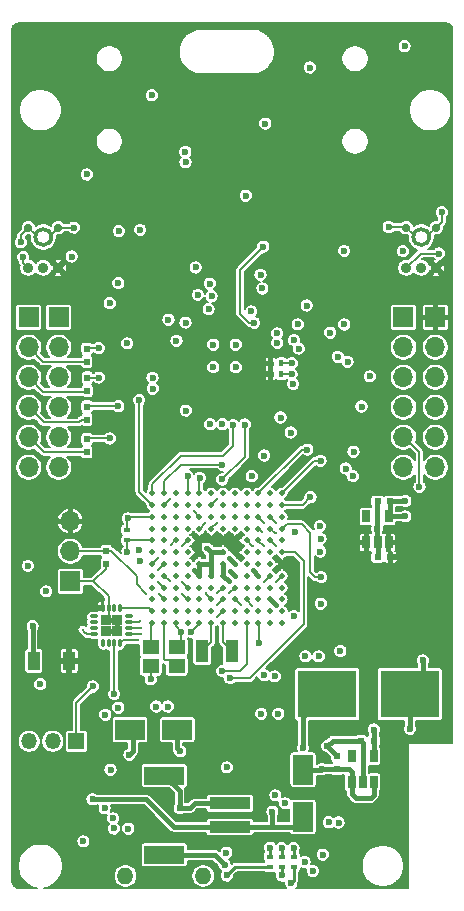
<source format=gbr>
G04 #@! TF.GenerationSoftware,KiCad,Pcbnew,(5.1.5)-3*
G04 #@! TF.CreationDate,2020-05-06T16:42:26+05:30*
G04 #@! TF.ProjectId,Tympan_D,54796d70-616e-45f4-942e-6b696361645f,rev?*
G04 #@! TF.SameCoordinates,PX6d878d0PY72e6100*
G04 #@! TF.FileFunction,Copper,L4,Bot*
G04 #@! TF.FilePolarity,Positive*
%FSLAX46Y46*%
G04 Gerber Fmt 4.6, Leading zero omitted, Abs format (unit mm)*
G04 Created by KiCad (PCBNEW (5.1.5)-3) date 2020-05-06 16:42:26*
%MOMM*%
%LPD*%
G04 APERTURE LIST*
%ADD10C,0.325000*%
%ADD11R,1.000000X1.600000*%
%ADD12R,0.650000X1.060000*%
%ADD13R,0.500000X0.600000*%
%ADD14R,0.600000X0.500000*%
%ADD15R,0.400000X0.600000*%
%ADD16R,0.600000X0.400000*%
%ADD17C,0.500380*%
%ADD18O,1.400000X1.400000*%
%ADD19R,1.100000X1.900000*%
%ADD20R,1.400000X1.200000*%
%ADD21R,1.700000X1.700000*%
%ADD22O,1.700000X1.700000*%
%ADD23R,2.500000X1.700000*%
%ADD24R,1.700000X2.500000*%
%ADD25O,0.300000X0.750000*%
%ADD26O,0.750000X0.300000*%
%ADD27R,0.900000X0.900000*%
%ADD28C,0.900000*%
%ADD29C,0.700000*%
%ADD30R,1.350000X1.350000*%
%ADD31O,1.350000X1.350000*%
%ADD32R,3.500000X1.000000*%
%ADD33R,3.400000X1.500000*%
%ADD34R,5.000000X4.000000*%
%ADD35C,0.600000*%
%ADD36C,0.254000*%
%ADD37C,0.203200*%
%ADD38C,0.381000*%
%ADD39C,0.177800*%
%ADD40C,0.250000*%
%ADD41C,0.200000*%
G04 APERTURE END LIST*
D10*
X3675250Y55500000D02*
G75*
G03X3675250Y55500000I-675250J0D01*
G01*
X35675250Y55500000D02*
G75*
G03X35675250Y55500000I-675250J0D01*
G01*
D11*
X2200000Y19600000D03*
X5200000Y19600000D03*
D12*
X32250000Y29650000D03*
X31300000Y29650000D03*
X30350000Y29650000D03*
X30350000Y31850000D03*
X32250000Y31850000D03*
D13*
X8325000Y28925000D03*
X8325000Y27825000D03*
D14*
X32400000Y28400000D03*
X31300000Y28400000D03*
D13*
X27850000Y10450000D03*
X27850000Y11550000D03*
D14*
X32400000Y33125000D03*
X31300000Y33125000D03*
D13*
X6700000Y46050000D03*
X6700000Y44950000D03*
X6725000Y43600000D03*
X6725000Y42500000D03*
X6700000Y41150000D03*
X6700000Y40050000D03*
X6700000Y38396000D03*
X6700000Y37296000D03*
D15*
X22250000Y44800000D03*
X23150000Y44800000D03*
X22250000Y43900000D03*
X23150000Y43900000D03*
D16*
X10125000Y29825000D03*
X10125000Y30725000D03*
D17*
X23225640Y33815040D03*
X22224880Y33815040D03*
X21224120Y33815040D03*
X20225900Y33815040D03*
X19225140Y33815040D03*
X18224380Y33815040D03*
X17226160Y33815040D03*
X16225400Y33815040D03*
X15224640Y33815040D03*
X14223880Y33815040D03*
X13225660Y33815040D03*
X12224900Y33815040D03*
X23225640Y32814280D03*
X23225640Y31813520D03*
X23225640Y30815300D03*
X23225640Y29814540D03*
X23225640Y28813780D03*
X23225640Y27815560D03*
X23225640Y26814800D03*
X23225640Y25814040D03*
X12224900Y32814280D03*
X13225660Y32814280D03*
X14223880Y32814280D03*
X15224640Y32814280D03*
X16225400Y32814280D03*
X17226160Y32814280D03*
X18224380Y32814280D03*
X19225140Y32814280D03*
X22224880Y32814280D03*
X21224120Y32814280D03*
X20225900Y32814280D03*
X22224880Y31813520D03*
X21224120Y31813520D03*
X20225900Y31813520D03*
X19225140Y31813520D03*
X18224380Y31813520D03*
X17226160Y31813520D03*
X16225400Y31813520D03*
X15224640Y31813520D03*
X22224880Y30815300D03*
X21224120Y30815300D03*
X20225900Y30815300D03*
X19225140Y30815300D03*
X18224380Y30815300D03*
X17226160Y30815300D03*
X16225400Y30815300D03*
X15224640Y30815300D03*
X22224880Y29814540D03*
X21224120Y29814540D03*
X20225900Y29814540D03*
X14223880Y31813520D03*
X14223880Y30815300D03*
X13225660Y31813520D03*
X13225660Y30815300D03*
X12224900Y30815300D03*
X12224900Y31813520D03*
X22224880Y28813780D03*
X21224120Y28813780D03*
X20225900Y28813780D03*
X20225900Y27815560D03*
X21224120Y27815560D03*
X22224880Y27815560D03*
X22224880Y26814800D03*
X21224120Y26814800D03*
X20225900Y26814800D03*
X20225900Y25814040D03*
X21224120Y25814040D03*
X22224880Y25814040D03*
X23225640Y24813280D03*
X22224880Y24813280D03*
X21224120Y24813280D03*
X20225900Y24813280D03*
X20225900Y23815060D03*
X21224120Y23815060D03*
X22224880Y23815060D03*
X23225640Y23815060D03*
X23225640Y22814300D03*
X22224880Y22814300D03*
X21224120Y22814300D03*
X20225900Y22814300D03*
X16225400Y29814540D03*
X17226160Y29814540D03*
X18224380Y29814540D03*
X19225140Y29814540D03*
X19225140Y28813780D03*
X18224380Y28813780D03*
X17226160Y28813780D03*
X16225400Y28813780D03*
X19225140Y27815560D03*
X18224380Y27815560D03*
X17226160Y27815560D03*
X16225400Y27815560D03*
X19225140Y26814800D03*
X18224380Y26814800D03*
X17226160Y26814800D03*
X16225400Y26814800D03*
X19225140Y25814040D03*
X18224380Y25814040D03*
X17226160Y25814040D03*
X16225400Y25814040D03*
X19225140Y24813280D03*
X18224380Y24813280D03*
X17226160Y24813280D03*
X16225400Y24813280D03*
X19225140Y23815060D03*
X18224380Y23815060D03*
X17226160Y23815060D03*
X16225400Y23815060D03*
X19225140Y22814300D03*
X18224380Y22814300D03*
X17226160Y22814300D03*
X16225400Y22814300D03*
X15224640Y29814540D03*
X14223880Y29814540D03*
X13225660Y29814540D03*
X12224900Y29814540D03*
X15224640Y28813780D03*
X14223880Y28813780D03*
X13225660Y28813780D03*
X12224900Y28813780D03*
X15224640Y25814040D03*
X12224900Y27815560D03*
X13225660Y27815560D03*
X14223880Y27815560D03*
X15224640Y27815560D03*
X15224640Y26814800D03*
X14223880Y26814800D03*
X13225660Y26814800D03*
X12224900Y26814800D03*
X14223880Y25814040D03*
X13225660Y25814040D03*
X12224900Y25814040D03*
X15224640Y22814300D03*
X15224640Y23815060D03*
X15224640Y24813280D03*
X14223880Y24813280D03*
X14223880Y23815060D03*
X14223880Y22814300D03*
X13225660Y22814300D03*
X13225660Y23815060D03*
X13225660Y24813280D03*
X12224900Y24813280D03*
X12224900Y23815060D03*
X12224900Y22814300D03*
D18*
X9950000Y1400000D03*
X16550000Y1400000D03*
D19*
X18975000Y20450000D03*
X16475000Y20450000D03*
D20*
X14300000Y19175000D03*
X12100000Y19175000D03*
X12100000Y20775000D03*
X14300000Y20775000D03*
D21*
X5300000Y26350000D03*
D22*
X5300000Y28890000D03*
X5300000Y31430000D03*
D14*
X31000000Y12850000D03*
X29900000Y12850000D03*
D23*
X14350000Y13800000D03*
X10350000Y13800000D03*
D24*
X25000000Y10400000D03*
X25000000Y6400000D03*
D21*
X36200000Y48700000D03*
D22*
X36200000Y46160000D03*
X36200000Y43620000D03*
X36200000Y41080000D03*
X36200000Y38540000D03*
X36200000Y36000000D03*
D21*
X4318000Y48700000D03*
D22*
X4318000Y46160000D03*
X4318000Y43620000D03*
X4318000Y41080000D03*
X4318000Y38540000D03*
X4318000Y36000000D03*
D16*
X23200000Y3050000D03*
X23200000Y2150000D03*
X24200000Y3050000D03*
X24200000Y2150000D03*
X22200000Y3050000D03*
X22200000Y2150000D03*
D12*
X31000000Y9350000D03*
X30050000Y9350000D03*
X29100000Y9350000D03*
X29100000Y11550000D03*
X31000000Y11550000D03*
D21*
X1778000Y48700000D03*
D22*
X1778000Y46160000D03*
X1778000Y43620000D03*
X1778000Y41080000D03*
X1778000Y38540000D03*
X1778000Y36000000D03*
D25*
X8025000Y24100000D03*
X8525000Y24100000D03*
X9025000Y24100000D03*
X9525000Y24100000D03*
D26*
X10250000Y23375000D03*
X10250000Y22875000D03*
X10250000Y22375000D03*
X10250000Y21875000D03*
D25*
X9525000Y21150000D03*
X9025000Y21150000D03*
X8525000Y21150000D03*
X8025000Y21150000D03*
D26*
X7300000Y21875000D03*
X7300000Y22375000D03*
X7300000Y22875000D03*
X7300000Y23375000D03*
D27*
X9225000Y22175000D03*
X8325000Y22175000D03*
X9225000Y23075000D03*
X8325000Y23075000D03*
D21*
X33500000Y48707000D03*
D22*
X33500000Y46167000D03*
X33500000Y43627000D03*
X33500000Y41087000D03*
X33500000Y38547000D03*
X33500000Y36007000D03*
D28*
X1735000Y52884000D03*
X3000000Y52884000D03*
X4265000Y52884000D03*
D29*
X1735000Y56290000D03*
X4265000Y56290000D03*
D30*
X5800000Y12800000D03*
D31*
X3800000Y12800000D03*
X1800000Y12800000D03*
D32*
X18800000Y5550000D03*
X18800000Y7550000D03*
D33*
X13250000Y3200000D03*
X13250000Y9900000D03*
D28*
X33735000Y52884000D03*
X35000000Y52884000D03*
X36265000Y52884000D03*
D29*
X33735000Y56290000D03*
X36265000Y56290000D03*
D34*
X27050000Y16800000D03*
X34050000Y16800000D03*
D35*
X10175000Y31675000D03*
X17000000Y49400000D03*
X18350000Y2350000D03*
X14550000Y7150000D03*
X36750000Y57600000D03*
X32250000Y56350000D03*
X1100000Y55050000D03*
X5600000Y56300000D03*
X27050000Y12400000D03*
X31275000Y30775000D03*
D36*
X16806402Y29200000D03*
X22700000Y24350000D03*
X15775000Y27300000D03*
D35*
X17394600Y44483000D03*
X19294600Y44483000D03*
X19294600Y46383000D03*
X17394600Y46383000D03*
D36*
X20750000Y27300000D03*
D35*
X14700000Y22049999D03*
X21550000Y51150000D03*
X20600000Y49200008D03*
X12100000Y18050004D03*
X34050000Y13850000D03*
X35150000Y19650000D03*
X8920000Y6280000D03*
X23090000Y40220000D03*
X25575000Y69850000D03*
X18200000Y8900000D03*
X36600000Y51700000D03*
X4400000Y51900000D03*
X3900000Y22500000D03*
D36*
X15700000Y28300000D03*
D35*
X19400000Y3700000D03*
X13200000Y50500000D03*
X24275000Y27750000D03*
X30350000Y28400000D03*
X33300000Y28400000D03*
X3800000Y19550000D03*
X23140000Y41418399D03*
X25625000Y52425000D03*
X31000000Y13800000D03*
D36*
X17750000Y23350000D03*
D35*
X7200000Y17449998D03*
X2750000Y17640000D03*
X33650000Y31850000D03*
X33650000Y33150000D03*
X16100000Y50600000D03*
X13600000Y48500000D03*
X15075000Y40800000D03*
D36*
X12775000Y25275000D03*
X11725000Y25275000D03*
D35*
X33450000Y54300000D03*
X28475000Y54325000D03*
X24550000Y48110000D03*
X28490000Y48100000D03*
X36500000Y54100000D03*
X5400000Y53850000D03*
X20850000Y48225000D03*
X21630000Y54689998D03*
X1300000Y53800000D03*
X22400000Y6850000D03*
X7170000Y7890000D03*
X25000000Y12250002D03*
X21800000Y65100000D03*
X33600000Y71650000D03*
X9400000Y56000000D03*
X10100000Y46500000D03*
X11087500Y28962500D03*
X25825000Y1825000D03*
D36*
X13800000Y29425000D03*
D35*
X8200000Y7140000D03*
D36*
X14775000Y29375000D03*
D35*
X11225000Y28075000D03*
X8975000Y5425000D03*
X26675000Y3200000D03*
X22650000Y8225000D03*
X28000000Y5925000D03*
D36*
X19750000Y24325000D03*
D35*
X18175000Y39650000D03*
X18150000Y36225000D03*
X17125000Y39650000D03*
D36*
X15725000Y32300000D03*
D35*
X27175000Y5950000D03*
X23475000Y7550000D03*
D36*
X20700000Y24300000D03*
D35*
X15550000Y22050000D03*
X18500000Y3375000D03*
X25125000Y2600000D03*
X19075000Y39575000D03*
D36*
X13725000Y33300000D03*
D35*
X18150000Y34975000D03*
X20075000Y39625000D03*
X16250000Y35100000D03*
D36*
X12700000Y28300000D03*
D35*
X12275000Y42650000D03*
X24029998Y43900000D03*
D36*
X12725000Y27325000D03*
D35*
X12250000Y43575000D03*
X24050000Y44810700D03*
D36*
X16725000Y31300000D03*
D35*
X23950000Y38950000D03*
X26325000Y20000000D03*
X7700000Y43600000D03*
X22810000Y46540000D03*
X27940000Y45360000D03*
X25200000Y20000000D03*
X7700000Y46100000D03*
X27280000Y47400000D03*
X22800000Y47340000D03*
X9350000Y51600000D03*
X17100000Y51550000D03*
X9350000Y15650000D03*
X21450000Y15125000D03*
X9350000Y41175000D03*
X22900000Y15125000D03*
X8625000Y49900000D03*
X17250000Y50500000D03*
X8625000Y38450000D03*
X8250000Y15050000D03*
X15050000Y48250000D03*
X15050000Y61825000D03*
X14275000Y46700000D03*
X15025000Y62700000D03*
D36*
X18700000Y26350000D03*
X18750000Y28300000D03*
D35*
X21300000Y21150000D03*
X15225000Y35250000D03*
X26525000Y26700000D03*
D36*
X22725000Y26300000D03*
D35*
X13550000Y15750000D03*
X22600000Y18300000D03*
X26500000Y24450000D03*
D36*
X22700000Y30450000D03*
D35*
X24350000Y30500000D03*
D36*
X21550000Y30500000D03*
D35*
X24225000Y23400000D03*
D36*
X17700000Y31300000D03*
D35*
X26425000Y31025000D03*
D36*
X22675000Y29350000D03*
X21725000Y29300000D03*
D35*
X26475000Y29950000D03*
D36*
X20725000Y29325000D03*
D35*
X26450000Y28875000D03*
D36*
X21725000Y26300000D03*
D35*
X12550000Y15750004D03*
X21700008Y18400000D03*
D36*
X18805382Y27250000D03*
X11250000Y21875000D03*
X18725000Y25325000D03*
X17725000Y25325000D03*
X11157301Y22967690D03*
X11025000Y21400000D03*
X17725000Y24325000D03*
X11250000Y22375000D03*
X16750000Y25325000D03*
X11250000Y24125000D03*
X6325000Y22250000D03*
D35*
X28150000Y20450000D03*
X9000000Y16800004D03*
X10300000Y11650000D03*
X26600000Y10450000D03*
X14600000Y11950000D03*
X23200000Y1450000D03*
X24000000Y800000D03*
X18550000Y1450000D03*
X2100000Y22550000D03*
X18550000Y10600000D03*
X10125000Y28875000D03*
X8700000Y10400000D03*
X22200000Y3800000D03*
X23200000Y3750000D03*
X24200000Y3750000D03*
X25300002Y49700000D03*
X25350000Y37500000D03*
X15900000Y52925000D03*
X21400000Y52300000D03*
X26486166Y36550435D03*
X25625000Y33475000D03*
X34850000Y34349998D03*
D36*
X22725000Y31325000D03*
D35*
X30650000Y43700000D03*
D36*
X21725000Y31325000D03*
D35*
X29950000Y41150000D03*
X18149998Y18750000D03*
X18800000Y18150000D03*
X10200000Y5400000D03*
X6400000Y4330000D03*
X6700000Y60800000D03*
X20150000Y59000000D03*
X12200000Y67500000D03*
X11200000Y56100000D03*
D36*
X12750000Y26275000D03*
D35*
X3250000Y25500000D03*
X11125000Y41700000D03*
D36*
X17750000Y33325000D03*
D35*
X28599998Y35902058D03*
X28775000Y44925000D03*
D36*
X14750000Y26300000D03*
D35*
X21700000Y37000000D03*
X29275000Y37325000D03*
X29225000Y35250002D03*
D36*
X14750000Y25275000D03*
D35*
X20650002Y35250002D03*
D36*
X13700000Y26350000D03*
D35*
X1700000Y27650000D03*
X24150000Y43050000D03*
X24630000Y46051600D03*
X24230000Y46770000D03*
D37*
X12224900Y31813520D02*
X10313520Y31813520D01*
X10125000Y31625000D02*
X10175000Y31675000D01*
X10125000Y31625000D02*
X10125000Y30725000D01*
X10313520Y31813520D02*
X10175000Y31675000D01*
D38*
X13250000Y3200000D02*
X17500000Y3200000D01*
X17500000Y3200000D02*
X18350000Y2350000D01*
X18800000Y7550000D02*
X15850000Y7550000D01*
X15450000Y7150000D02*
X14550000Y7150000D01*
X15850000Y7550000D02*
X15450000Y7150000D01*
X13250000Y9900000D02*
X14550000Y8600000D01*
X14550000Y8600000D02*
X14550000Y7150000D01*
D37*
X36265000Y56290000D02*
X36750000Y56775000D01*
X36750000Y56775000D02*
X36750000Y57600000D01*
X33735000Y56290000D02*
X33675000Y56350000D01*
X33675000Y56350000D02*
X32250000Y56350000D01*
X1735000Y56290000D02*
X1100000Y55655000D01*
X1100000Y55655000D02*
X1100000Y55050000D01*
X4265000Y56290000D02*
X5590000Y56290000D01*
X5590000Y56290000D02*
X5600000Y56300000D01*
X1735000Y56290000D02*
X2300000Y55725000D01*
X2300000Y55725000D02*
X2300000Y55400000D01*
X4265000Y56290000D02*
X3700000Y55725000D01*
X3700000Y55725000D02*
X3700000Y55500000D01*
X33735000Y56290000D02*
X34300000Y55725000D01*
X34300000Y55725000D02*
X34300000Y55500000D01*
X36265000Y56290000D02*
X35700000Y55725000D01*
X35700000Y55725000D02*
X35700000Y55500000D01*
D38*
X27850000Y11550000D02*
X27850000Y11600000D01*
X27850000Y11600000D02*
X27050000Y12400000D01*
X29900000Y12850000D02*
X27500000Y12850000D01*
X27500000Y12850000D02*
X27050000Y12400000D01*
X8325000Y22175000D02*
X9225000Y22175000D01*
X9225000Y22175000D02*
X9225000Y23075000D01*
X9225000Y23075000D02*
X8325000Y23075000D01*
X30050000Y9350000D02*
X30050000Y12700000D01*
X30050000Y12700000D02*
X29900000Y12850000D01*
X31300000Y29650000D02*
X31275000Y29675000D01*
X31275000Y29675000D02*
X31275000Y30775000D01*
X31275000Y33100000D02*
X31275000Y30775000D01*
X31300000Y33125000D02*
X31275000Y33100000D01*
X31300000Y29650000D02*
X31300000Y28375000D01*
D37*
X8525000Y24100000D02*
X8525000Y23275000D01*
X8525000Y23275000D02*
X8325000Y23075000D01*
X14223880Y22814300D02*
X14250000Y22788180D01*
X14300000Y20775000D02*
X14250000Y20825000D01*
D38*
X17226160Y28813780D02*
X16839940Y29200000D01*
X16839940Y29200000D02*
X16806402Y29200000D01*
X20750000Y27288920D02*
X20750000Y27300000D01*
X21224120Y26814800D02*
X20750000Y27288920D01*
X22224880Y24813280D02*
X22688160Y24350000D01*
X22688160Y24350000D02*
X22700000Y24350000D01*
X17226160Y28813780D02*
X17226160Y28798840D01*
X16225400Y26814800D02*
X16225400Y26849600D01*
X16225400Y26849600D02*
X15775000Y27300000D01*
X16225400Y26814800D02*
X16225400Y27815560D01*
X17226160Y26814800D02*
X17226160Y27815560D01*
X16225400Y27815560D02*
X17226160Y27815560D01*
X17226160Y27815560D02*
X17226160Y28813780D01*
X18224380Y28813780D02*
X17226160Y28813780D01*
D39*
X17394600Y44483000D02*
X17392100Y44480500D01*
X19294600Y44483000D02*
X19297100Y44480500D01*
X19294600Y46383000D02*
X19297100Y46385500D01*
X17394600Y46383000D02*
X17392100Y46385500D01*
D37*
X14223880Y22526119D02*
X14700000Y22049999D01*
X14223880Y22814300D02*
X14223880Y22526119D01*
X14700000Y21175000D02*
X14300000Y20775000D01*
X14700000Y22049999D02*
X14700000Y21175000D01*
X12100000Y19175000D02*
X12100000Y18050004D01*
D38*
X34050000Y16800000D02*
X34050000Y13850000D01*
X35150000Y17900000D02*
X35150000Y19650000D01*
X34050000Y16800000D02*
X35150000Y17900000D01*
D37*
X8325000Y27425000D02*
X8325000Y27825000D01*
X7250000Y26350000D02*
X8325000Y27425000D01*
X8525000Y25075000D02*
X7250000Y26350000D01*
X8525000Y24100000D02*
X8525000Y25075000D01*
X5300000Y26350000D02*
X7250000Y26350000D01*
D38*
X5200000Y19600000D02*
X3850000Y19600000D01*
X3850000Y19600000D02*
X3800000Y19550000D01*
X5200000Y19600000D02*
X5200000Y21200000D01*
X5200000Y21200000D02*
X3900000Y22500000D01*
X16225400Y28813780D02*
X15711620Y28300000D01*
X15711620Y28300000D02*
X15700000Y28300000D01*
X18224380Y29814540D02*
X18224380Y29875620D01*
X19225140Y28813780D02*
X19225140Y29814540D01*
X19225140Y29814540D02*
X18229380Y29824540D01*
X17226160Y29814540D02*
X18229380Y29824540D01*
X17226160Y29814540D02*
X16225400Y29814540D01*
X16225400Y28813780D02*
X16225400Y29814540D01*
X18215460Y29824540D02*
X18204380Y29824540D01*
X24209440Y27815560D02*
X23225640Y27815560D01*
X24275000Y27750000D02*
X24209440Y27815560D01*
X30350000Y29650000D02*
X30350000Y28400000D01*
X32400000Y28400000D02*
X33300000Y28400000D01*
X31000000Y12850000D02*
X31000000Y13800000D01*
D37*
X18224380Y23815060D02*
X18215060Y23815060D01*
X18215060Y23815060D02*
X17750000Y23350000D01*
D38*
X31000000Y11550000D02*
X31000000Y12850000D01*
D37*
X5800000Y16049998D02*
X6900001Y17149999D01*
X5800000Y12800000D02*
X5800000Y16049998D01*
X6900001Y17149999D02*
X7200000Y17449998D01*
D38*
X32250000Y31850000D02*
X33650000Y31850000D01*
X32400000Y33125000D02*
X32425000Y33150000D01*
X32425000Y33150000D02*
X33650000Y33150000D01*
X32400000Y32000000D02*
X32400000Y33125000D01*
X32250000Y31850000D02*
X32400000Y32000000D01*
D37*
X13225660Y24824340D02*
X12775000Y25275000D01*
X13225660Y24813280D02*
X13225660Y24824340D01*
X8778200Y28925000D02*
X8325000Y28925000D01*
X10900000Y26803200D02*
X8778200Y28925000D01*
X10900000Y26100000D02*
X10900000Y26803200D01*
X11725000Y25275000D02*
X10900000Y26100000D01*
X8315000Y28890000D02*
X8400000Y28975000D01*
X5300000Y28890000D02*
X8315000Y28890000D01*
X33735000Y52884000D02*
X34951000Y54100000D01*
X34951000Y54100000D02*
X36500000Y54100000D01*
X20850000Y48225000D02*
X20425736Y48225000D01*
X20425736Y48225000D02*
X19650000Y49000736D01*
X19650000Y52709998D02*
X21330001Y54389999D01*
X19650000Y49000736D02*
X19650000Y52709998D01*
X21330001Y54389999D02*
X21630000Y54689998D01*
X1735000Y52884000D02*
X1300000Y53319000D01*
X1300000Y53319000D02*
X1300000Y53800000D01*
D38*
X24150000Y5550000D02*
X25000000Y6400000D01*
X22400000Y6850000D02*
X22400000Y5550000D01*
X22400000Y5550000D02*
X24150000Y5550000D01*
X18800000Y5550000D02*
X22400000Y5550000D01*
X14050000Y5550000D02*
X11710000Y7890000D01*
X11710000Y7890000D02*
X7594264Y7890000D01*
X18800000Y5550000D02*
X14050000Y5550000D01*
X7594264Y7890000D02*
X7170000Y7890000D01*
X25000000Y14900000D02*
X25000000Y12250002D01*
X26900000Y16800000D02*
X25000000Y14900000D01*
X27050000Y16800000D02*
X26900000Y16800000D01*
D37*
X13800000Y29425000D02*
X14189540Y29814540D01*
D40*
X14189540Y29814540D02*
X14223880Y29814540D01*
D37*
X15214540Y29814540D02*
X14775000Y29375000D01*
D40*
X15214540Y29814540D02*
X15224640Y29814540D01*
D37*
X19713420Y24325000D02*
X19225140Y24813280D01*
X19713420Y24325000D02*
X19750000Y24325000D01*
X19225140Y24800140D02*
X19225140Y24813280D01*
X13225660Y33815040D02*
X13225660Y34825660D01*
X14625000Y36225000D02*
X18150000Y36225000D01*
X13225660Y34825660D02*
X14625000Y36225000D01*
X15725000Y32300000D02*
X16211480Y31813520D01*
X16211480Y31813520D02*
X16225400Y31813520D01*
X20225900Y24774100D02*
X20700000Y24300000D01*
X20225900Y24774100D02*
X20225900Y24813280D01*
X15550000Y22050000D02*
X16225400Y22725400D01*
D40*
X16225400Y22725400D02*
X16225400Y22814300D01*
D37*
X12224900Y33815040D02*
X12224900Y34549900D01*
X19075000Y37825000D02*
X19075000Y39575000D01*
X18225000Y36975000D02*
X19075000Y37825000D01*
X14650000Y36975000D02*
X18225000Y36975000D01*
X12224900Y34549900D02*
X14650000Y36975000D01*
X13711380Y33300000D02*
X13725000Y33300000D01*
X13225660Y32814280D02*
X13711380Y33300000D01*
X20075000Y39200736D02*
X20075000Y39625000D01*
X18150000Y34975000D02*
X20075000Y36900000D01*
X20075000Y36900000D02*
X20075000Y39200736D01*
X16225400Y35075400D02*
X16250000Y35100000D01*
X16225400Y35075400D02*
X16225400Y33815040D01*
X12700000Y28290660D02*
X12700000Y28300000D01*
X12224900Y27815560D02*
X12700000Y28290660D01*
X23150000Y43900000D02*
X24029998Y43900000D01*
X13225660Y27815560D02*
X13215560Y27815560D01*
X13215560Y27815560D02*
X12725000Y27325000D01*
X23150000Y44800000D02*
X24039300Y44800000D01*
X24039300Y44800000D02*
X24050000Y44810700D01*
X16225400Y30815300D02*
X16240300Y30815300D01*
X16240300Y30815300D02*
X16725000Y31300000D01*
X6750000Y43600000D02*
X6700000Y43550000D01*
X7700000Y43600000D02*
X6750000Y43600000D01*
X6750000Y46100000D02*
X6700000Y46050000D01*
X7700000Y46100000D02*
X6750000Y46100000D01*
X9350000Y41175000D02*
X9325000Y41150000D01*
X6725000Y41175000D02*
X6700000Y41150000D01*
X9350000Y41175000D02*
X6725000Y41175000D01*
X6954000Y38450000D02*
X6858000Y38354000D01*
X6754000Y38450000D02*
X6700000Y38396000D01*
X8625000Y38450000D02*
X6754000Y38450000D01*
X2988000Y44950000D02*
X1778000Y46160000D01*
X6700000Y44950000D02*
X2988000Y44950000D01*
X2998000Y42400000D02*
X1778000Y43620000D01*
X6650000Y42400000D02*
X2998000Y42400000D01*
X6700000Y42450000D02*
X6650000Y42400000D01*
X2627999Y40230001D02*
X1778000Y41080000D01*
X3058000Y39800000D02*
X2627999Y40230001D01*
X5996800Y39800000D02*
X3058000Y39800000D01*
X6246800Y40050000D02*
X5996800Y39800000D01*
X6700000Y40050000D02*
X6246800Y40050000D01*
X3022000Y37296000D02*
X1778000Y38540000D01*
X6700000Y37296000D02*
X3022000Y37296000D01*
D38*
X18224380Y26814800D02*
X18235200Y26814800D01*
X18235200Y26814800D02*
X18700000Y26350000D01*
X18224380Y27815560D02*
X18224380Y27775620D01*
X18224380Y27815560D02*
X18224380Y26814800D01*
X19225140Y27815560D02*
X19225140Y27824860D01*
X19225140Y27824860D02*
X18750000Y28300000D01*
X19225140Y27815560D02*
X19225140Y27825140D01*
X19225140Y27815560D02*
X19234440Y27815560D01*
D37*
X21300000Y22750000D02*
X21300000Y21150000D01*
X21235700Y22814300D02*
X21300000Y22750000D01*
X21224120Y22814300D02*
X21235700Y22814300D01*
X15224640Y33815040D02*
X15224640Y35249640D01*
X15224640Y35249640D02*
X15225000Y35250000D01*
X26000000Y26700000D02*
X26525000Y26700000D01*
X24875000Y31200000D02*
X25600000Y30475000D01*
X25600000Y27100000D02*
X26000000Y26700000D01*
X25600000Y30475000D02*
X25600000Y27100000D01*
X23610340Y31200000D02*
X24875000Y31200000D01*
X23225640Y30815300D02*
X23610340Y31200000D01*
X23225640Y26800640D02*
X22725000Y26300000D01*
X23225640Y26814800D02*
X23225640Y26800640D01*
X22590180Y30450000D02*
X22700000Y30450000D01*
X22590180Y30450000D02*
X22224880Y30815300D01*
X22224880Y30815300D02*
X22224880Y30824880D01*
X22224880Y30815300D02*
X22234700Y30815300D01*
X21234700Y30815300D02*
X21550000Y30500000D01*
X21224120Y30815300D02*
X21234700Y30815300D01*
X17226160Y30815300D02*
X17226160Y30826160D01*
X17226160Y30826160D02*
X17700000Y31300000D01*
X17226160Y30815300D02*
X17259700Y30815300D01*
X22224880Y29814540D02*
X22675000Y29364420D01*
X22675000Y29364420D02*
X22675000Y29350000D01*
X21224120Y29800880D02*
X21725000Y29300000D01*
X21224120Y29814540D02*
X21224120Y29800880D01*
X20715440Y29325000D02*
X20725000Y29325000D01*
X20225900Y29814540D02*
X20715440Y29325000D01*
X22224880Y26799880D02*
X21725000Y26300000D01*
X22224880Y26814800D02*
X22224880Y26799880D01*
D38*
X19225140Y26814800D02*
X19225140Y26830242D01*
X19225140Y26830242D02*
X18805382Y27250000D01*
X19225140Y26814800D02*
X19235200Y26814800D01*
D37*
X19225140Y25814040D02*
X19214040Y25814040D01*
X19214040Y25814040D02*
X18725000Y25325000D01*
X11250000Y21875000D02*
X10250000Y21875000D01*
X19225140Y25814040D02*
X19235960Y25814040D01*
X18214040Y25814040D02*
X17725000Y25325000D01*
X18224380Y25814040D02*
X18214040Y25814040D01*
X10250000Y22875000D02*
X11064611Y22875000D01*
X11064611Y22875000D02*
X11157301Y22967690D01*
X9525000Y21150000D02*
X9775000Y21400000D01*
X17725000Y24325000D02*
X18213280Y24813280D01*
X9775000Y21400000D02*
X11025000Y21400000D01*
X18224380Y24813280D02*
X18213280Y24813280D01*
X18224380Y24813280D02*
X18224380Y24849380D01*
X17226160Y24813280D02*
X16750000Y25289440D01*
X11250000Y22375000D02*
X10250000Y22375000D01*
X16750000Y25289440D02*
X16750000Y25325000D01*
X17226160Y24813280D02*
X17226160Y24748840D01*
X18975000Y20450000D02*
X18224380Y21200620D01*
X18224380Y21200620D02*
X18224380Y22814300D01*
X16475000Y20450000D02*
X17226160Y21201160D01*
X17226160Y21201160D02*
X17226160Y22814300D01*
X14300000Y19175000D02*
X13775000Y19700000D01*
X13775000Y19700000D02*
X13275000Y19700000D01*
X13275000Y19700000D02*
X13225660Y19749340D01*
X13225660Y19749340D02*
X13225660Y22814300D01*
X11225000Y24100000D02*
X11250000Y24125000D01*
X12224900Y23815060D02*
X11914960Y24125000D01*
X11914960Y24125000D02*
X11250000Y24125000D01*
X9525000Y24100000D02*
X11225000Y24100000D01*
X6474999Y22100001D02*
X6325000Y22250000D01*
X6700000Y21875000D02*
X6474999Y22100001D01*
X7300000Y21875000D02*
X6700000Y21875000D01*
X12100000Y20775000D02*
X12100000Y22689400D01*
X12100000Y22689400D02*
X12224900Y22814300D01*
X9025000Y21150000D02*
X9050000Y21125000D01*
X9000000Y21200000D02*
X9000000Y16800004D01*
D38*
X10600000Y11950000D02*
X10600000Y13800000D01*
X10300000Y11650000D02*
X10600000Y11950000D01*
X25000000Y10400000D02*
X26550000Y10400000D01*
X26550000Y10400000D02*
X26600000Y10450000D01*
X14350000Y13800000D02*
X14350000Y12200000D01*
X26600000Y10450000D02*
X27850000Y10450000D01*
X14350000Y12200000D02*
X14600000Y11950000D01*
X29100000Y9350000D02*
X29100000Y8350000D01*
X31000000Y8250000D02*
X31000000Y9350000D01*
X30750000Y8000000D02*
X31000000Y8250000D01*
X29450000Y8000000D02*
X30750000Y8000000D01*
X29100000Y8350000D02*
X29450000Y8000000D01*
X29100000Y9350000D02*
X29100000Y10200000D01*
X29100000Y10200000D02*
X28850000Y10450000D01*
X27850000Y10450000D02*
X28850000Y10450000D01*
D40*
X23200000Y2150000D02*
X23200000Y1450000D01*
X24200000Y2150000D02*
X24200000Y1000000D01*
X24200000Y1000000D02*
X24000000Y800000D01*
X22200000Y2150000D02*
X19250000Y2150000D01*
X19250000Y2150000D02*
X18550000Y1450000D01*
D38*
X2100000Y22550000D02*
X2100000Y19700000D01*
X2100000Y19700000D02*
X2200000Y19600000D01*
D37*
X10125000Y28875000D02*
X10125000Y29825000D01*
X10125000Y29825000D02*
X12214440Y29825000D01*
X12214440Y29825000D02*
X12224900Y29814540D01*
D40*
X22200000Y3800000D02*
X22200000Y3050000D01*
X23200000Y3050000D02*
X23200000Y3750000D01*
X24200000Y3750000D02*
X24200000Y3050000D01*
D37*
X21224120Y33815040D02*
X24909080Y37500000D01*
X24925736Y37500000D02*
X25350000Y37500000D01*
X24909080Y37500000D02*
X24925736Y37500000D01*
X25961035Y36550435D02*
X26061902Y36550435D01*
X23225640Y33815040D02*
X25961035Y36550435D01*
X26061902Y36550435D02*
X26486166Y36550435D01*
X24964280Y32814280D02*
X25625000Y33475000D01*
X24964280Y32814280D02*
X23225640Y32814280D01*
X34850000Y34774262D02*
X34850000Y34349998D01*
X33500000Y38615000D02*
X34850000Y37265000D01*
X34850000Y37265000D02*
X34850000Y34774262D01*
X22236480Y31813520D02*
X22725000Y31325000D01*
X22224880Y31813520D02*
X22236480Y31813520D01*
X21712640Y31325000D02*
X21725000Y31325000D01*
X21224120Y31813520D02*
X21712640Y31325000D01*
D40*
X19225140Y33799860D02*
X19225140Y33815040D01*
D37*
X18574262Y18750000D02*
X18149998Y18750000D01*
X19650000Y18750000D02*
X18574262Y18750000D01*
X20225900Y19325900D02*
X19650000Y18750000D01*
X20225900Y22814300D02*
X20225900Y19325900D01*
D39*
X19224264Y18150000D02*
X18800000Y18150000D01*
X20474264Y18150000D02*
X19224264Y18150000D01*
D37*
X25050000Y22725736D02*
X20474264Y18150000D01*
X25050000Y28100000D02*
X25050000Y22725736D01*
X24336220Y28813780D02*
X25050000Y28100000D01*
X23225640Y28813780D02*
X24336220Y28813780D01*
X13225660Y25814040D02*
X13210960Y25814040D01*
X13210960Y25814040D02*
X12750000Y26275000D01*
X11125000Y33914180D02*
X11125000Y41700000D01*
X12224900Y32814280D02*
X11125000Y33914180D01*
X17239280Y32814280D02*
X17750000Y33325000D01*
X17226160Y32814280D02*
X17239280Y32814280D01*
X17226160Y31813520D02*
X17226160Y31826160D01*
X15224640Y25825360D02*
X14750000Y26300000D01*
X15224640Y25814040D02*
X15224640Y25825360D01*
X15211720Y24813280D02*
X14750000Y25275000D01*
X15224640Y24813280D02*
X15211720Y24813280D01*
X13235200Y26814800D02*
X13700000Y26350000D01*
X13225660Y26814800D02*
X13235200Y26814800D01*
D41*
G36*
X37121045Y73611333D02*
G01*
X37237483Y73576179D01*
X37344876Y73519077D01*
X37439128Y73442207D01*
X37516657Y73348492D01*
X37574507Y73241499D01*
X37610472Y73125312D01*
X37625001Y72987086D01*
X37625000Y12700000D01*
X34000000Y12700000D01*
X33980491Y12698079D01*
X33961732Y12692388D01*
X33944443Y12683147D01*
X33929289Y12670711D01*
X33916853Y12655557D01*
X33907612Y12638268D01*
X33901921Y12619509D01*
X33900000Y12600000D01*
X33900000Y375000D01*
X24423528Y375000D01*
X24466050Y417522D01*
X24531713Y515793D01*
X24576942Y624986D01*
X24600000Y740905D01*
X24600000Y854545D01*
X24618850Y916686D01*
X24619815Y926488D01*
X24625000Y979126D01*
X24625000Y979133D01*
X24627055Y1000000D01*
X24625000Y1020867D01*
X24625000Y1676649D01*
X24667477Y1699353D01*
X24713158Y1736842D01*
X24750647Y1782523D01*
X24778504Y1834640D01*
X24795659Y1891190D01*
X24801451Y1950000D01*
X24801451Y2094575D01*
X24840793Y2068287D01*
X24949986Y2023058D01*
X25065905Y2000000D01*
X25184095Y2000000D01*
X25253795Y2013864D01*
X25248058Y2000014D01*
X25225000Y1884095D01*
X25225000Y1765905D01*
X25248058Y1649986D01*
X25293287Y1540793D01*
X25358950Y1442522D01*
X25442522Y1358950D01*
X25540793Y1293287D01*
X25649986Y1248058D01*
X25765905Y1225000D01*
X25884095Y1225000D01*
X26000014Y1248058D01*
X26109207Y1293287D01*
X26207478Y1358950D01*
X26291050Y1442522D01*
X26356713Y1540793D01*
X26401942Y1649986D01*
X26425000Y1765905D01*
X26425000Y1884095D01*
X26401942Y2000014D01*
X26356713Y2109207D01*
X26291050Y2207478D01*
X26207478Y2291050D01*
X26109207Y2356713D01*
X26000014Y2401942D01*
X25884095Y2425000D01*
X25765905Y2425000D01*
X25696205Y2411136D01*
X25701942Y2424986D01*
X25702399Y2427284D01*
X29950000Y2427284D01*
X29950000Y2072716D01*
X30019173Y1724959D01*
X30154861Y1397380D01*
X30351849Y1102567D01*
X30602567Y851849D01*
X30897380Y654861D01*
X31224959Y519173D01*
X31572716Y450000D01*
X31927284Y450000D01*
X32275041Y519173D01*
X32602620Y654861D01*
X32897433Y851849D01*
X33148151Y1102567D01*
X33345139Y1397380D01*
X33480827Y1724959D01*
X33550000Y2072716D01*
X33550000Y2427284D01*
X33480827Y2775041D01*
X33345139Y3102620D01*
X33148151Y3397433D01*
X32897433Y3648151D01*
X32602620Y3845139D01*
X32275041Y3980827D01*
X31927284Y4050000D01*
X31572716Y4050000D01*
X31224959Y3980827D01*
X30897380Y3845139D01*
X30602567Y3648151D01*
X30351849Y3397433D01*
X30154861Y3102620D01*
X30019173Y2775041D01*
X29950000Y2427284D01*
X25702399Y2427284D01*
X25725000Y2540905D01*
X25725000Y2659095D01*
X25701942Y2775014D01*
X25656713Y2884207D01*
X25591050Y2982478D01*
X25507478Y3066050D01*
X25409207Y3131713D01*
X25300014Y3176942D01*
X25184095Y3200000D01*
X25065905Y3200000D01*
X24949986Y3176942D01*
X24840793Y3131713D01*
X24801451Y3105425D01*
X24801451Y3250000D01*
X24800556Y3259095D01*
X26075000Y3259095D01*
X26075000Y3140905D01*
X26098058Y3024986D01*
X26143287Y2915793D01*
X26208950Y2817522D01*
X26292522Y2733950D01*
X26390793Y2668287D01*
X26499986Y2623058D01*
X26615905Y2600000D01*
X26734095Y2600000D01*
X26850014Y2623058D01*
X26959207Y2668287D01*
X27057478Y2733950D01*
X27141050Y2817522D01*
X27206713Y2915793D01*
X27251942Y3024986D01*
X27275000Y3140905D01*
X27275000Y3259095D01*
X27251942Y3375014D01*
X27206713Y3484207D01*
X27141050Y3582478D01*
X27057478Y3666050D01*
X26959207Y3731713D01*
X26850014Y3776942D01*
X26734095Y3800000D01*
X26615905Y3800000D01*
X26499986Y3776942D01*
X26390793Y3731713D01*
X26292522Y3666050D01*
X26208950Y3582478D01*
X26143287Y3484207D01*
X26098058Y3375014D01*
X26075000Y3259095D01*
X24800556Y3259095D01*
X24795659Y3308810D01*
X24778504Y3365360D01*
X24750647Y3417477D01*
X24722415Y3451878D01*
X24731713Y3465793D01*
X24776942Y3574986D01*
X24800000Y3690905D01*
X24800000Y3809095D01*
X24776942Y3925014D01*
X24731713Y4034207D01*
X24666050Y4132478D01*
X24582478Y4216050D01*
X24484207Y4281713D01*
X24375014Y4326942D01*
X24259095Y4350000D01*
X24140905Y4350000D01*
X24024986Y4326942D01*
X23915793Y4281713D01*
X23817522Y4216050D01*
X23733950Y4132478D01*
X23700000Y4081669D01*
X23666050Y4132478D01*
X23582478Y4216050D01*
X23484207Y4281713D01*
X23375014Y4326942D01*
X23259095Y4350000D01*
X23140905Y4350000D01*
X23024986Y4326942D01*
X22915793Y4281713D01*
X22817522Y4216050D01*
X22733950Y4132478D01*
X22716705Y4106669D01*
X22666050Y4182478D01*
X22582478Y4266050D01*
X22484207Y4331713D01*
X22375014Y4376942D01*
X22259095Y4400000D01*
X22140905Y4400000D01*
X22024986Y4376942D01*
X21915793Y4331713D01*
X21817522Y4266050D01*
X21733950Y4182478D01*
X21668287Y4084207D01*
X21623058Y3975014D01*
X21600000Y3859095D01*
X21600000Y3740905D01*
X21623058Y3624986D01*
X21668287Y3515793D01*
X21697573Y3471964D01*
X21686842Y3463158D01*
X21649353Y3417477D01*
X21621496Y3365360D01*
X21604341Y3308810D01*
X21598549Y3250000D01*
X21598549Y2850000D01*
X21604341Y2791190D01*
X21621496Y2734640D01*
X21649353Y2682523D01*
X21686842Y2636842D01*
X21731735Y2600000D01*
X21701272Y2575000D01*
X19270866Y2575000D01*
X19249999Y2577055D01*
X19229132Y2575000D01*
X19229126Y2575000D01*
X19175098Y2569679D01*
X19166685Y2568850D01*
X19147922Y2563158D01*
X19086573Y2544548D01*
X19012740Y2505084D01*
X19012738Y2505083D01*
X19012739Y2505083D01*
X18964337Y2465360D01*
X18948026Y2451974D01*
X18942750Y2445545D01*
X18926942Y2525014D01*
X18881713Y2634207D01*
X18816050Y2732478D01*
X18732478Y2816050D01*
X18727110Y2819637D01*
X18784207Y2843287D01*
X18882478Y2908950D01*
X18966050Y2992522D01*
X19031713Y3090793D01*
X19076942Y3199986D01*
X19100000Y3315905D01*
X19100000Y3434095D01*
X19076942Y3550014D01*
X19031713Y3659207D01*
X18966050Y3757478D01*
X18882478Y3841050D01*
X18784207Y3906713D01*
X18675014Y3951942D01*
X18559095Y3975000D01*
X18440905Y3975000D01*
X18324986Y3951942D01*
X18215793Y3906713D01*
X18117522Y3841050D01*
X18033950Y3757478D01*
X17968287Y3659207D01*
X17923058Y3550014D01*
X17909884Y3483787D01*
X17863878Y3529793D01*
X17848514Y3548514D01*
X17773826Y3609809D01*
X17688614Y3655355D01*
X17596155Y3683403D01*
X17524095Y3690500D01*
X17524092Y3690500D01*
X17500000Y3692873D01*
X17475908Y3690500D01*
X15251451Y3690500D01*
X15251451Y3950000D01*
X15245659Y4008810D01*
X15228504Y4065360D01*
X15200647Y4117477D01*
X15163158Y4163158D01*
X15117477Y4200647D01*
X15065360Y4228504D01*
X15008810Y4245659D01*
X14950000Y4251451D01*
X11550000Y4251451D01*
X11491190Y4245659D01*
X11434640Y4228504D01*
X11382523Y4200647D01*
X11336842Y4163158D01*
X11299353Y4117477D01*
X11271496Y4065360D01*
X11254341Y4008810D01*
X11248549Y3950000D01*
X11248549Y2450000D01*
X11254341Y2391190D01*
X11271496Y2334640D01*
X11299353Y2282523D01*
X11336842Y2236842D01*
X11382523Y2199353D01*
X11434640Y2171496D01*
X11491190Y2154341D01*
X11550000Y2148549D01*
X14950000Y2148549D01*
X15008810Y2154341D01*
X15065360Y2171496D01*
X15117477Y2199353D01*
X15163158Y2236842D01*
X15200647Y2282523D01*
X15228504Y2334640D01*
X15245659Y2391190D01*
X15251451Y2450000D01*
X15251451Y2709500D01*
X17296829Y2709500D01*
X17758585Y2247744D01*
X17773058Y2174986D01*
X17818287Y2065793D01*
X17883950Y1967522D01*
X17967522Y1883950D01*
X18065793Y1818287D01*
X18072587Y1815473D01*
X18018287Y1734207D01*
X17973058Y1625014D01*
X17950000Y1509095D01*
X17950000Y1390905D01*
X17973058Y1274986D01*
X18018287Y1165793D01*
X18083950Y1067522D01*
X18167522Y983950D01*
X18265793Y918287D01*
X18374986Y873058D01*
X18490905Y850000D01*
X18609095Y850000D01*
X18725014Y873058D01*
X18834207Y918287D01*
X18932478Y983950D01*
X19016050Y1067522D01*
X19081713Y1165793D01*
X19126942Y1274986D01*
X19150000Y1390905D01*
X19150000Y1448960D01*
X19426041Y1725000D01*
X21701272Y1725000D01*
X21732523Y1699353D01*
X21784640Y1671496D01*
X21841190Y1654341D01*
X21900000Y1648549D01*
X22500000Y1648549D01*
X22558810Y1654341D01*
X22615360Y1671496D01*
X22649975Y1689998D01*
X22623058Y1625014D01*
X22600000Y1509095D01*
X22600000Y1390905D01*
X22623058Y1274986D01*
X22668287Y1165793D01*
X22733950Y1067522D01*
X22817522Y983950D01*
X22915793Y918287D01*
X23024986Y873058D01*
X23140905Y850000D01*
X23259095Y850000D01*
X23375014Y873058D01*
X23405270Y885591D01*
X23400000Y859095D01*
X23400000Y740905D01*
X23423058Y624986D01*
X23468287Y515793D01*
X23533950Y417522D01*
X23576472Y375000D01*
X3062817Y375000D01*
X3304209Y423016D01*
X3649987Y566242D01*
X3961179Y774174D01*
X4225826Y1038821D01*
X4433758Y1350013D01*
X4495259Y1498491D01*
X8950000Y1498491D01*
X8950000Y1301509D01*
X8988429Y1108311D01*
X9063811Y926322D01*
X9173249Y762537D01*
X9312537Y623249D01*
X9476322Y513811D01*
X9658311Y438429D01*
X9851509Y400000D01*
X10048491Y400000D01*
X10241689Y438429D01*
X10423678Y513811D01*
X10587463Y623249D01*
X10726751Y762537D01*
X10836189Y926322D01*
X10911571Y1108311D01*
X10950000Y1301509D01*
X10950000Y1498491D01*
X15550000Y1498491D01*
X15550000Y1301509D01*
X15588429Y1108311D01*
X15663811Y926322D01*
X15773249Y762537D01*
X15912537Y623249D01*
X16076322Y513811D01*
X16258311Y438429D01*
X16451509Y400000D01*
X16648491Y400000D01*
X16841689Y438429D01*
X17023678Y513811D01*
X17187463Y623249D01*
X17326751Y762537D01*
X17436189Y926322D01*
X17511571Y1108311D01*
X17550000Y1301509D01*
X17550000Y1498491D01*
X17511571Y1691689D01*
X17436189Y1873678D01*
X17326751Y2037463D01*
X17187463Y2176751D01*
X17023678Y2286189D01*
X16841689Y2361571D01*
X16648491Y2400000D01*
X16451509Y2400000D01*
X16258311Y2361571D01*
X16076322Y2286189D01*
X15912537Y2176751D01*
X15773249Y2037463D01*
X15663811Y1873678D01*
X15588429Y1691689D01*
X15550000Y1498491D01*
X10950000Y1498491D01*
X10911571Y1691689D01*
X10836189Y1873678D01*
X10726751Y2037463D01*
X10587463Y2176751D01*
X10423678Y2286189D01*
X10241689Y2361571D01*
X10048491Y2400000D01*
X9851509Y2400000D01*
X9658311Y2361571D01*
X9476322Y2286189D01*
X9312537Y2176751D01*
X9173249Y2037463D01*
X9063811Y1873678D01*
X8988429Y1691689D01*
X8950000Y1498491D01*
X4495259Y1498491D01*
X4576984Y1695791D01*
X4650000Y2062866D01*
X4650000Y2437134D01*
X4576984Y2804209D01*
X4433758Y3149987D01*
X4225826Y3461179D01*
X3961179Y3725826D01*
X3649987Y3933758D01*
X3304209Y4076984D01*
X2937134Y4150000D01*
X2562866Y4150000D01*
X2195791Y4076984D01*
X1850013Y3933758D01*
X1538821Y3725826D01*
X1274174Y3461179D01*
X1066242Y3149987D01*
X923016Y2804209D01*
X850000Y2437134D01*
X850000Y2062866D01*
X923016Y1695791D01*
X1066242Y1350013D01*
X1274174Y1038821D01*
X1538821Y774174D01*
X1850013Y566242D01*
X2195791Y423016D01*
X2437183Y375000D01*
X1018337Y375000D01*
X878956Y388667D01*
X762515Y423822D01*
X655124Y480923D01*
X560872Y557793D01*
X483341Y651512D01*
X425492Y758502D01*
X389528Y874684D01*
X375000Y1012904D01*
X375000Y4389095D01*
X5800000Y4389095D01*
X5800000Y4270905D01*
X5823058Y4154986D01*
X5868287Y4045793D01*
X5933950Y3947522D01*
X6017522Y3863950D01*
X6115793Y3798287D01*
X6224986Y3753058D01*
X6340905Y3730000D01*
X6459095Y3730000D01*
X6575014Y3753058D01*
X6684207Y3798287D01*
X6782478Y3863950D01*
X6866050Y3947522D01*
X6931713Y4045793D01*
X6976942Y4154986D01*
X7000000Y4270905D01*
X7000000Y4389095D01*
X6976942Y4505014D01*
X6931713Y4614207D01*
X6866050Y4712478D01*
X6782478Y4796050D01*
X6684207Y4861713D01*
X6575014Y4906942D01*
X6459095Y4930000D01*
X6340905Y4930000D01*
X6224986Y4906942D01*
X6115793Y4861713D01*
X6017522Y4796050D01*
X5933950Y4712478D01*
X5868287Y4614207D01*
X5823058Y4505014D01*
X5800000Y4389095D01*
X375000Y4389095D01*
X375000Y7949095D01*
X6570000Y7949095D01*
X6570000Y7830905D01*
X6593058Y7714986D01*
X6638287Y7605793D01*
X6703950Y7507522D01*
X6787522Y7423950D01*
X6885793Y7358287D01*
X6994986Y7313058D01*
X7110905Y7290000D01*
X7229095Y7290000D01*
X7345014Y7313058D01*
X7454207Y7358287D01*
X7515886Y7399500D01*
X7658053Y7399500D01*
X7623058Y7315014D01*
X7600000Y7199095D01*
X7600000Y7080905D01*
X7623058Y6964986D01*
X7668287Y6855793D01*
X7733950Y6757522D01*
X7817522Y6673950D01*
X7915793Y6608287D01*
X8024986Y6563058D01*
X8140905Y6540000D01*
X8259095Y6540000D01*
X8375014Y6563058D01*
X8392305Y6570220D01*
X8388287Y6564207D01*
X8343058Y6455014D01*
X8320000Y6339095D01*
X8320000Y6220905D01*
X8343058Y6104986D01*
X8388287Y5995793D01*
X8453950Y5897522D01*
X8526472Y5825000D01*
X8508950Y5807478D01*
X8443287Y5709207D01*
X8398058Y5600014D01*
X8375000Y5484095D01*
X8375000Y5365905D01*
X8398058Y5249986D01*
X8443287Y5140793D01*
X8508950Y5042522D01*
X8592522Y4958950D01*
X8690793Y4893287D01*
X8799986Y4848058D01*
X8915905Y4825000D01*
X9034095Y4825000D01*
X9150014Y4848058D01*
X9259207Y4893287D01*
X9357478Y4958950D01*
X9441050Y5042522D01*
X9506713Y5140793D01*
X9551942Y5249986D01*
X9575000Y5365905D01*
X9575000Y5459095D01*
X9600000Y5459095D01*
X9600000Y5340905D01*
X9623058Y5224986D01*
X9668287Y5115793D01*
X9733950Y5017522D01*
X9817522Y4933950D01*
X9915793Y4868287D01*
X10024986Y4823058D01*
X10140905Y4800000D01*
X10259095Y4800000D01*
X10375014Y4823058D01*
X10484207Y4868287D01*
X10582478Y4933950D01*
X10666050Y5017522D01*
X10731713Y5115793D01*
X10776942Y5224986D01*
X10800000Y5340905D01*
X10800000Y5459095D01*
X10776942Y5575014D01*
X10731713Y5684207D01*
X10666050Y5782478D01*
X10582478Y5866050D01*
X10484207Y5931713D01*
X10375014Y5976942D01*
X10259095Y6000000D01*
X10140905Y6000000D01*
X10024986Y5976942D01*
X9915793Y5931713D01*
X9817522Y5866050D01*
X9733950Y5782478D01*
X9668287Y5684207D01*
X9623058Y5575014D01*
X9600000Y5459095D01*
X9575000Y5459095D01*
X9575000Y5484095D01*
X9551942Y5600014D01*
X9506713Y5709207D01*
X9441050Y5807478D01*
X9368528Y5880000D01*
X9386050Y5897522D01*
X9451713Y5995793D01*
X9496942Y6104986D01*
X9520000Y6220905D01*
X9520000Y6339095D01*
X9496942Y6455014D01*
X9451713Y6564207D01*
X9386050Y6662478D01*
X9302478Y6746050D01*
X9204207Y6811713D01*
X9095014Y6856942D01*
X8979095Y6880000D01*
X8860905Y6880000D01*
X8744986Y6856942D01*
X8727695Y6849780D01*
X8731713Y6855793D01*
X8776942Y6964986D01*
X8800000Y7080905D01*
X8800000Y7199095D01*
X8776942Y7315014D01*
X8741947Y7399500D01*
X11506829Y7399500D01*
X13686122Y5220207D01*
X13701486Y5201486D01*
X13764222Y5150000D01*
X13776174Y5140191D01*
X13861385Y5094645D01*
X13953845Y5066597D01*
X14050000Y5057127D01*
X14074094Y5059500D01*
X16748549Y5059500D01*
X16748549Y5050000D01*
X16754341Y4991190D01*
X16771496Y4934640D01*
X16799353Y4882523D01*
X16836842Y4836842D01*
X16882523Y4799353D01*
X16934640Y4771496D01*
X16991190Y4754341D01*
X17050000Y4748549D01*
X20550000Y4748549D01*
X20608810Y4754341D01*
X20665360Y4771496D01*
X20717477Y4799353D01*
X20763158Y4836842D01*
X20800647Y4882523D01*
X20828504Y4934640D01*
X20845659Y4991190D01*
X20851451Y5050000D01*
X20851451Y5059500D01*
X22375906Y5059500D01*
X22400000Y5057127D01*
X22424095Y5059500D01*
X23863954Y5059500D01*
X23871496Y5034640D01*
X23899353Y4982523D01*
X23936842Y4936842D01*
X23982523Y4899353D01*
X24034640Y4871496D01*
X24091190Y4854341D01*
X24150000Y4848549D01*
X25850000Y4848549D01*
X25908810Y4854341D01*
X25965360Y4871496D01*
X26017477Y4899353D01*
X26063158Y4936842D01*
X26100647Y4982523D01*
X26128504Y5034640D01*
X26145659Y5091190D01*
X26151451Y5150000D01*
X26151451Y6009095D01*
X26575000Y6009095D01*
X26575000Y5890905D01*
X26598058Y5774986D01*
X26643287Y5665793D01*
X26708950Y5567522D01*
X26792522Y5483950D01*
X26890793Y5418287D01*
X26999986Y5373058D01*
X27115905Y5350000D01*
X27234095Y5350000D01*
X27350014Y5373058D01*
X27459207Y5418287D01*
X27557478Y5483950D01*
X27575000Y5501472D01*
X27617522Y5458950D01*
X27715793Y5393287D01*
X27824986Y5348058D01*
X27940905Y5325000D01*
X28059095Y5325000D01*
X28175014Y5348058D01*
X28284207Y5393287D01*
X28382478Y5458950D01*
X28466050Y5542522D01*
X28531713Y5640793D01*
X28576942Y5749986D01*
X28600000Y5865905D01*
X28600000Y5984095D01*
X28576942Y6100014D01*
X28531713Y6209207D01*
X28466050Y6307478D01*
X28382478Y6391050D01*
X28284207Y6456713D01*
X28175014Y6501942D01*
X28059095Y6525000D01*
X27940905Y6525000D01*
X27824986Y6501942D01*
X27715793Y6456713D01*
X27617522Y6391050D01*
X27600000Y6373528D01*
X27557478Y6416050D01*
X27459207Y6481713D01*
X27350014Y6526942D01*
X27234095Y6550000D01*
X27115905Y6550000D01*
X26999986Y6526942D01*
X26890793Y6481713D01*
X26792522Y6416050D01*
X26708950Y6332478D01*
X26643287Y6234207D01*
X26598058Y6125014D01*
X26575000Y6009095D01*
X26151451Y6009095D01*
X26151451Y7650000D01*
X26145659Y7708810D01*
X26128504Y7765360D01*
X26100647Y7817477D01*
X26063158Y7863158D01*
X26017477Y7900647D01*
X25965360Y7928504D01*
X25908810Y7945659D01*
X25850000Y7951451D01*
X24150000Y7951451D01*
X24091190Y7945659D01*
X24034640Y7928504D01*
X23982523Y7900647D01*
X23969474Y7889938D01*
X23941050Y7932478D01*
X23857478Y8016050D01*
X23759207Y8081713D01*
X23650014Y8126942D01*
X23534095Y8150000D01*
X23415905Y8150000D01*
X23299986Y8126942D01*
X23237065Y8100880D01*
X23250000Y8165905D01*
X23250000Y8284095D01*
X23226942Y8400014D01*
X23181713Y8509207D01*
X23116050Y8607478D01*
X23032478Y8691050D01*
X22934207Y8756713D01*
X22825014Y8801942D01*
X22709095Y8825000D01*
X22590905Y8825000D01*
X22474986Y8801942D01*
X22365793Y8756713D01*
X22267522Y8691050D01*
X22183950Y8607478D01*
X22118287Y8509207D01*
X22073058Y8400014D01*
X22050000Y8284095D01*
X22050000Y8165905D01*
X22073058Y8049986D01*
X22118287Y7940793D01*
X22183950Y7842522D01*
X22267522Y7758950D01*
X22365793Y7693287D01*
X22474986Y7648058D01*
X22590905Y7625000D01*
X22709095Y7625000D01*
X22825014Y7648058D01*
X22887935Y7674120D01*
X22875000Y7609095D01*
X22875000Y7490905D01*
X22898058Y7374986D01*
X22943287Y7265793D01*
X23008950Y7167522D01*
X23092522Y7083950D01*
X23190793Y7018287D01*
X23299986Y6973058D01*
X23415905Y6950000D01*
X23534095Y6950000D01*
X23650014Y6973058D01*
X23759207Y7018287D01*
X23848549Y7077984D01*
X23848549Y6040500D01*
X22890500Y6040500D01*
X22890500Y6504114D01*
X22931713Y6565793D01*
X22976942Y6674986D01*
X23000000Y6790905D01*
X23000000Y6909095D01*
X22976942Y7025014D01*
X22931713Y7134207D01*
X22866050Y7232478D01*
X22782478Y7316050D01*
X22684207Y7381713D01*
X22575014Y7426942D01*
X22459095Y7450000D01*
X22340905Y7450000D01*
X22224986Y7426942D01*
X22115793Y7381713D01*
X22017522Y7316050D01*
X21933950Y7232478D01*
X21868287Y7134207D01*
X21823058Y7025014D01*
X21800000Y6909095D01*
X21800000Y6790905D01*
X21823058Y6674986D01*
X21868287Y6565793D01*
X21909500Y6504113D01*
X21909501Y6040500D01*
X20851451Y6040500D01*
X20851451Y6050000D01*
X20845659Y6108810D01*
X20828504Y6165360D01*
X20800647Y6217477D01*
X20763158Y6263158D01*
X20717477Y6300647D01*
X20665360Y6328504D01*
X20608810Y6345659D01*
X20550000Y6351451D01*
X17050000Y6351451D01*
X16991190Y6345659D01*
X16934640Y6328504D01*
X16882523Y6300647D01*
X16836842Y6263158D01*
X16799353Y6217477D01*
X16771496Y6165360D01*
X16754341Y6108810D01*
X16748549Y6050000D01*
X16748549Y6040500D01*
X14253171Y6040500D01*
X12073878Y8219793D01*
X12058514Y8238514D01*
X11983826Y8299809D01*
X11898614Y8345355D01*
X11806155Y8373403D01*
X11734095Y8380500D01*
X11734092Y8380500D01*
X11710000Y8382873D01*
X11685908Y8380500D01*
X7515886Y8380500D01*
X7454207Y8421713D01*
X7345014Y8466942D01*
X7229095Y8490000D01*
X7110905Y8490000D01*
X6994986Y8466942D01*
X6885793Y8421713D01*
X6787522Y8356050D01*
X6703950Y8272478D01*
X6638287Y8174207D01*
X6593058Y8065014D01*
X6570000Y7949095D01*
X375000Y7949095D01*
X375000Y10459095D01*
X8100000Y10459095D01*
X8100000Y10340905D01*
X8123058Y10224986D01*
X8168287Y10115793D01*
X8233950Y10017522D01*
X8317522Y9933950D01*
X8415793Y9868287D01*
X8524986Y9823058D01*
X8640905Y9800000D01*
X8759095Y9800000D01*
X8875014Y9823058D01*
X8984207Y9868287D01*
X9082478Y9933950D01*
X9166050Y10017522D01*
X9231713Y10115793D01*
X9276942Y10224986D01*
X9300000Y10340905D01*
X9300000Y10459095D01*
X9276942Y10575014D01*
X9245882Y10650000D01*
X11248549Y10650000D01*
X11248549Y9150000D01*
X11254341Y9091190D01*
X11271496Y9034640D01*
X11299353Y8982523D01*
X11336842Y8936842D01*
X11382523Y8899353D01*
X11434640Y8871496D01*
X11491190Y8854341D01*
X11550000Y8848549D01*
X13607780Y8848549D01*
X14059500Y8396829D01*
X14059501Y7495887D01*
X14018287Y7434207D01*
X13973058Y7325014D01*
X13950000Y7209095D01*
X13950000Y7090905D01*
X13973058Y6974986D01*
X14018287Y6865793D01*
X14083950Y6767522D01*
X14167522Y6683950D01*
X14265793Y6618287D01*
X14374986Y6573058D01*
X14490905Y6550000D01*
X14609095Y6550000D01*
X14725014Y6573058D01*
X14834207Y6618287D01*
X14895886Y6659500D01*
X15425908Y6659500D01*
X15450000Y6657127D01*
X15474092Y6659500D01*
X15474095Y6659500D01*
X15546155Y6666597D01*
X15638614Y6694645D01*
X15723826Y6740191D01*
X15798514Y6801486D01*
X15813877Y6820206D01*
X16053172Y7059500D01*
X16748549Y7059500D01*
X16748549Y7050000D01*
X16754341Y6991190D01*
X16771496Y6934640D01*
X16799353Y6882523D01*
X16836842Y6836842D01*
X16882523Y6799353D01*
X16934640Y6771496D01*
X16991190Y6754341D01*
X17050000Y6748549D01*
X20550000Y6748549D01*
X20608810Y6754341D01*
X20665360Y6771496D01*
X20717477Y6799353D01*
X20763158Y6836842D01*
X20800647Y6882523D01*
X20828504Y6934640D01*
X20845659Y6991190D01*
X20851451Y7050000D01*
X20851451Y8050000D01*
X20845659Y8108810D01*
X20828504Y8165360D01*
X20800647Y8217477D01*
X20763158Y8263158D01*
X20717477Y8300647D01*
X20665360Y8328504D01*
X20608810Y8345659D01*
X20550000Y8351451D01*
X17050000Y8351451D01*
X16991190Y8345659D01*
X16934640Y8328504D01*
X16882523Y8300647D01*
X16836842Y8263158D01*
X16799353Y8217477D01*
X16771496Y8165360D01*
X16754341Y8108810D01*
X16748549Y8050000D01*
X16748549Y8040500D01*
X15874083Y8040500D01*
X15849999Y8042872D01*
X15825915Y8040500D01*
X15825905Y8040500D01*
X15753845Y8033403D01*
X15661386Y8005355D01*
X15576174Y7959809D01*
X15501486Y7898514D01*
X15486126Y7879798D01*
X15246829Y7640500D01*
X15040500Y7640500D01*
X15040500Y8575906D01*
X15042873Y8600000D01*
X15033403Y8696155D01*
X15005355Y8788615D01*
X14972154Y8850731D01*
X15008810Y8854341D01*
X15065360Y8871496D01*
X15117477Y8899353D01*
X15163158Y8936842D01*
X15200647Y8982523D01*
X15228504Y9034640D01*
X15245659Y9091190D01*
X15251451Y9150000D01*
X15251451Y10650000D01*
X15250556Y10659095D01*
X17950000Y10659095D01*
X17950000Y10540905D01*
X17973058Y10424986D01*
X18018287Y10315793D01*
X18083950Y10217522D01*
X18167522Y10133950D01*
X18265793Y10068287D01*
X18374986Y10023058D01*
X18490905Y10000000D01*
X18609095Y10000000D01*
X18725014Y10023058D01*
X18834207Y10068287D01*
X18932478Y10133950D01*
X19016050Y10217522D01*
X19081713Y10315793D01*
X19126942Y10424986D01*
X19150000Y10540905D01*
X19150000Y10659095D01*
X19126942Y10775014D01*
X19081713Y10884207D01*
X19016050Y10982478D01*
X18932478Y11066050D01*
X18834207Y11131713D01*
X18725014Y11176942D01*
X18609095Y11200000D01*
X18490905Y11200000D01*
X18374986Y11176942D01*
X18265793Y11131713D01*
X18167522Y11066050D01*
X18083950Y10982478D01*
X18018287Y10884207D01*
X17973058Y10775014D01*
X17950000Y10659095D01*
X15250556Y10659095D01*
X15245659Y10708810D01*
X15228504Y10765360D01*
X15200647Y10817477D01*
X15163158Y10863158D01*
X15117477Y10900647D01*
X15065360Y10928504D01*
X15008810Y10945659D01*
X14950000Y10951451D01*
X11550000Y10951451D01*
X11491190Y10945659D01*
X11434640Y10928504D01*
X11382523Y10900647D01*
X11336842Y10863158D01*
X11299353Y10817477D01*
X11271496Y10765360D01*
X11254341Y10708810D01*
X11248549Y10650000D01*
X9245882Y10650000D01*
X9231713Y10684207D01*
X9166050Y10782478D01*
X9082478Y10866050D01*
X8984207Y10931713D01*
X8875014Y10976942D01*
X8759095Y11000000D01*
X8640905Y11000000D01*
X8524986Y10976942D01*
X8415793Y10931713D01*
X8317522Y10866050D01*
X8233950Y10782478D01*
X8168287Y10684207D01*
X8123058Y10575014D01*
X8100000Y10459095D01*
X375000Y10459095D01*
X375000Y12896029D01*
X825000Y12896029D01*
X825000Y12703971D01*
X862468Y12515603D01*
X935966Y12338164D01*
X1042668Y12178473D01*
X1178473Y12042668D01*
X1338164Y11935966D01*
X1515603Y11862468D01*
X1703971Y11825000D01*
X1896029Y11825000D01*
X2084397Y11862468D01*
X2261836Y11935966D01*
X2421527Y12042668D01*
X2557332Y12178473D01*
X2664034Y12338164D01*
X2737532Y12515603D01*
X2775000Y12703971D01*
X2775000Y12896029D01*
X2825000Y12896029D01*
X2825000Y12703971D01*
X2862468Y12515603D01*
X2935966Y12338164D01*
X3042668Y12178473D01*
X3178473Y12042668D01*
X3338164Y11935966D01*
X3515603Y11862468D01*
X3703971Y11825000D01*
X3896029Y11825000D01*
X4084397Y11862468D01*
X4261836Y11935966D01*
X4421527Y12042668D01*
X4557332Y12178473D01*
X4664034Y12338164D01*
X4737532Y12515603D01*
X4775000Y12703971D01*
X4775000Y12896029D01*
X4737532Y13084397D01*
X4664034Y13261836D01*
X4557332Y13421527D01*
X4503859Y13475000D01*
X4823549Y13475000D01*
X4823549Y12125000D01*
X4829341Y12066190D01*
X4846496Y12009640D01*
X4874353Y11957523D01*
X4911842Y11911842D01*
X4957523Y11874353D01*
X5009640Y11846496D01*
X5066190Y11829341D01*
X5125000Y11823549D01*
X6475000Y11823549D01*
X6533810Y11829341D01*
X6590360Y11846496D01*
X6642477Y11874353D01*
X6688158Y11911842D01*
X6725647Y11957523D01*
X6753504Y12009640D01*
X6770659Y12066190D01*
X6776451Y12125000D01*
X6776451Y13475000D01*
X6770659Y13533810D01*
X6753504Y13590360D01*
X6725647Y13642477D01*
X6688158Y13688158D01*
X6642477Y13725647D01*
X6590360Y13753504D01*
X6533810Y13770659D01*
X6475000Y13776451D01*
X6201600Y13776451D01*
X6201600Y15109095D01*
X7650000Y15109095D01*
X7650000Y14990905D01*
X7673058Y14874986D01*
X7718287Y14765793D01*
X7783950Y14667522D01*
X7867522Y14583950D01*
X7965793Y14518287D01*
X8074986Y14473058D01*
X8190905Y14450000D01*
X8309095Y14450000D01*
X8425014Y14473058D01*
X8534207Y14518287D01*
X8632478Y14583950D01*
X8698528Y14650000D01*
X8798549Y14650000D01*
X8798549Y12950000D01*
X8804341Y12891190D01*
X8821496Y12834640D01*
X8849353Y12782523D01*
X8886842Y12736842D01*
X8932523Y12699353D01*
X8984640Y12671496D01*
X9041190Y12654341D01*
X9100000Y12648549D01*
X10109500Y12648549D01*
X10109500Y12220528D01*
X10015793Y12181713D01*
X9917522Y12116050D01*
X9833950Y12032478D01*
X9768287Y11934207D01*
X9723058Y11825014D01*
X9700000Y11709095D01*
X9700000Y11590905D01*
X9723058Y11474986D01*
X9768287Y11365793D01*
X9833950Y11267522D01*
X9917522Y11183950D01*
X10015793Y11118287D01*
X10124986Y11073058D01*
X10240905Y11050000D01*
X10359095Y11050000D01*
X10475014Y11073058D01*
X10584207Y11118287D01*
X10682478Y11183950D01*
X10766050Y11267522D01*
X10831713Y11365793D01*
X10876942Y11474986D01*
X10891415Y11547744D01*
X10929793Y11586122D01*
X10948514Y11601486D01*
X11009809Y11676174D01*
X11055355Y11761386D01*
X11083403Y11853845D01*
X11090500Y11925905D01*
X11090500Y11925907D01*
X11092873Y11949999D01*
X11090500Y11974091D01*
X11090500Y12648549D01*
X11600000Y12648549D01*
X11658810Y12654341D01*
X11715360Y12671496D01*
X11767477Y12699353D01*
X11813158Y12736842D01*
X11850647Y12782523D01*
X11878504Y12834640D01*
X11895659Y12891190D01*
X11901451Y12950000D01*
X11901451Y14650000D01*
X12798549Y14650000D01*
X12798549Y12950000D01*
X12804341Y12891190D01*
X12821496Y12834640D01*
X12849353Y12782523D01*
X12886842Y12736842D01*
X12932523Y12699353D01*
X12984640Y12671496D01*
X13041190Y12654341D01*
X13100000Y12648549D01*
X13859501Y12648549D01*
X13859501Y12224102D01*
X13857127Y12200000D01*
X13864169Y12128504D01*
X13866598Y12103845D01*
X13887141Y12036127D01*
X13894646Y12011386D01*
X13940191Y11926175D01*
X13982720Y11874353D01*
X14001487Y11851486D01*
X14009081Y11845254D01*
X14023058Y11774986D01*
X14068287Y11665793D01*
X14133950Y11567522D01*
X14217522Y11483950D01*
X14315793Y11418287D01*
X14424986Y11373058D01*
X14540905Y11350000D01*
X14659095Y11350000D01*
X14775014Y11373058D01*
X14884207Y11418287D01*
X14982478Y11483950D01*
X15066050Y11567522D01*
X15121160Y11650000D01*
X23848549Y11650000D01*
X23848549Y9150000D01*
X23854341Y9091190D01*
X23871496Y9034640D01*
X23899353Y8982523D01*
X23936842Y8936842D01*
X23982523Y8899353D01*
X24034640Y8871496D01*
X24091190Y8854341D01*
X24150000Y8848549D01*
X25850000Y8848549D01*
X25908810Y8854341D01*
X25965360Y8871496D01*
X26017477Y8899353D01*
X26063158Y8936842D01*
X26100647Y8982523D01*
X26128504Y9034640D01*
X26145659Y9091190D01*
X26151451Y9150000D01*
X26151451Y9909500D01*
X26337007Y9909500D01*
X26424986Y9873058D01*
X26540905Y9850000D01*
X26659095Y9850000D01*
X26775014Y9873058D01*
X26884207Y9918287D01*
X26945886Y9959500D01*
X27368247Y9959500D01*
X27386842Y9936842D01*
X27432523Y9899353D01*
X27484640Y9871496D01*
X27541190Y9854341D01*
X27600000Y9848549D01*
X28100000Y9848549D01*
X28158810Y9854341D01*
X28215360Y9871496D01*
X28267477Y9899353D01*
X28313158Y9936842D01*
X28331753Y9959500D01*
X28485618Y9959500D01*
X28479341Y9938810D01*
X28473549Y9880000D01*
X28473549Y8820000D01*
X28479341Y8761190D01*
X28496496Y8704640D01*
X28524353Y8652523D01*
X28561842Y8606842D01*
X28607523Y8569353D01*
X28609501Y8568296D01*
X28609501Y8374101D01*
X28607127Y8350000D01*
X28612071Y8299809D01*
X28616598Y8253845D01*
X28635908Y8190191D01*
X28644646Y8161386D01*
X28688888Y8078614D01*
X28690192Y8076174D01*
X28751487Y8001486D01*
X28770202Y7986127D01*
X29086122Y7670207D01*
X29101486Y7651486D01*
X29156850Y7606050D01*
X29176174Y7590191D01*
X29261385Y7544645D01*
X29353845Y7516597D01*
X29450000Y7507127D01*
X29474094Y7509500D01*
X30725908Y7509500D01*
X30750000Y7507127D01*
X30774092Y7509500D01*
X30774095Y7509500D01*
X30846155Y7516597D01*
X30938614Y7544645D01*
X31023826Y7590191D01*
X31098514Y7651486D01*
X31113878Y7670207D01*
X31329793Y7886122D01*
X31348514Y7901486D01*
X31409809Y7976174D01*
X31455355Y8061386D01*
X31483403Y8153845D01*
X31490500Y8225905D01*
X31490500Y8225915D01*
X31492872Y8249999D01*
X31490500Y8274083D01*
X31490500Y8568296D01*
X31492477Y8569353D01*
X31538158Y8606842D01*
X31575647Y8652523D01*
X31603504Y8704640D01*
X31620659Y8761190D01*
X31626451Y8820000D01*
X31626451Y9880000D01*
X31620659Y9938810D01*
X31603504Y9995360D01*
X31575647Y10047477D01*
X31538158Y10093158D01*
X31492477Y10130647D01*
X31440360Y10158504D01*
X31383810Y10175659D01*
X31325000Y10181451D01*
X30675000Y10181451D01*
X30616190Y10175659D01*
X30559640Y10158504D01*
X30540500Y10148273D01*
X30540500Y10751727D01*
X30559640Y10741496D01*
X30616190Y10724341D01*
X30675000Y10718549D01*
X31325000Y10718549D01*
X31383810Y10724341D01*
X31440360Y10741496D01*
X31492477Y10769353D01*
X31538158Y10806842D01*
X31575647Y10852523D01*
X31603504Y10904640D01*
X31620659Y10961190D01*
X31626451Y11020000D01*
X31626451Y12080000D01*
X31620659Y12138810D01*
X31603504Y12195360D01*
X31575647Y12247477D01*
X31538158Y12293158D01*
X31492477Y12330647D01*
X31490500Y12331704D01*
X31490500Y12368247D01*
X31513158Y12386842D01*
X31550647Y12432523D01*
X31578504Y12484640D01*
X31595659Y12541190D01*
X31601451Y12600000D01*
X31601451Y13100000D01*
X31595659Y13158810D01*
X31578504Y13215360D01*
X31550647Y13267477D01*
X31513158Y13313158D01*
X31490500Y13331753D01*
X31490500Y13454114D01*
X31531713Y13515793D01*
X31576942Y13624986D01*
X31600000Y13740905D01*
X31600000Y13859095D01*
X31576942Y13975014D01*
X31531713Y14084207D01*
X31466050Y14182478D01*
X31382478Y14266050D01*
X31284207Y14331713D01*
X31175014Y14376942D01*
X31059095Y14400000D01*
X30940905Y14400000D01*
X30824986Y14376942D01*
X30715793Y14331713D01*
X30617522Y14266050D01*
X30533950Y14182478D01*
X30468287Y14084207D01*
X30423058Y13975014D01*
X30400000Y13859095D01*
X30400000Y13740905D01*
X30423058Y13624986D01*
X30468287Y13515793D01*
X30509501Y13454113D01*
X30509501Y13331753D01*
X30486842Y13313158D01*
X30450000Y13268265D01*
X30413158Y13313158D01*
X30367477Y13350647D01*
X30315360Y13378504D01*
X30258810Y13395659D01*
X30200000Y13401451D01*
X29600000Y13401451D01*
X29541190Y13395659D01*
X29484640Y13378504D01*
X29432523Y13350647D01*
X29420159Y13340500D01*
X27524091Y13340500D01*
X27499999Y13342873D01*
X27475907Y13340500D01*
X27475905Y13340500D01*
X27403845Y13333403D01*
X27311386Y13305355D01*
X27226174Y13259809D01*
X27151486Y13198514D01*
X27136126Y13179798D01*
X26947743Y12991414D01*
X26874986Y12976942D01*
X26765793Y12931713D01*
X26667522Y12866050D01*
X26583950Y12782478D01*
X26518287Y12684207D01*
X26473058Y12575014D01*
X26450000Y12459095D01*
X26450000Y12340905D01*
X26473058Y12224986D01*
X26518287Y12115793D01*
X26583950Y12017522D01*
X26667522Y11933950D01*
X26765793Y11868287D01*
X26874986Y11823058D01*
X26947743Y11808586D01*
X27298549Y11457779D01*
X27298549Y11250000D01*
X27304341Y11191190D01*
X27321496Y11134640D01*
X27349353Y11082523D01*
X27386842Y11036842D01*
X27431735Y11000000D01*
X27386842Y10963158D01*
X27368247Y10940500D01*
X26945886Y10940500D01*
X26884207Y10981713D01*
X26775014Y11026942D01*
X26659095Y11050000D01*
X26540905Y11050000D01*
X26424986Y11026942D01*
X26315793Y10981713D01*
X26217522Y10916050D01*
X26191972Y10890500D01*
X26151451Y10890500D01*
X26151451Y11650000D01*
X26145659Y11708810D01*
X26128504Y11765360D01*
X26100647Y11817477D01*
X26063158Y11863158D01*
X26017477Y11900647D01*
X25965360Y11928504D01*
X25908810Y11945659D01*
X25850000Y11951451D01*
X25522129Y11951451D01*
X25531713Y11965795D01*
X25576942Y12074988D01*
X25600000Y12190907D01*
X25600000Y12309097D01*
X25576942Y12425016D01*
X25531713Y12534209D01*
X25490500Y12595888D01*
X25490500Y14498549D01*
X29550000Y14498549D01*
X29608810Y14504341D01*
X29665360Y14521496D01*
X29717477Y14549353D01*
X29763158Y14586842D01*
X29800647Y14632523D01*
X29828504Y14684640D01*
X29845659Y14741190D01*
X29851451Y14800000D01*
X29851451Y18800000D01*
X31248549Y18800000D01*
X31248549Y14800000D01*
X31254341Y14741190D01*
X31271496Y14684640D01*
X31299353Y14632523D01*
X31336842Y14586842D01*
X31382523Y14549353D01*
X31434640Y14521496D01*
X31491190Y14504341D01*
X31550000Y14498549D01*
X33559501Y14498549D01*
X33559501Y14195888D01*
X33518287Y14134207D01*
X33473058Y14025014D01*
X33450000Y13909095D01*
X33450000Y13790905D01*
X33473058Y13674986D01*
X33518287Y13565793D01*
X33583950Y13467522D01*
X33667522Y13383950D01*
X33765793Y13318287D01*
X33874986Y13273058D01*
X33990905Y13250000D01*
X34109095Y13250000D01*
X34225014Y13273058D01*
X34334207Y13318287D01*
X34432478Y13383950D01*
X34516050Y13467522D01*
X34581713Y13565793D01*
X34626942Y13674986D01*
X34650000Y13790905D01*
X34650000Y13909095D01*
X34626942Y14025014D01*
X34581713Y14134207D01*
X34540500Y14195886D01*
X34540500Y14498549D01*
X36550000Y14498549D01*
X36608810Y14504341D01*
X36665360Y14521496D01*
X36717477Y14549353D01*
X36763158Y14586842D01*
X36800647Y14632523D01*
X36828504Y14684640D01*
X36845659Y14741190D01*
X36851451Y14800000D01*
X36851451Y18800000D01*
X36845659Y18858810D01*
X36828504Y18915360D01*
X36800647Y18967477D01*
X36763158Y19013158D01*
X36717477Y19050647D01*
X36665360Y19078504D01*
X36608810Y19095659D01*
X36550000Y19101451D01*
X35640500Y19101451D01*
X35640500Y19304114D01*
X35681713Y19365793D01*
X35726942Y19474986D01*
X35750000Y19590905D01*
X35750000Y19709095D01*
X35726942Y19825014D01*
X35681713Y19934207D01*
X35616050Y20032478D01*
X35532478Y20116050D01*
X35434207Y20181713D01*
X35325014Y20226942D01*
X35209095Y20250000D01*
X35090905Y20250000D01*
X34974986Y20226942D01*
X34865793Y20181713D01*
X34767522Y20116050D01*
X34683950Y20032478D01*
X34618287Y19934207D01*
X34573058Y19825014D01*
X34550000Y19709095D01*
X34550000Y19590905D01*
X34573058Y19474986D01*
X34618287Y19365793D01*
X34659501Y19304113D01*
X34659501Y19101451D01*
X31550000Y19101451D01*
X31491190Y19095659D01*
X31434640Y19078504D01*
X31382523Y19050647D01*
X31336842Y19013158D01*
X31299353Y18967477D01*
X31271496Y18915360D01*
X31254341Y18858810D01*
X31248549Y18800000D01*
X29851451Y18800000D01*
X29845659Y18858810D01*
X29828504Y18915360D01*
X29800647Y18967477D01*
X29763158Y19013158D01*
X29717477Y19050647D01*
X29665360Y19078504D01*
X29608810Y19095659D01*
X29550000Y19101451D01*
X24550000Y19101451D01*
X24491190Y19095659D01*
X24434640Y19078504D01*
X24382523Y19050647D01*
X24336842Y19013158D01*
X24299353Y18967477D01*
X24271496Y18915360D01*
X24254341Y18858810D01*
X24248549Y18800000D01*
X24248549Y14800000D01*
X24254341Y14741190D01*
X24271496Y14684640D01*
X24299353Y14632523D01*
X24336842Y14586842D01*
X24382523Y14549353D01*
X24434640Y14521496D01*
X24491190Y14504341D01*
X24509500Y14502538D01*
X24509501Y12595890D01*
X24468287Y12534209D01*
X24423058Y12425016D01*
X24400000Y12309097D01*
X24400000Y12190907D01*
X24423058Y12074988D01*
X24468287Y11965795D01*
X24477871Y11951451D01*
X24150000Y11951451D01*
X24091190Y11945659D01*
X24034640Y11928504D01*
X23982523Y11900647D01*
X23936842Y11863158D01*
X23899353Y11817477D01*
X23871496Y11765360D01*
X23854341Y11708810D01*
X23848549Y11650000D01*
X15121160Y11650000D01*
X15131713Y11665793D01*
X15176942Y11774986D01*
X15200000Y11890905D01*
X15200000Y12009095D01*
X15176942Y12125014D01*
X15131713Y12234207D01*
X15066050Y12332478D01*
X14982478Y12416050D01*
X14884207Y12481713D01*
X14840500Y12499817D01*
X14840500Y12648549D01*
X15600000Y12648549D01*
X15658810Y12654341D01*
X15715360Y12671496D01*
X15767477Y12699353D01*
X15813158Y12736842D01*
X15850647Y12782523D01*
X15878504Y12834640D01*
X15895659Y12891190D01*
X15901451Y12950000D01*
X15901451Y14650000D01*
X15895659Y14708810D01*
X15878504Y14765360D01*
X15850647Y14817477D01*
X15813158Y14863158D01*
X15767477Y14900647D01*
X15715360Y14928504D01*
X15658810Y14945659D01*
X15600000Y14951451D01*
X13100000Y14951451D01*
X13041190Y14945659D01*
X12984640Y14928504D01*
X12932523Y14900647D01*
X12886842Y14863158D01*
X12849353Y14817477D01*
X12821496Y14765360D01*
X12804341Y14708810D01*
X12798549Y14650000D01*
X11901451Y14650000D01*
X11895659Y14708810D01*
X11878504Y14765360D01*
X11850647Y14817477D01*
X11813158Y14863158D01*
X11767477Y14900647D01*
X11715360Y14928504D01*
X11658810Y14945659D01*
X11600000Y14951451D01*
X9100000Y14951451D01*
X9041190Y14945659D01*
X8984640Y14928504D01*
X8932523Y14900647D01*
X8886842Y14863158D01*
X8849353Y14817477D01*
X8821496Y14765360D01*
X8804341Y14708810D01*
X8798549Y14650000D01*
X8698528Y14650000D01*
X8716050Y14667522D01*
X8781713Y14765793D01*
X8826942Y14874986D01*
X8850000Y14990905D01*
X8850000Y15109095D01*
X8826942Y15225014D01*
X8781713Y15334207D01*
X8716050Y15432478D01*
X8632478Y15516050D01*
X8534207Y15581713D01*
X8425014Y15626942D01*
X8309095Y15650000D01*
X8190905Y15650000D01*
X8074986Y15626942D01*
X7965793Y15581713D01*
X7867522Y15516050D01*
X7783950Y15432478D01*
X7718287Y15334207D01*
X7673058Y15225014D01*
X7650000Y15109095D01*
X6201600Y15109095D01*
X6201600Y15883651D01*
X7167948Y16849998D01*
X7259095Y16849998D01*
X7375014Y16873056D01*
X7484207Y16918285D01*
X7582478Y16983948D01*
X7666050Y17067520D01*
X7731713Y17165791D01*
X7776942Y17274984D01*
X7800000Y17390903D01*
X7800000Y17509093D01*
X7776942Y17625012D01*
X7731713Y17734205D01*
X7666050Y17832476D01*
X7582478Y17916048D01*
X7484207Y17981711D01*
X7375014Y18026940D01*
X7259095Y18049998D01*
X7140905Y18049998D01*
X7024986Y18026940D01*
X6915793Y17981711D01*
X6817522Y17916048D01*
X6733950Y17832476D01*
X6668287Y17734205D01*
X6623058Y17625012D01*
X6600000Y17509093D01*
X6600000Y17417946D01*
X5529977Y16347922D01*
X5514653Y16335346D01*
X5502077Y16320022D01*
X5464467Y16274194D01*
X5427176Y16204427D01*
X5404212Y16128725D01*
X5396457Y16049998D01*
X5398401Y16030263D01*
X5398400Y13776451D01*
X5125000Y13776451D01*
X5066190Y13770659D01*
X5009640Y13753504D01*
X4957523Y13725647D01*
X4911842Y13688158D01*
X4874353Y13642477D01*
X4846496Y13590360D01*
X4829341Y13533810D01*
X4823549Y13475000D01*
X4503859Y13475000D01*
X4421527Y13557332D01*
X4261836Y13664034D01*
X4084397Y13737532D01*
X3896029Y13775000D01*
X3703971Y13775000D01*
X3515603Y13737532D01*
X3338164Y13664034D01*
X3178473Y13557332D01*
X3042668Y13421527D01*
X2935966Y13261836D01*
X2862468Y13084397D01*
X2825000Y12896029D01*
X2775000Y12896029D01*
X2737532Y13084397D01*
X2664034Y13261836D01*
X2557332Y13421527D01*
X2421527Y13557332D01*
X2261836Y13664034D01*
X2084397Y13737532D01*
X1896029Y13775000D01*
X1703971Y13775000D01*
X1515603Y13737532D01*
X1338164Y13664034D01*
X1178473Y13557332D01*
X1042668Y13421527D01*
X935966Y13261836D01*
X862468Y13084397D01*
X825000Y12896029D01*
X375000Y12896029D01*
X375000Y17699095D01*
X2150000Y17699095D01*
X2150000Y17580905D01*
X2173058Y17464986D01*
X2218287Y17355793D01*
X2283950Y17257522D01*
X2367522Y17173950D01*
X2465793Y17108287D01*
X2574986Y17063058D01*
X2690905Y17040000D01*
X2809095Y17040000D01*
X2925014Y17063058D01*
X3034207Y17108287D01*
X3132478Y17173950D01*
X3216050Y17257522D01*
X3281713Y17355793D01*
X3326942Y17464986D01*
X3350000Y17580905D01*
X3350000Y17699095D01*
X3326942Y17815014D01*
X3281713Y17924207D01*
X3216050Y18022478D01*
X3132478Y18106050D01*
X3034207Y18171713D01*
X2925014Y18216942D01*
X2809095Y18240000D01*
X2690905Y18240000D01*
X2574986Y18216942D01*
X2465793Y18171713D01*
X2367522Y18106050D01*
X2283950Y18022478D01*
X2218287Y17924207D01*
X2173058Y17815014D01*
X2150000Y17699095D01*
X375000Y17699095D01*
X375000Y20400000D01*
X1398549Y20400000D01*
X1398549Y18800000D01*
X1404341Y18741190D01*
X1421496Y18684640D01*
X1449353Y18632523D01*
X1486842Y18586842D01*
X1532523Y18549353D01*
X1584640Y18521496D01*
X1641190Y18504341D01*
X1700000Y18498549D01*
X2700000Y18498549D01*
X2758810Y18504341D01*
X2815360Y18521496D01*
X2867477Y18549353D01*
X2913158Y18586842D01*
X2950647Y18632523D01*
X2978504Y18684640D01*
X2995659Y18741190D01*
X3001451Y18800000D01*
X4398548Y18800000D01*
X4404340Y18741190D01*
X4421495Y18684639D01*
X4449352Y18632522D01*
X4486841Y18586841D01*
X4532522Y18549352D01*
X4584639Y18521495D01*
X4641190Y18504340D01*
X4700000Y18498548D01*
X4975000Y18500000D01*
X5050000Y18575000D01*
X5050000Y19450000D01*
X5350000Y19450000D01*
X5350000Y18575000D01*
X5425000Y18500000D01*
X5700000Y18498548D01*
X5758810Y18504340D01*
X5815361Y18521495D01*
X5867478Y18549352D01*
X5913159Y18586841D01*
X5950648Y18632522D01*
X5978505Y18684639D01*
X5995660Y18741190D01*
X6001452Y18800000D01*
X6000000Y19375000D01*
X5925000Y19450000D01*
X5350000Y19450000D01*
X5050000Y19450000D01*
X4475000Y19450000D01*
X4400000Y19375000D01*
X4398548Y18800000D01*
X3001451Y18800000D01*
X3001451Y20400000D01*
X4398548Y20400000D01*
X4400000Y19825000D01*
X4475000Y19750000D01*
X5050000Y19750000D01*
X5050000Y20625000D01*
X5350000Y20625000D01*
X5350000Y19750000D01*
X5925000Y19750000D01*
X6000000Y19825000D01*
X6001452Y20400000D01*
X5995660Y20458810D01*
X5978505Y20515361D01*
X5950648Y20567478D01*
X5913159Y20613159D01*
X5867478Y20650648D01*
X5815361Y20678505D01*
X5758810Y20695660D01*
X5700000Y20701452D01*
X5425000Y20700000D01*
X5350000Y20625000D01*
X5050000Y20625000D01*
X4975000Y20700000D01*
X4700000Y20701452D01*
X4641190Y20695660D01*
X4584639Y20678505D01*
X4532522Y20650648D01*
X4486841Y20613159D01*
X4449352Y20567478D01*
X4421495Y20515361D01*
X4404340Y20458810D01*
X4398548Y20400000D01*
X3001451Y20400000D01*
X2995659Y20458810D01*
X2978504Y20515360D01*
X2950647Y20567477D01*
X2913158Y20613158D01*
X2867477Y20650647D01*
X2815360Y20678504D01*
X2758810Y20695659D01*
X2700000Y20701451D01*
X2590500Y20701451D01*
X2590500Y22204114D01*
X2631713Y22265793D01*
X2676942Y22374986D01*
X2700000Y22490905D01*
X2700000Y22609095D01*
X2676942Y22725014D01*
X2631713Y22834207D01*
X2566050Y22932478D01*
X2482478Y23016050D01*
X2384207Y23081713D01*
X2275014Y23126942D01*
X2159095Y23150000D01*
X2040905Y23150000D01*
X1924986Y23126942D01*
X1815793Y23081713D01*
X1717522Y23016050D01*
X1633950Y22932478D01*
X1568287Y22834207D01*
X1523058Y22725014D01*
X1500000Y22609095D01*
X1500000Y22490905D01*
X1523058Y22374986D01*
X1568287Y22265793D01*
X1609500Y22204114D01*
X1609501Y20686046D01*
X1584640Y20678504D01*
X1532523Y20650647D01*
X1486842Y20613158D01*
X1449353Y20567477D01*
X1421496Y20515360D01*
X1404341Y20458810D01*
X1398549Y20400000D01*
X375000Y20400000D01*
X375000Y24323246D01*
X7556637Y24323246D01*
X7637678Y24250000D01*
X7975000Y24250000D01*
X7975000Y24696652D01*
X7905656Y24758886D01*
X7844145Y24757041D01*
X7763333Y24713456D01*
X7692577Y24654943D01*
X7634596Y24583751D01*
X7591618Y24502615D01*
X7565294Y24414653D01*
X7556637Y24323246D01*
X375000Y24323246D01*
X375000Y25559095D01*
X2650000Y25559095D01*
X2650000Y25440905D01*
X2673058Y25324986D01*
X2718287Y25215793D01*
X2783950Y25117522D01*
X2867522Y25033950D01*
X2965793Y24968287D01*
X3074986Y24923058D01*
X3190905Y24900000D01*
X3309095Y24900000D01*
X3425014Y24923058D01*
X3534207Y24968287D01*
X3632478Y25033950D01*
X3716050Y25117522D01*
X3781713Y25215793D01*
X3826942Y25324986D01*
X3850000Y25440905D01*
X3850000Y25559095D01*
X3826942Y25675014D01*
X3781713Y25784207D01*
X3716050Y25882478D01*
X3632478Y25966050D01*
X3534207Y26031713D01*
X3425014Y26076942D01*
X3309095Y26100000D01*
X3190905Y26100000D01*
X3074986Y26076942D01*
X2965793Y26031713D01*
X2867522Y25966050D01*
X2783950Y25882478D01*
X2718287Y25784207D01*
X2673058Y25675014D01*
X2650000Y25559095D01*
X375000Y25559095D01*
X375000Y27709095D01*
X1100000Y27709095D01*
X1100000Y27590905D01*
X1123058Y27474986D01*
X1168287Y27365793D01*
X1233950Y27267522D01*
X1317522Y27183950D01*
X1415793Y27118287D01*
X1524986Y27073058D01*
X1640905Y27050000D01*
X1759095Y27050000D01*
X1875014Y27073058D01*
X1984207Y27118287D01*
X2082478Y27183950D01*
X2098528Y27200000D01*
X4148549Y27200000D01*
X4148549Y25500000D01*
X4154341Y25441190D01*
X4171496Y25384640D01*
X4199353Y25332523D01*
X4236842Y25286842D01*
X4282523Y25249353D01*
X4334640Y25221496D01*
X4391190Y25204341D01*
X4450000Y25198549D01*
X6150000Y25198549D01*
X6208810Y25204341D01*
X6265360Y25221496D01*
X6317477Y25249353D01*
X6363158Y25286842D01*
X6400647Y25332523D01*
X6428504Y25384640D01*
X6445659Y25441190D01*
X6451451Y25500000D01*
X6451451Y25948400D01*
X7083653Y25948400D01*
X8123401Y24908651D01*
X8123401Y24740090D01*
X8075000Y24696652D01*
X8075000Y23930000D01*
X7975000Y23930000D01*
X7975000Y23950000D01*
X7637678Y23950000D01*
X7556637Y23876754D01*
X7561674Y23823565D01*
X7547105Y23825000D01*
X7052895Y23825000D01*
X6986785Y23818489D01*
X6901959Y23792757D01*
X6823784Y23750971D01*
X6755263Y23694737D01*
X6699029Y23626216D01*
X6657243Y23548041D01*
X6631511Y23463215D01*
X6622823Y23375000D01*
X6631511Y23286785D01*
X6657243Y23201959D01*
X6698379Y23125000D01*
X6657243Y23048041D01*
X6631511Y22963215D01*
X6622823Y22875000D01*
X6631511Y22786785D01*
X6657243Y22701959D01*
X6698379Y22625000D01*
X6657243Y22548041D01*
X6651095Y22527775D01*
X6597197Y22581673D01*
X6527260Y22628402D01*
X6449551Y22660591D01*
X6367056Y22677000D01*
X6282944Y22677000D01*
X6200449Y22660591D01*
X6122740Y22628402D01*
X6052803Y22581673D01*
X5993327Y22522197D01*
X5946598Y22452260D01*
X5914409Y22374551D01*
X5898000Y22292056D01*
X5898000Y22207944D01*
X5914409Y22125449D01*
X5946598Y22047740D01*
X5993327Y21977803D01*
X6052803Y21918327D01*
X6122740Y21871598D01*
X6144446Y21862607D01*
X6402071Y21604982D01*
X6414652Y21589652D01*
X6458651Y21553543D01*
X6475802Y21539467D01*
X6475804Y21539466D01*
X6545571Y21502175D01*
X6621273Y21479211D01*
X6680273Y21473400D01*
X6680281Y21473400D01*
X6699999Y21471458D01*
X6719717Y21473400D01*
X6871732Y21473400D01*
X6901959Y21457243D01*
X6986785Y21431511D01*
X7052895Y21425000D01*
X7547105Y21425000D01*
X7578048Y21428047D01*
X7575000Y21397105D01*
X7575000Y20902896D01*
X7581511Y20836786D01*
X7607243Y20751960D01*
X7649029Y20673785D01*
X7705263Y20605263D01*
X7773784Y20549029D01*
X7851959Y20507243D01*
X7936785Y20481511D01*
X8025000Y20472823D01*
X8113214Y20481511D01*
X8198040Y20507243D01*
X8275000Y20548379D01*
X8351959Y20507243D01*
X8436785Y20481511D01*
X8525000Y20472823D01*
X8598400Y20480052D01*
X8598401Y17246933D01*
X8533950Y17182482D01*
X8468287Y17084211D01*
X8423058Y16975018D01*
X8400000Y16859099D01*
X8400000Y16740909D01*
X8423058Y16624990D01*
X8468287Y16515797D01*
X8533950Y16417526D01*
X8617522Y16333954D01*
X8715793Y16268291D01*
X8824986Y16223062D01*
X8940905Y16200004D01*
X9059095Y16200004D01*
X9156938Y16219467D01*
X9065793Y16181713D01*
X8967522Y16116050D01*
X8883950Y16032478D01*
X8818287Y15934207D01*
X8773058Y15825014D01*
X8750000Y15709095D01*
X8750000Y15590905D01*
X8773058Y15474986D01*
X8818287Y15365793D01*
X8883950Y15267522D01*
X8967522Y15183950D01*
X9065793Y15118287D01*
X9174986Y15073058D01*
X9290905Y15050000D01*
X9409095Y15050000D01*
X9525014Y15073058D01*
X9634207Y15118287D01*
X9732478Y15183950D01*
X9816050Y15267522D01*
X9881713Y15365793D01*
X9926942Y15474986D01*
X9950000Y15590905D01*
X9950000Y15709095D01*
X9930108Y15809099D01*
X11950000Y15809099D01*
X11950000Y15690909D01*
X11973058Y15574990D01*
X12018287Y15465797D01*
X12083950Y15367526D01*
X12167522Y15283954D01*
X12265793Y15218291D01*
X12374986Y15173062D01*
X12490905Y15150004D01*
X12609095Y15150004D01*
X12725014Y15173062D01*
X12834207Y15218291D01*
X12932478Y15283954D01*
X13016050Y15367526D01*
X13049999Y15418333D01*
X13083950Y15367522D01*
X13167522Y15283950D01*
X13265793Y15218287D01*
X13374986Y15173058D01*
X13490905Y15150000D01*
X13609095Y15150000D01*
X13725014Y15173058D01*
X13751659Y15184095D01*
X20850000Y15184095D01*
X20850000Y15065905D01*
X20873058Y14949986D01*
X20918287Y14840793D01*
X20983950Y14742522D01*
X21067522Y14658950D01*
X21165793Y14593287D01*
X21274986Y14548058D01*
X21390905Y14525000D01*
X21509095Y14525000D01*
X21625014Y14548058D01*
X21734207Y14593287D01*
X21832478Y14658950D01*
X21916050Y14742522D01*
X21981713Y14840793D01*
X22026942Y14949986D01*
X22050000Y15065905D01*
X22050000Y15184095D01*
X22300000Y15184095D01*
X22300000Y15065905D01*
X22323058Y14949986D01*
X22368287Y14840793D01*
X22433950Y14742522D01*
X22517522Y14658950D01*
X22615793Y14593287D01*
X22724986Y14548058D01*
X22840905Y14525000D01*
X22959095Y14525000D01*
X23075014Y14548058D01*
X23184207Y14593287D01*
X23282478Y14658950D01*
X23366050Y14742522D01*
X23431713Y14840793D01*
X23476942Y14949986D01*
X23500000Y15065905D01*
X23500000Y15184095D01*
X23476942Y15300014D01*
X23431713Y15409207D01*
X23366050Y15507478D01*
X23282478Y15591050D01*
X23184207Y15656713D01*
X23075014Y15701942D01*
X22959095Y15725000D01*
X22840905Y15725000D01*
X22724986Y15701942D01*
X22615793Y15656713D01*
X22517522Y15591050D01*
X22433950Y15507478D01*
X22368287Y15409207D01*
X22323058Y15300014D01*
X22300000Y15184095D01*
X22050000Y15184095D01*
X22026942Y15300014D01*
X21981713Y15409207D01*
X21916050Y15507478D01*
X21832478Y15591050D01*
X21734207Y15656713D01*
X21625014Y15701942D01*
X21509095Y15725000D01*
X21390905Y15725000D01*
X21274986Y15701942D01*
X21165793Y15656713D01*
X21067522Y15591050D01*
X20983950Y15507478D01*
X20918287Y15409207D01*
X20873058Y15300014D01*
X20850000Y15184095D01*
X13751659Y15184095D01*
X13834207Y15218287D01*
X13932478Y15283950D01*
X14016050Y15367522D01*
X14081713Y15465793D01*
X14126942Y15574986D01*
X14150000Y15690905D01*
X14150000Y15809095D01*
X14126942Y15925014D01*
X14081713Y16034207D01*
X14016050Y16132478D01*
X13932478Y16216050D01*
X13834207Y16281713D01*
X13725014Y16326942D01*
X13609095Y16350000D01*
X13490905Y16350000D01*
X13374986Y16326942D01*
X13265793Y16281713D01*
X13167522Y16216050D01*
X13083950Y16132478D01*
X13050001Y16081671D01*
X13016050Y16132482D01*
X12932478Y16216054D01*
X12834207Y16281717D01*
X12725014Y16326946D01*
X12609095Y16350004D01*
X12490905Y16350004D01*
X12374986Y16326946D01*
X12265793Y16281717D01*
X12167522Y16216054D01*
X12083950Y16132482D01*
X12018287Y16034211D01*
X11973058Y15925018D01*
X11950000Y15809099D01*
X9930108Y15809099D01*
X9926942Y15825014D01*
X9881713Y15934207D01*
X9816050Y16032478D01*
X9732478Y16116050D01*
X9634207Y16181713D01*
X9525014Y16226942D01*
X9409095Y16250000D01*
X9290905Y16250000D01*
X9193062Y16230537D01*
X9284207Y16268291D01*
X9382478Y16333954D01*
X9466050Y16417526D01*
X9531713Y16515797D01*
X9576942Y16624990D01*
X9600000Y16740909D01*
X9600000Y16859099D01*
X9576942Y16975018D01*
X9531713Y17084211D01*
X9466050Y17182482D01*
X9401600Y17246932D01*
X9401600Y20492184D01*
X9436785Y20481511D01*
X9525000Y20472823D01*
X9613214Y20481511D01*
X9698040Y20507243D01*
X9776215Y20549029D01*
X9844737Y20605263D01*
X9900971Y20673784D01*
X9942757Y20751959D01*
X9968489Y20836785D01*
X9975000Y20902895D01*
X9975000Y20998400D01*
X10878743Y20998400D01*
X10900449Y20989409D01*
X10982944Y20973000D01*
X11067056Y20973000D01*
X11098549Y20979264D01*
X11098549Y20175000D01*
X11104341Y20116190D01*
X11121496Y20059640D01*
X11149353Y20007523D01*
X11176044Y19975000D01*
X11149353Y19942477D01*
X11121496Y19890360D01*
X11104341Y19833810D01*
X11098549Y19775000D01*
X11098549Y18575000D01*
X11104341Y18516190D01*
X11121496Y18459640D01*
X11149353Y18407523D01*
X11186842Y18361842D01*
X11232523Y18324353D01*
X11284640Y18296496D01*
X11341190Y18279341D01*
X11400000Y18273549D01*
X11543160Y18273549D01*
X11523058Y18225018D01*
X11500000Y18109099D01*
X11500000Y17990909D01*
X11523058Y17874990D01*
X11568287Y17765797D01*
X11633950Y17667526D01*
X11717522Y17583954D01*
X11815793Y17518291D01*
X11924986Y17473062D01*
X12040905Y17450004D01*
X12159095Y17450004D01*
X12275014Y17473062D01*
X12384207Y17518291D01*
X12482478Y17583954D01*
X12566050Y17667526D01*
X12631713Y17765797D01*
X12676942Y17874990D01*
X12700000Y17990909D01*
X12700000Y18109099D01*
X12676942Y18225018D01*
X12656840Y18273549D01*
X12800000Y18273549D01*
X12858810Y18279341D01*
X12915360Y18296496D01*
X12967477Y18324353D01*
X13013158Y18361842D01*
X13050647Y18407523D01*
X13078504Y18459640D01*
X13095659Y18516190D01*
X13101451Y18575000D01*
X13101451Y19337395D01*
X13120571Y19327175D01*
X13196273Y19304211D01*
X13255273Y19298400D01*
X13255282Y19298400D01*
X13274999Y19296458D01*
X13294717Y19298400D01*
X13298549Y19298400D01*
X13298549Y18575000D01*
X13304341Y18516190D01*
X13321496Y18459640D01*
X13349353Y18407523D01*
X13386842Y18361842D01*
X13432523Y18324353D01*
X13484640Y18296496D01*
X13541190Y18279341D01*
X13600000Y18273549D01*
X15000000Y18273549D01*
X15058810Y18279341D01*
X15115360Y18296496D01*
X15167477Y18324353D01*
X15213158Y18361842D01*
X15250647Y18407523D01*
X15278504Y18459640D01*
X15295659Y18516190D01*
X15301451Y18575000D01*
X15301451Y19775000D01*
X15295659Y19833810D01*
X15278504Y19890360D01*
X15250647Y19942477D01*
X15223956Y19975000D01*
X15250647Y20007523D01*
X15278504Y20059640D01*
X15295659Y20116190D01*
X15301451Y20175000D01*
X15301451Y21375000D01*
X15295659Y21433810D01*
X15278504Y21490360D01*
X15262345Y21520591D01*
X15265793Y21518287D01*
X15374986Y21473058D01*
X15490905Y21450000D01*
X15609095Y21450000D01*
X15628861Y21453932D01*
X15623549Y21400000D01*
X15623549Y19500000D01*
X15629341Y19441190D01*
X15646496Y19384640D01*
X15674353Y19332523D01*
X15711842Y19286842D01*
X15757523Y19249353D01*
X15809640Y19221496D01*
X15866190Y19204341D01*
X15925000Y19198549D01*
X17025000Y19198549D01*
X17083810Y19204341D01*
X17140360Y19221496D01*
X17192477Y19249353D01*
X17238158Y19286842D01*
X17275647Y19332523D01*
X17303504Y19384640D01*
X17320659Y19441190D01*
X17326451Y19500000D01*
X17326451Y20733503D01*
X17496185Y20903237D01*
X17511508Y20915812D01*
X17561694Y20976964D01*
X17598073Y21045024D01*
X17598985Y21046730D01*
X17621949Y21122432D01*
X17629703Y21201160D01*
X17627760Y21220888D01*
X17627760Y22437814D01*
X17653520Y22463574D01*
X17713732Y22553687D01*
X17725270Y22581543D01*
X17736808Y22553687D01*
X17797020Y22463574D01*
X17822781Y22437813D01*
X17822780Y21220345D01*
X17820837Y21200620D01*
X17822780Y21180895D01*
X17822780Y21180894D01*
X17828591Y21121894D01*
X17851555Y21046192D01*
X17888846Y20976425D01*
X17939032Y20915272D01*
X17954362Y20902691D01*
X18123549Y20733504D01*
X18123549Y19500000D01*
X18129341Y19441190D01*
X18146496Y19384640D01*
X18165011Y19350000D01*
X18090903Y19350000D01*
X17974984Y19326942D01*
X17865791Y19281713D01*
X17767520Y19216050D01*
X17683948Y19132478D01*
X17618285Y19034207D01*
X17573056Y18925014D01*
X17549998Y18809095D01*
X17549998Y18690905D01*
X17573056Y18574986D01*
X17618285Y18465793D01*
X17683948Y18367522D01*
X17767520Y18283950D01*
X17865791Y18218287D01*
X17974984Y18173058D01*
X18090903Y18150000D01*
X18200000Y18150000D01*
X18200000Y18090905D01*
X18223058Y17974986D01*
X18268287Y17865793D01*
X18333950Y17767522D01*
X18417522Y17683950D01*
X18515793Y17618287D01*
X18624986Y17573058D01*
X18740905Y17550000D01*
X18859095Y17550000D01*
X18975014Y17573058D01*
X19084207Y17618287D01*
X19182478Y17683950D01*
X19259628Y17761100D01*
X20372830Y17761100D01*
X20395537Y17754212D01*
X20474264Y17746457D01*
X20552991Y17754212D01*
X20628693Y17777176D01*
X20698460Y17814467D01*
X20744288Y17852077D01*
X21122092Y18229881D01*
X21123066Y18224986D01*
X21168295Y18115793D01*
X21233958Y18017522D01*
X21317530Y17933950D01*
X21415801Y17868287D01*
X21524994Y17823058D01*
X21640913Y17800000D01*
X21759103Y17800000D01*
X21875022Y17823058D01*
X21984215Y17868287D01*
X22082486Y17933950D01*
X22106756Y17958220D01*
X22133950Y17917522D01*
X22217522Y17833950D01*
X22315793Y17768287D01*
X22424986Y17723058D01*
X22540905Y17700000D01*
X22659095Y17700000D01*
X22775014Y17723058D01*
X22884207Y17768287D01*
X22982478Y17833950D01*
X23066050Y17917522D01*
X23131713Y18015793D01*
X23176942Y18124986D01*
X23200000Y18240905D01*
X23200000Y18359095D01*
X23176942Y18475014D01*
X23131713Y18584207D01*
X23066050Y18682478D01*
X22982478Y18766050D01*
X22884207Y18831713D01*
X22775014Y18876942D01*
X22659095Y18900000D01*
X22540905Y18900000D01*
X22424986Y18876942D01*
X22315793Y18831713D01*
X22217522Y18766050D01*
X22193252Y18741780D01*
X22166058Y18782478D01*
X22082486Y18866050D01*
X21984215Y18931713D01*
X21875022Y18976942D01*
X21870127Y18977916D01*
X22951306Y20059095D01*
X24600000Y20059095D01*
X24600000Y19940905D01*
X24623058Y19824986D01*
X24668287Y19715793D01*
X24733950Y19617522D01*
X24817522Y19533950D01*
X24915793Y19468287D01*
X25024986Y19423058D01*
X25140905Y19400000D01*
X25259095Y19400000D01*
X25375014Y19423058D01*
X25484207Y19468287D01*
X25582478Y19533950D01*
X25666050Y19617522D01*
X25731713Y19715793D01*
X25762500Y19790120D01*
X25793287Y19715793D01*
X25858950Y19617522D01*
X25942522Y19533950D01*
X26040793Y19468287D01*
X26149986Y19423058D01*
X26265905Y19400000D01*
X26384095Y19400000D01*
X26500014Y19423058D01*
X26609207Y19468287D01*
X26707478Y19533950D01*
X26791050Y19617522D01*
X26856713Y19715793D01*
X26901942Y19824986D01*
X26925000Y19940905D01*
X26925000Y20059095D01*
X26901942Y20175014D01*
X26856713Y20284207D01*
X26791050Y20382478D01*
X26707478Y20466050D01*
X26643058Y20509095D01*
X27550000Y20509095D01*
X27550000Y20390905D01*
X27573058Y20274986D01*
X27618287Y20165793D01*
X27683950Y20067522D01*
X27767522Y19983950D01*
X27865793Y19918287D01*
X27974986Y19873058D01*
X28090905Y19850000D01*
X28209095Y19850000D01*
X28325014Y19873058D01*
X28434207Y19918287D01*
X28532478Y19983950D01*
X28616050Y20067522D01*
X28681713Y20165793D01*
X28726942Y20274986D01*
X28750000Y20390905D01*
X28750000Y20509095D01*
X28726942Y20625014D01*
X28681713Y20734207D01*
X28616050Y20832478D01*
X28532478Y20916050D01*
X28434207Y20981713D01*
X28325014Y21026942D01*
X28209095Y21050000D01*
X28090905Y21050000D01*
X27974986Y21026942D01*
X27865793Y20981713D01*
X27767522Y20916050D01*
X27683950Y20832478D01*
X27618287Y20734207D01*
X27573058Y20625014D01*
X27550000Y20509095D01*
X26643058Y20509095D01*
X26609207Y20531713D01*
X26500014Y20576942D01*
X26384095Y20600000D01*
X26265905Y20600000D01*
X26149986Y20576942D01*
X26040793Y20531713D01*
X25942522Y20466050D01*
X25858950Y20382478D01*
X25793287Y20284207D01*
X25762500Y20209880D01*
X25731713Y20284207D01*
X25666050Y20382478D01*
X25582478Y20466050D01*
X25484207Y20531713D01*
X25375014Y20576942D01*
X25259095Y20600000D01*
X25140905Y20600000D01*
X25024986Y20576942D01*
X24915793Y20531713D01*
X24817522Y20466050D01*
X24733950Y20382478D01*
X24668287Y20284207D01*
X24623058Y20175014D01*
X24600000Y20059095D01*
X22951306Y20059095D01*
X25320024Y22427812D01*
X25335348Y22440388D01*
X25385534Y22501540D01*
X25422825Y22571307D01*
X25445789Y22647009D01*
X25451600Y22706009D01*
X25451600Y22706011D01*
X25453543Y22725736D01*
X25451600Y22745461D01*
X25451600Y24509095D01*
X25900000Y24509095D01*
X25900000Y24390905D01*
X25923058Y24274986D01*
X25968287Y24165793D01*
X26033950Y24067522D01*
X26117522Y23983950D01*
X26215793Y23918287D01*
X26324986Y23873058D01*
X26440905Y23850000D01*
X26559095Y23850000D01*
X26675014Y23873058D01*
X26784207Y23918287D01*
X26882478Y23983950D01*
X26966050Y24067522D01*
X27031713Y24165793D01*
X27076942Y24274986D01*
X27100000Y24390905D01*
X27100000Y24509095D01*
X27076942Y24625014D01*
X27031713Y24734207D01*
X26966050Y24832478D01*
X26882478Y24916050D01*
X26784207Y24981713D01*
X26675014Y25026942D01*
X26559095Y25050000D01*
X26440905Y25050000D01*
X26324986Y25026942D01*
X26215793Y24981713D01*
X26117522Y24916050D01*
X26033950Y24832478D01*
X25968287Y24734207D01*
X25923058Y24625014D01*
X25900000Y24509095D01*
X25451600Y24509095D01*
X25451600Y26680453D01*
X25702075Y26429977D01*
X25714652Y26414652D01*
X25775804Y26364466D01*
X25845571Y26327175D01*
X25921273Y26304211D01*
X25980273Y26298400D01*
X25980281Y26298400D01*
X25999999Y26296458D01*
X26019717Y26298400D01*
X26078072Y26298400D01*
X26142522Y26233950D01*
X26240793Y26168287D01*
X26349986Y26123058D01*
X26465905Y26100000D01*
X26584095Y26100000D01*
X26700014Y26123058D01*
X26809207Y26168287D01*
X26907478Y26233950D01*
X26991050Y26317522D01*
X27056713Y26415793D01*
X27101942Y26524986D01*
X27125000Y26640905D01*
X27125000Y26759095D01*
X27101942Y26875014D01*
X27056713Y26984207D01*
X26991050Y27082478D01*
X26907478Y27166050D01*
X26809207Y27231713D01*
X26700014Y27276942D01*
X26584095Y27300000D01*
X26465905Y27300000D01*
X26349986Y27276942D01*
X26240793Y27231713D01*
X26142522Y27166050D01*
X26122210Y27145738D01*
X26001600Y27266347D01*
X26001600Y28474872D01*
X26067522Y28408950D01*
X26165793Y28343287D01*
X26274986Y28298058D01*
X26390905Y28275000D01*
X26509095Y28275000D01*
X26625014Y28298058D01*
X26734207Y28343287D01*
X26832478Y28408950D01*
X26916050Y28492522D01*
X26981713Y28590793D01*
X27026942Y28699986D01*
X27050000Y28815905D01*
X27050000Y28934095D01*
X27026942Y29050014D01*
X26997953Y29120000D01*
X29723548Y29120000D01*
X29729340Y29061190D01*
X29746495Y29004639D01*
X29774352Y28952522D01*
X29811841Y28906841D01*
X29857522Y28869352D01*
X29909639Y28841495D01*
X29966190Y28824340D01*
X30025000Y28818548D01*
X30125000Y28820000D01*
X30200000Y28895000D01*
X30200000Y29500000D01*
X29800000Y29500000D01*
X29725000Y29425000D01*
X29723548Y29120000D01*
X26997953Y29120000D01*
X26981713Y29159207D01*
X26916050Y29257478D01*
X26832478Y29341050D01*
X26734207Y29406713D01*
X26732736Y29407322D01*
X26759207Y29418287D01*
X26857478Y29483950D01*
X26941050Y29567522D01*
X27006713Y29665793D01*
X27051942Y29774986D01*
X27075000Y29890905D01*
X27075000Y30009095D01*
X27051942Y30125014D01*
X27029167Y30180000D01*
X29723548Y30180000D01*
X29725000Y29875000D01*
X29800000Y29800000D01*
X30200000Y29800000D01*
X30200000Y30405000D01*
X30125000Y30480000D01*
X30025000Y30481452D01*
X29966190Y30475660D01*
X29909639Y30458505D01*
X29857522Y30430648D01*
X29811841Y30393159D01*
X29774352Y30347478D01*
X29746495Y30295361D01*
X29729340Y30238810D01*
X29723548Y30180000D01*
X27029167Y30180000D01*
X27006713Y30234207D01*
X26941050Y30332478D01*
X26857478Y30416050D01*
X26759207Y30481713D01*
X26717648Y30498927D01*
X26807478Y30558950D01*
X26891050Y30642522D01*
X26956713Y30740793D01*
X27001942Y30849986D01*
X27025000Y30965905D01*
X27025000Y31084095D01*
X27001942Y31200014D01*
X26956713Y31309207D01*
X26891050Y31407478D01*
X26807478Y31491050D01*
X26709207Y31556713D01*
X26600014Y31601942D01*
X26484095Y31625000D01*
X26365905Y31625000D01*
X26249986Y31601942D01*
X26140793Y31556713D01*
X26042522Y31491050D01*
X25958950Y31407478D01*
X25893287Y31309207D01*
X25848058Y31200014D01*
X25825000Y31084095D01*
X25825000Y30965905D01*
X25848058Y30849986D01*
X25885104Y30760548D01*
X25870025Y30772923D01*
X25172929Y31470018D01*
X25160348Y31485348D01*
X25099196Y31535534D01*
X25029429Y31572825D01*
X24953727Y31595789D01*
X24894727Y31601600D01*
X24894725Y31601600D01*
X24875000Y31603543D01*
X24855275Y31601600D01*
X23733381Y31601600D01*
X23754686Y31653036D01*
X23775830Y31759331D01*
X23775830Y31867709D01*
X23754686Y31974004D01*
X23713212Y32074133D01*
X23653000Y32164246D01*
X23576366Y32240880D01*
X23486253Y32301092D01*
X23455331Y32313900D01*
X23486253Y32326708D01*
X23566009Y32380000D01*
X29723549Y32380000D01*
X29723549Y31320000D01*
X29729341Y31261190D01*
X29746496Y31204640D01*
X29774353Y31152523D01*
X29811842Y31106842D01*
X29857523Y31069353D01*
X29909640Y31041496D01*
X29966190Y31024341D01*
X30025000Y31018549D01*
X30675000Y31018549D01*
X30728634Y31023831D01*
X30698058Y30950014D01*
X30675000Y30834095D01*
X30675000Y30715905D01*
X30698058Y30599986D01*
X30743287Y30490793D01*
X30758379Y30468207D01*
X30733810Y30475660D01*
X30675000Y30481452D01*
X30575000Y30480000D01*
X30500000Y30405000D01*
X30500000Y29800000D01*
X30520000Y29800000D01*
X30520000Y29500000D01*
X30500000Y29500000D01*
X30500000Y28895000D01*
X30575000Y28820000D01*
X30675000Y28818548D01*
X30733810Y28824340D01*
X30762004Y28832893D01*
X30749353Y28817477D01*
X30721496Y28765360D01*
X30704341Y28708810D01*
X30698549Y28650000D01*
X30698549Y28150000D01*
X30704341Y28091190D01*
X30721496Y28034640D01*
X30749353Y27982523D01*
X30786842Y27936842D01*
X30832523Y27899353D01*
X30884640Y27871496D01*
X30941190Y27854341D01*
X31000000Y27848549D01*
X31600000Y27848549D01*
X31658810Y27854341D01*
X31715360Y27871496D01*
X31767477Y27899353D01*
X31813158Y27936842D01*
X31849999Y27981734D01*
X31886841Y27936841D01*
X31932522Y27899352D01*
X31984639Y27871495D01*
X32041190Y27854340D01*
X32100000Y27848548D01*
X32175000Y27850000D01*
X32250000Y27925000D01*
X32250000Y28250000D01*
X32550000Y28250000D01*
X32550000Y27925000D01*
X32625000Y27850000D01*
X32700000Y27848548D01*
X32758810Y27854340D01*
X32815361Y27871495D01*
X32867478Y27899352D01*
X32913159Y27936841D01*
X32950648Y27982522D01*
X32978505Y28034639D01*
X32995660Y28091190D01*
X33001452Y28150000D01*
X33000000Y28175000D01*
X32925000Y28250000D01*
X32550000Y28250000D01*
X32250000Y28250000D01*
X32230000Y28250000D01*
X32230000Y28550000D01*
X32250000Y28550000D01*
X32250000Y28875000D01*
X32175000Y28950000D01*
X32100000Y28951452D01*
X32100000Y29500000D01*
X32400000Y29500000D01*
X32400000Y28895000D01*
X32475000Y28820000D01*
X32550000Y28818911D01*
X32550000Y28550000D01*
X32925000Y28550000D01*
X33000000Y28625000D01*
X33001452Y28650000D01*
X32995660Y28708810D01*
X32978505Y28765361D01*
X32950648Y28817478D01*
X32913159Y28863159D01*
X32867478Y28900648D01*
X32815361Y28928505D01*
X32807816Y28930794D01*
X32825648Y28952522D01*
X32853505Y29004639D01*
X32870660Y29061190D01*
X32876452Y29120000D01*
X32875000Y29425000D01*
X32800000Y29500000D01*
X32400000Y29500000D01*
X32100000Y29500000D01*
X32080000Y29500000D01*
X32080000Y29800000D01*
X32100000Y29800000D01*
X32100000Y30405000D01*
X32400000Y30405000D01*
X32400000Y29800000D01*
X32800000Y29800000D01*
X32875000Y29875000D01*
X32876452Y30180000D01*
X32870660Y30238810D01*
X32853505Y30295361D01*
X32825648Y30347478D01*
X32788159Y30393159D01*
X32742478Y30430648D01*
X32690361Y30458505D01*
X32633810Y30475660D01*
X32575000Y30481452D01*
X32475000Y30480000D01*
X32400000Y30405000D01*
X32100000Y30405000D01*
X32025000Y30480000D01*
X31925000Y30481452D01*
X31866190Y30475660D01*
X31809639Y30458505D01*
X31774999Y30439989D01*
X31773354Y30440868D01*
X31806713Y30490793D01*
X31851942Y30599986D01*
X31875000Y30715905D01*
X31875000Y30834095D01*
X31851942Y30950014D01*
X31814683Y31039966D01*
X31866190Y31024341D01*
X31925000Y31018549D01*
X32575000Y31018549D01*
X32633810Y31024341D01*
X32690360Y31041496D01*
X32742477Y31069353D01*
X32788158Y31106842D01*
X32825647Y31152523D01*
X32853504Y31204640D01*
X32870659Y31261190D01*
X32876451Y31320000D01*
X32876451Y31359500D01*
X33304114Y31359500D01*
X33365793Y31318287D01*
X33474986Y31273058D01*
X33590905Y31250000D01*
X33709095Y31250000D01*
X33825014Y31273058D01*
X33934207Y31318287D01*
X34032478Y31383950D01*
X34116050Y31467522D01*
X34181713Y31565793D01*
X34226942Y31674986D01*
X34250000Y31790905D01*
X34250000Y31909095D01*
X34226942Y32025014D01*
X34181713Y32134207D01*
X34116050Y32232478D01*
X34032478Y32316050D01*
X33934207Y32381713D01*
X33825014Y32426942D01*
X33709095Y32450000D01*
X33590905Y32450000D01*
X33474986Y32426942D01*
X33365793Y32381713D01*
X33304114Y32340500D01*
X32890500Y32340500D01*
X32890500Y32643247D01*
X32910304Y32659500D01*
X33304114Y32659500D01*
X33365793Y32618287D01*
X33474986Y32573058D01*
X33590905Y32550000D01*
X33709095Y32550000D01*
X33825014Y32573058D01*
X33934207Y32618287D01*
X34032478Y32683950D01*
X34116050Y32767522D01*
X34181713Y32865793D01*
X34226942Y32974986D01*
X34250000Y33090905D01*
X34250000Y33209095D01*
X34226942Y33325014D01*
X34181713Y33434207D01*
X34116050Y33532478D01*
X34032478Y33616050D01*
X33934207Y33681713D01*
X33825014Y33726942D01*
X33709095Y33750000D01*
X33590905Y33750000D01*
X33474986Y33726942D01*
X33365793Y33681713D01*
X33304114Y33640500D01*
X32839689Y33640500D01*
X32815360Y33653504D01*
X32758810Y33670659D01*
X32700000Y33676451D01*
X32100000Y33676451D01*
X32041190Y33670659D01*
X31984640Y33653504D01*
X31932523Y33625647D01*
X31886842Y33588158D01*
X31850000Y33543265D01*
X31813158Y33588158D01*
X31767477Y33625647D01*
X31715360Y33653504D01*
X31658810Y33670659D01*
X31600000Y33676451D01*
X31000000Y33676451D01*
X30941190Y33670659D01*
X30884640Y33653504D01*
X30832523Y33625647D01*
X30786842Y33588158D01*
X30749353Y33542477D01*
X30721496Y33490360D01*
X30704341Y33433810D01*
X30698549Y33375000D01*
X30698549Y32875000D01*
X30704341Y32816190D01*
X30721496Y32759640D01*
X30749353Y32707523D01*
X30784500Y32664696D01*
X30784500Y32660282D01*
X30733810Y32675659D01*
X30675000Y32681451D01*
X30025000Y32681451D01*
X29966190Y32675659D01*
X29909640Y32658504D01*
X29857523Y32630647D01*
X29811842Y32593158D01*
X29774353Y32547477D01*
X29746496Y32495360D01*
X29729341Y32438810D01*
X29723549Y32380000D01*
X23566009Y32380000D01*
X23576366Y32386920D01*
X23602126Y32412680D01*
X24944555Y32412680D01*
X24964280Y32410737D01*
X24984005Y32412680D01*
X24984007Y32412680D01*
X25043007Y32418491D01*
X25118709Y32441455D01*
X25188476Y32478746D01*
X25249628Y32528932D01*
X25262208Y32544261D01*
X25592948Y32875000D01*
X25684095Y32875000D01*
X25800014Y32898058D01*
X25909207Y32943287D01*
X26007478Y33008950D01*
X26091050Y33092522D01*
X26156713Y33190793D01*
X26201942Y33299986D01*
X26225000Y33415905D01*
X26225000Y33534095D01*
X26201942Y33650014D01*
X26156713Y33759207D01*
X26091050Y33857478D01*
X26007478Y33941050D01*
X25909207Y34006713D01*
X25800014Y34051942D01*
X25684095Y34075000D01*
X25565905Y34075000D01*
X25449986Y34051942D01*
X25340793Y34006713D01*
X25242522Y33941050D01*
X25158950Y33857478D01*
X25093287Y33759207D01*
X25048058Y33650014D01*
X25025000Y33534095D01*
X25025000Y33442948D01*
X24797933Y33215880D01*
X23602126Y33215880D01*
X23576366Y33241640D01*
X23486253Y33301852D01*
X23455331Y33314660D01*
X23486253Y33327468D01*
X23576366Y33387680D01*
X23653000Y33464314D01*
X23713212Y33554427D01*
X23754686Y33654556D01*
X23775830Y33760851D01*
X23775830Y33797283D01*
X26083310Y36104763D01*
X26103688Y36084385D01*
X26201959Y36018722D01*
X26311152Y35973493D01*
X26427071Y35950435D01*
X26545261Y35950435D01*
X26599143Y35961153D01*
X27999998Y35961153D01*
X27999998Y35842963D01*
X28023056Y35727044D01*
X28068285Y35617851D01*
X28133948Y35519580D01*
X28217520Y35436008D01*
X28315791Y35370345D01*
X28424984Y35325116D01*
X28540903Y35302058D01*
X28625000Y35302058D01*
X28625000Y35190907D01*
X28648058Y35074988D01*
X28693287Y34965795D01*
X28758950Y34867524D01*
X28842522Y34783952D01*
X28940793Y34718289D01*
X29049986Y34673060D01*
X29165905Y34650002D01*
X29284095Y34650002D01*
X29400014Y34673060D01*
X29509207Y34718289D01*
X29607478Y34783952D01*
X29691050Y34867524D01*
X29756713Y34965795D01*
X29801942Y35074988D01*
X29825000Y35190907D01*
X29825000Y35309097D01*
X29801942Y35425016D01*
X29756713Y35534209D01*
X29691050Y35632480D01*
X29607478Y35716052D01*
X29509207Y35781715D01*
X29400014Y35826944D01*
X29284095Y35850002D01*
X29199998Y35850002D01*
X29199998Y35961153D01*
X29176940Y36077072D01*
X29131711Y36186265D01*
X29066048Y36284536D01*
X28982476Y36368108D01*
X28884205Y36433771D01*
X28775012Y36479000D01*
X28659093Y36502058D01*
X28540903Y36502058D01*
X28424984Y36479000D01*
X28315791Y36433771D01*
X28217520Y36368108D01*
X28133948Y36284536D01*
X28068285Y36186265D01*
X28023056Y36077072D01*
X27999998Y35961153D01*
X26599143Y35961153D01*
X26661180Y35973493D01*
X26770373Y36018722D01*
X26868644Y36084385D01*
X26952216Y36167957D01*
X27017879Y36266228D01*
X27063108Y36375421D01*
X27086166Y36491340D01*
X27086166Y36609530D01*
X27063108Y36725449D01*
X27017879Y36834642D01*
X26952216Y36932913D01*
X26868644Y37016485D01*
X26770373Y37082148D01*
X26661180Y37127377D01*
X26545261Y37150435D01*
X26427071Y37150435D01*
X26311152Y37127377D01*
X26201959Y37082148D01*
X26103688Y37016485D01*
X26039238Y36952035D01*
X25980763Y36952035D01*
X25961035Y36953978D01*
X25882307Y36946224D01*
X25806605Y36923260D01*
X25769314Y36903327D01*
X25736839Y36885969D01*
X25675687Y36835783D01*
X25663111Y36820459D01*
X23207883Y34365230D01*
X23171451Y34365230D01*
X23065156Y34344086D01*
X22965027Y34302612D01*
X22874914Y34242400D01*
X22798280Y34165766D01*
X22738068Y34075653D01*
X22725260Y34044731D01*
X22712452Y34075653D01*
X22652240Y34165766D01*
X22575606Y34242400D01*
X22485493Y34302612D01*
X22385364Y34344086D01*
X22331773Y34354746D01*
X24993572Y37016544D01*
X25065793Y36968287D01*
X25174986Y36923058D01*
X25290905Y36900000D01*
X25409095Y36900000D01*
X25525014Y36923058D01*
X25634207Y36968287D01*
X25732478Y37033950D01*
X25816050Y37117522D01*
X25881713Y37215793D01*
X25926942Y37324986D01*
X25938699Y37384095D01*
X28675000Y37384095D01*
X28675000Y37265905D01*
X28698058Y37149986D01*
X28743287Y37040793D01*
X28808950Y36942522D01*
X28892522Y36858950D01*
X28990793Y36793287D01*
X29099986Y36748058D01*
X29215905Y36725000D01*
X29334095Y36725000D01*
X29450014Y36748058D01*
X29559207Y36793287D01*
X29657478Y36858950D01*
X29741050Y36942522D01*
X29806713Y37040793D01*
X29851942Y37149986D01*
X29875000Y37265905D01*
X29875000Y37384095D01*
X29851942Y37500014D01*
X29806713Y37609207D01*
X29741050Y37707478D01*
X29657478Y37791050D01*
X29559207Y37856713D01*
X29450014Y37901942D01*
X29334095Y37925000D01*
X29215905Y37925000D01*
X29099986Y37901942D01*
X28990793Y37856713D01*
X28892522Y37791050D01*
X28808950Y37707478D01*
X28743287Y37609207D01*
X28698058Y37500014D01*
X28675000Y37384095D01*
X25938699Y37384095D01*
X25950000Y37440905D01*
X25950000Y37559095D01*
X25926942Y37675014D01*
X25881713Y37784207D01*
X25816050Y37882478D01*
X25732478Y37966050D01*
X25634207Y38031713D01*
X25525014Y38076942D01*
X25409095Y38100000D01*
X25290905Y38100000D01*
X25174986Y38076942D01*
X25065793Y38031713D01*
X24967522Y37966050D01*
X24904570Y37903098D01*
X24889361Y37901600D01*
X24889353Y37901600D01*
X24830353Y37895789D01*
X24754651Y37872825D01*
X24684884Y37835534D01*
X24623732Y37785348D01*
X24611156Y37770024D01*
X21206363Y34365230D01*
X21169931Y34365230D01*
X21063636Y34344086D01*
X20963507Y34302612D01*
X20873394Y34242400D01*
X20796760Y34165766D01*
X20736548Y34075653D01*
X20725010Y34047797D01*
X20713472Y34075653D01*
X20653260Y34165766D01*
X20576626Y34242400D01*
X20486513Y34302612D01*
X20386384Y34344086D01*
X20280089Y34365230D01*
X20171711Y34365230D01*
X20065416Y34344086D01*
X19965287Y34302612D01*
X19875174Y34242400D01*
X19798540Y34165766D01*
X19738328Y34075653D01*
X19725520Y34044731D01*
X19712712Y34075653D01*
X19652500Y34165766D01*
X19575866Y34242400D01*
X19485753Y34302612D01*
X19385624Y34344086D01*
X19279329Y34365230D01*
X19170951Y34365230D01*
X19064656Y34344086D01*
X18964527Y34302612D01*
X18874414Y34242400D01*
X18797780Y34165766D01*
X18737568Y34075653D01*
X18724760Y34044731D01*
X18711952Y34075653D01*
X18651740Y34165766D01*
X18575106Y34242400D01*
X18484993Y34302612D01*
X18384864Y34344086D01*
X18278569Y34365230D01*
X18170191Y34365230D01*
X18063896Y34344086D01*
X17963767Y34302612D01*
X17873654Y34242400D01*
X17797020Y34165766D01*
X17736808Y34075653D01*
X17725270Y34047797D01*
X17713732Y34075653D01*
X17653520Y34165766D01*
X17576886Y34242400D01*
X17486773Y34302612D01*
X17386644Y34344086D01*
X17280349Y34365230D01*
X17171971Y34365230D01*
X17065676Y34344086D01*
X16965547Y34302612D01*
X16875434Y34242400D01*
X16798800Y34165766D01*
X16738588Y34075653D01*
X16725780Y34044731D01*
X16712972Y34075653D01*
X16652760Y34165766D01*
X16627000Y34191526D01*
X16627000Y34630290D01*
X16632478Y34633950D01*
X16716050Y34717522D01*
X16781713Y34815793D01*
X16826942Y34924986D01*
X16850000Y35040905D01*
X16850000Y35159095D01*
X16826942Y35275014D01*
X16781713Y35384207D01*
X16716050Y35482478D01*
X16632478Y35566050D01*
X16534207Y35631713D01*
X16425014Y35676942D01*
X16309095Y35700000D01*
X16190905Y35700000D01*
X16074986Y35676942D01*
X15965793Y35631713D01*
X15867522Y35566050D01*
X15783950Y35482478D01*
X15780363Y35477110D01*
X15756713Y35534207D01*
X15691050Y35632478D01*
X15607478Y35716050D01*
X15509207Y35781713D01*
X15408565Y35823400D01*
X17703072Y35823400D01*
X17767522Y35758950D01*
X17865793Y35693287D01*
X17974986Y35648058D01*
X18090905Y35625000D01*
X18209095Y35625000D01*
X18237753Y35630701D01*
X18182053Y35575000D01*
X18090905Y35575000D01*
X17974986Y35551942D01*
X17865793Y35506713D01*
X17767522Y35441050D01*
X17683950Y35357478D01*
X17618287Y35259207D01*
X17573058Y35150014D01*
X17550000Y35034095D01*
X17550000Y34915905D01*
X17573058Y34799986D01*
X17618287Y34690793D01*
X17683950Y34592522D01*
X17767522Y34508950D01*
X17865793Y34443287D01*
X17974986Y34398058D01*
X18090905Y34375000D01*
X18209095Y34375000D01*
X18325014Y34398058D01*
X18434207Y34443287D01*
X18532478Y34508950D01*
X18616050Y34592522D01*
X18681713Y34690793D01*
X18726942Y34799986D01*
X18750000Y34915905D01*
X18750000Y35007053D01*
X19052044Y35309097D01*
X20050002Y35309097D01*
X20050002Y35190907D01*
X20073060Y35074988D01*
X20118289Y34965795D01*
X20183952Y34867524D01*
X20267524Y34783952D01*
X20365795Y34718289D01*
X20474988Y34673060D01*
X20590907Y34650002D01*
X20709097Y34650002D01*
X20825016Y34673060D01*
X20934209Y34718289D01*
X21032480Y34783952D01*
X21116052Y34867524D01*
X21181715Y34965795D01*
X21226944Y35074988D01*
X21250002Y35190907D01*
X21250002Y35309097D01*
X21226944Y35425016D01*
X21181715Y35534209D01*
X21116052Y35632480D01*
X21032480Y35716052D01*
X20934209Y35781715D01*
X20825016Y35826944D01*
X20709097Y35850002D01*
X20590907Y35850002D01*
X20474988Y35826944D01*
X20365795Y35781715D01*
X20267524Y35716052D01*
X20183952Y35632480D01*
X20118289Y35534209D01*
X20073060Y35425016D01*
X20050002Y35309097D01*
X19052044Y35309097D01*
X20345030Y36602081D01*
X20360348Y36614652D01*
X20372920Y36629971D01*
X20372923Y36629974D01*
X20410533Y36675803D01*
X20410534Y36675804D01*
X20447825Y36745571D01*
X20470789Y36821273D01*
X20476600Y36880273D01*
X20476600Y36880282D01*
X20478542Y36899999D01*
X20476600Y36919717D01*
X20476600Y37059095D01*
X21100000Y37059095D01*
X21100000Y36940905D01*
X21123058Y36824986D01*
X21168287Y36715793D01*
X21233950Y36617522D01*
X21317522Y36533950D01*
X21415793Y36468287D01*
X21524986Y36423058D01*
X21640905Y36400000D01*
X21759095Y36400000D01*
X21875014Y36423058D01*
X21984207Y36468287D01*
X22082478Y36533950D01*
X22166050Y36617522D01*
X22231713Y36715793D01*
X22276942Y36824986D01*
X22300000Y36940905D01*
X22300000Y37059095D01*
X22276942Y37175014D01*
X22231713Y37284207D01*
X22166050Y37382478D01*
X22082478Y37466050D01*
X21984207Y37531713D01*
X21875014Y37576942D01*
X21759095Y37600000D01*
X21640905Y37600000D01*
X21524986Y37576942D01*
X21415793Y37531713D01*
X21317522Y37466050D01*
X21233950Y37382478D01*
X21168287Y37284207D01*
X21123058Y37175014D01*
X21100000Y37059095D01*
X20476600Y37059095D01*
X20476600Y39009095D01*
X23350000Y39009095D01*
X23350000Y38890905D01*
X23373058Y38774986D01*
X23418287Y38665793D01*
X23483950Y38567522D01*
X23567522Y38483950D01*
X23665793Y38418287D01*
X23774986Y38373058D01*
X23890905Y38350000D01*
X24009095Y38350000D01*
X24125014Y38373058D01*
X24234207Y38418287D01*
X24332478Y38483950D01*
X24416050Y38567522D01*
X24478019Y38660265D01*
X32350000Y38660265D01*
X32350000Y38433735D01*
X32394194Y38211557D01*
X32480884Y38002271D01*
X32606737Y37813918D01*
X32766918Y37653737D01*
X32955271Y37527884D01*
X33164557Y37441194D01*
X33386735Y37397000D01*
X33613265Y37397000D01*
X33835443Y37441194D01*
X34026655Y37520397D01*
X34448400Y37098652D01*
X34448400Y36657563D01*
X34393263Y36740082D01*
X34233082Y36900263D01*
X34044729Y37026116D01*
X33835443Y37112806D01*
X33613265Y37157000D01*
X33386735Y37157000D01*
X33164557Y37112806D01*
X32955271Y37026116D01*
X32766918Y36900263D01*
X32606737Y36740082D01*
X32480884Y36551729D01*
X32394194Y36342443D01*
X32350000Y36120265D01*
X32350000Y35893735D01*
X32394194Y35671557D01*
X32480884Y35462271D01*
X32606737Y35273918D01*
X32766918Y35113737D01*
X32955271Y34987884D01*
X33164557Y34901194D01*
X33386735Y34857000D01*
X33613265Y34857000D01*
X33835443Y34901194D01*
X34044729Y34987884D01*
X34233082Y35113737D01*
X34393263Y35273918D01*
X34448401Y35356438D01*
X34448401Y34796927D01*
X34383950Y34732476D01*
X34318287Y34634205D01*
X34273058Y34525012D01*
X34250000Y34409093D01*
X34250000Y34290903D01*
X34273058Y34174984D01*
X34318287Y34065791D01*
X34383950Y33967520D01*
X34467522Y33883948D01*
X34565793Y33818285D01*
X34674986Y33773056D01*
X34790905Y33749998D01*
X34909095Y33749998D01*
X35025014Y33773056D01*
X35134207Y33818285D01*
X35232478Y33883948D01*
X35316050Y33967520D01*
X35381713Y34065791D01*
X35426942Y34174984D01*
X35450000Y34290903D01*
X35450000Y34409093D01*
X35426942Y34525012D01*
X35381713Y34634205D01*
X35316050Y34732476D01*
X35251600Y34796926D01*
X35251600Y35349437D01*
X35306737Y35266918D01*
X35466918Y35106737D01*
X35655271Y34980884D01*
X35864557Y34894194D01*
X36086735Y34850000D01*
X36313265Y34850000D01*
X36535443Y34894194D01*
X36744729Y34980884D01*
X36933082Y35106737D01*
X37093263Y35266918D01*
X37219116Y35455271D01*
X37305806Y35664557D01*
X37350000Y35886735D01*
X37350000Y36113265D01*
X37305806Y36335443D01*
X37219116Y36544729D01*
X37093263Y36733082D01*
X36933082Y36893263D01*
X36744729Y37019116D01*
X36535443Y37105806D01*
X36313265Y37150000D01*
X36086735Y37150000D01*
X35864557Y37105806D01*
X35655271Y37019116D01*
X35466918Y36893263D01*
X35306737Y36733082D01*
X35251600Y36650563D01*
X35251600Y37245283D01*
X35253542Y37265001D01*
X35251600Y37284719D01*
X35251600Y37284727D01*
X35245789Y37343727D01*
X35222825Y37419429D01*
X35185534Y37489196D01*
X35135348Y37550348D01*
X35120025Y37562923D01*
X34566436Y38116511D01*
X34605806Y38211557D01*
X34650000Y38433735D01*
X34650000Y38653265D01*
X35050000Y38653265D01*
X35050000Y38426735D01*
X35094194Y38204557D01*
X35180884Y37995271D01*
X35306737Y37806918D01*
X35466918Y37646737D01*
X35655271Y37520884D01*
X35864557Y37434194D01*
X36086735Y37390000D01*
X36313265Y37390000D01*
X36535443Y37434194D01*
X36744729Y37520884D01*
X36933082Y37646737D01*
X37093263Y37806918D01*
X37219116Y37995271D01*
X37305806Y38204557D01*
X37350000Y38426735D01*
X37350000Y38653265D01*
X37305806Y38875443D01*
X37219116Y39084729D01*
X37093263Y39273082D01*
X36933082Y39433263D01*
X36744729Y39559116D01*
X36535443Y39645806D01*
X36313265Y39690000D01*
X36086735Y39690000D01*
X35864557Y39645806D01*
X35655271Y39559116D01*
X35466918Y39433263D01*
X35306737Y39273082D01*
X35180884Y39084729D01*
X35094194Y38875443D01*
X35050000Y38653265D01*
X34650000Y38653265D01*
X34650000Y38660265D01*
X34605806Y38882443D01*
X34519116Y39091729D01*
X34393263Y39280082D01*
X34233082Y39440263D01*
X34044729Y39566116D01*
X33835443Y39652806D01*
X33613265Y39697000D01*
X33386735Y39697000D01*
X33164557Y39652806D01*
X32955271Y39566116D01*
X32766918Y39440263D01*
X32606737Y39280082D01*
X32480884Y39091729D01*
X32394194Y38882443D01*
X32350000Y38660265D01*
X24478019Y38660265D01*
X24481713Y38665793D01*
X24526942Y38774986D01*
X24550000Y38890905D01*
X24550000Y39009095D01*
X24526942Y39125014D01*
X24481713Y39234207D01*
X24416050Y39332478D01*
X24332478Y39416050D01*
X24234207Y39481713D01*
X24125014Y39526942D01*
X24009095Y39550000D01*
X23890905Y39550000D01*
X23774986Y39526942D01*
X23665793Y39481713D01*
X23567522Y39416050D01*
X23483950Y39332478D01*
X23418287Y39234207D01*
X23373058Y39125014D01*
X23350000Y39009095D01*
X20476600Y39009095D01*
X20476600Y39178072D01*
X20541050Y39242522D01*
X20606713Y39340793D01*
X20651942Y39449986D01*
X20675000Y39565905D01*
X20675000Y39684095D01*
X20651942Y39800014D01*
X20606713Y39909207D01*
X20541050Y40007478D01*
X20457478Y40091050D01*
X20359207Y40156713D01*
X20250014Y40201942D01*
X20134095Y40225000D01*
X20015905Y40225000D01*
X19899986Y40201942D01*
X19790793Y40156713D01*
X19692522Y40091050D01*
X19608950Y40007478D01*
X19558295Y39931669D01*
X19541050Y39957478D01*
X19457478Y40041050D01*
X19359207Y40106713D01*
X19250014Y40151942D01*
X19134095Y40175000D01*
X19015905Y40175000D01*
X18899986Y40151942D01*
X18790793Y40106713D01*
X18692522Y40041050D01*
X18658233Y40006761D01*
X18641050Y40032478D01*
X18557478Y40116050D01*
X18459207Y40181713D01*
X18350014Y40226942D01*
X18234095Y40250000D01*
X18115905Y40250000D01*
X17999986Y40226942D01*
X17890793Y40181713D01*
X17792522Y40116050D01*
X17708950Y40032478D01*
X17650000Y39944254D01*
X17591050Y40032478D01*
X17507478Y40116050D01*
X17409207Y40181713D01*
X17300014Y40226942D01*
X17184095Y40250000D01*
X17065905Y40250000D01*
X16949986Y40226942D01*
X16840793Y40181713D01*
X16742522Y40116050D01*
X16658950Y40032478D01*
X16593287Y39934207D01*
X16548058Y39825014D01*
X16525000Y39709095D01*
X16525000Y39590905D01*
X16548058Y39474986D01*
X16593287Y39365793D01*
X16658950Y39267522D01*
X16742522Y39183950D01*
X16840793Y39118287D01*
X16949986Y39073058D01*
X17065905Y39050000D01*
X17184095Y39050000D01*
X17300014Y39073058D01*
X17409207Y39118287D01*
X17507478Y39183950D01*
X17591050Y39267522D01*
X17650000Y39355746D01*
X17708950Y39267522D01*
X17792522Y39183950D01*
X17890793Y39118287D01*
X17999986Y39073058D01*
X18115905Y39050000D01*
X18234095Y39050000D01*
X18350014Y39073058D01*
X18459207Y39118287D01*
X18557478Y39183950D01*
X18591767Y39218239D01*
X18608950Y39192522D01*
X18673401Y39128071D01*
X18673400Y37991348D01*
X18058653Y37376600D01*
X14669717Y37376600D01*
X14649999Y37378542D01*
X14630281Y37376600D01*
X14630273Y37376600D01*
X14571273Y37370789D01*
X14495571Y37347825D01*
X14425804Y37310534D01*
X14364652Y37260348D01*
X14352076Y37245024D01*
X11954877Y34847824D01*
X11939553Y34835248D01*
X11926977Y34819924D01*
X11889367Y34774096D01*
X11852076Y34704329D01*
X11829112Y34628627D01*
X11821357Y34549900D01*
X11823301Y34530165D01*
X11823301Y34191527D01*
X11797540Y34165766D01*
X11737328Y34075653D01*
X11695854Y33975524D01*
X11685194Y33921933D01*
X11526600Y34080527D01*
X11526600Y40859095D01*
X14475000Y40859095D01*
X14475000Y40740905D01*
X14498058Y40624986D01*
X14543287Y40515793D01*
X14608950Y40417522D01*
X14692522Y40333950D01*
X14790793Y40268287D01*
X14899986Y40223058D01*
X15015905Y40200000D01*
X15134095Y40200000D01*
X15250014Y40223058D01*
X15359207Y40268287D01*
X15375382Y40279095D01*
X22490000Y40279095D01*
X22490000Y40160905D01*
X22513058Y40044986D01*
X22558287Y39935793D01*
X22623950Y39837522D01*
X22707522Y39753950D01*
X22805793Y39688287D01*
X22914986Y39643058D01*
X23030905Y39620000D01*
X23149095Y39620000D01*
X23265014Y39643058D01*
X23374207Y39688287D01*
X23472478Y39753950D01*
X23556050Y39837522D01*
X23621713Y39935793D01*
X23666942Y40044986D01*
X23690000Y40160905D01*
X23690000Y40279095D01*
X23666942Y40395014D01*
X23621713Y40504207D01*
X23556050Y40602478D01*
X23472478Y40686050D01*
X23374207Y40751713D01*
X23265014Y40796942D01*
X23149095Y40820000D01*
X23030905Y40820000D01*
X22914986Y40796942D01*
X22805793Y40751713D01*
X22707522Y40686050D01*
X22623950Y40602478D01*
X22558287Y40504207D01*
X22513058Y40395014D01*
X22490000Y40279095D01*
X15375382Y40279095D01*
X15457478Y40333950D01*
X15541050Y40417522D01*
X15606713Y40515793D01*
X15651942Y40624986D01*
X15675000Y40740905D01*
X15675000Y40859095D01*
X15651942Y40975014D01*
X15606713Y41084207D01*
X15541050Y41182478D01*
X15514433Y41209095D01*
X29350000Y41209095D01*
X29350000Y41090905D01*
X29373058Y40974986D01*
X29418287Y40865793D01*
X29483950Y40767522D01*
X29567522Y40683950D01*
X29665793Y40618287D01*
X29774986Y40573058D01*
X29890905Y40550000D01*
X30009095Y40550000D01*
X30125014Y40573058D01*
X30234207Y40618287D01*
X30332478Y40683950D01*
X30416050Y40767522D01*
X30481713Y40865793D01*
X30526942Y40974986D01*
X30550000Y41090905D01*
X30550000Y41200265D01*
X32350000Y41200265D01*
X32350000Y40973735D01*
X32394194Y40751557D01*
X32480884Y40542271D01*
X32606737Y40353918D01*
X32766918Y40193737D01*
X32955271Y40067884D01*
X33164557Y39981194D01*
X33386735Y39937000D01*
X33613265Y39937000D01*
X33835443Y39981194D01*
X34044729Y40067884D01*
X34233082Y40193737D01*
X34393263Y40353918D01*
X34519116Y40542271D01*
X34605806Y40751557D01*
X34650000Y40973735D01*
X34650000Y41193265D01*
X35050000Y41193265D01*
X35050000Y40966735D01*
X35094194Y40744557D01*
X35180884Y40535271D01*
X35306737Y40346918D01*
X35466918Y40186737D01*
X35655271Y40060884D01*
X35864557Y39974194D01*
X36086735Y39930000D01*
X36313265Y39930000D01*
X36535443Y39974194D01*
X36744729Y40060884D01*
X36933082Y40186737D01*
X37093263Y40346918D01*
X37219116Y40535271D01*
X37305806Y40744557D01*
X37350000Y40966735D01*
X37350000Y41193265D01*
X37305806Y41415443D01*
X37219116Y41624729D01*
X37093263Y41813082D01*
X36933082Y41973263D01*
X36744729Y42099116D01*
X36535443Y42185806D01*
X36313265Y42230000D01*
X36086735Y42230000D01*
X35864557Y42185806D01*
X35655271Y42099116D01*
X35466918Y41973263D01*
X35306737Y41813082D01*
X35180884Y41624729D01*
X35094194Y41415443D01*
X35050000Y41193265D01*
X34650000Y41193265D01*
X34650000Y41200265D01*
X34605806Y41422443D01*
X34519116Y41631729D01*
X34393263Y41820082D01*
X34233082Y41980263D01*
X34044729Y42106116D01*
X33835443Y42192806D01*
X33613265Y42237000D01*
X33386735Y42237000D01*
X33164557Y42192806D01*
X32955271Y42106116D01*
X32766918Y41980263D01*
X32606737Y41820082D01*
X32480884Y41631729D01*
X32394194Y41422443D01*
X32350000Y41200265D01*
X30550000Y41200265D01*
X30550000Y41209095D01*
X30526942Y41325014D01*
X30481713Y41434207D01*
X30416050Y41532478D01*
X30332478Y41616050D01*
X30234207Y41681713D01*
X30125014Y41726942D01*
X30009095Y41750000D01*
X29890905Y41750000D01*
X29774986Y41726942D01*
X29665793Y41681713D01*
X29567522Y41616050D01*
X29483950Y41532478D01*
X29418287Y41434207D01*
X29373058Y41325014D01*
X29350000Y41209095D01*
X15514433Y41209095D01*
X15457478Y41266050D01*
X15359207Y41331713D01*
X15250014Y41376942D01*
X15134095Y41400000D01*
X15015905Y41400000D01*
X14899986Y41376942D01*
X14790793Y41331713D01*
X14692522Y41266050D01*
X14608950Y41182478D01*
X14543287Y41084207D01*
X14498058Y40975014D01*
X14475000Y40859095D01*
X11526600Y40859095D01*
X11526600Y41253072D01*
X11591050Y41317522D01*
X11656713Y41415793D01*
X11701942Y41524986D01*
X11725000Y41640905D01*
X11725000Y41759095D01*
X11701942Y41875014D01*
X11656713Y41984207D01*
X11591050Y42082478D01*
X11507478Y42166050D01*
X11409207Y42231713D01*
X11300014Y42276942D01*
X11184095Y42300000D01*
X11065905Y42300000D01*
X10949986Y42276942D01*
X10840793Y42231713D01*
X10742522Y42166050D01*
X10658950Y42082478D01*
X10593287Y41984207D01*
X10548058Y41875014D01*
X10525000Y41759095D01*
X10525000Y41640905D01*
X10548058Y41524986D01*
X10593287Y41415793D01*
X10658950Y41317522D01*
X10723401Y41253071D01*
X10723400Y33933905D01*
X10721457Y33914180D01*
X10723400Y33894455D01*
X10723400Y33894454D01*
X10729211Y33835454D01*
X10752175Y33759752D01*
X10789466Y33689985D01*
X10839652Y33628832D01*
X10854982Y33616251D01*
X11674710Y32796522D01*
X11674710Y32760091D01*
X11695854Y32653796D01*
X11737328Y32553667D01*
X11797540Y32463554D01*
X11874174Y32386920D01*
X11964287Y32326708D01*
X11995209Y32313900D01*
X11964287Y32301092D01*
X11874174Y32240880D01*
X11848414Y32215120D01*
X10438911Y32215120D01*
X10350014Y32251942D01*
X10234095Y32275000D01*
X10115905Y32275000D01*
X9999986Y32251942D01*
X9890793Y32206713D01*
X9792522Y32141050D01*
X9708950Y32057478D01*
X9643287Y31959207D01*
X9598058Y31850014D01*
X9575000Y31734095D01*
X9575000Y31615905D01*
X9598058Y31499986D01*
X9643287Y31390793D01*
X9708950Y31292522D01*
X9723400Y31278072D01*
X9723400Y31207678D01*
X9709640Y31203504D01*
X9657523Y31175647D01*
X9611842Y31138158D01*
X9574353Y31092477D01*
X9546496Y31040360D01*
X9529341Y30983810D01*
X9523549Y30925000D01*
X9523549Y30525000D01*
X9529341Y30466190D01*
X9546496Y30409640D01*
X9574353Y30357523D01*
X9611842Y30311842D01*
X9656735Y30275000D01*
X9611842Y30238158D01*
X9574353Y30192477D01*
X9546496Y30140360D01*
X9529341Y30083810D01*
X9523549Y30025000D01*
X9523549Y29625000D01*
X9529341Y29566190D01*
X9546496Y29509640D01*
X9574353Y29457523D01*
X9611842Y29411842D01*
X9657523Y29374353D01*
X9709640Y29346496D01*
X9723400Y29342322D01*
X9723400Y29321928D01*
X9658950Y29257478D01*
X9593287Y29159207D01*
X9548058Y29050014D01*
X9525000Y28934095D01*
X9525000Y28815905D01*
X9542321Y28728826D01*
X9076129Y29195018D01*
X9063548Y29210348D01*
X9002396Y29260534D01*
X8932629Y29297825D01*
X8859696Y29319949D01*
X8853504Y29340360D01*
X8825647Y29392477D01*
X8788158Y29438158D01*
X8742477Y29475647D01*
X8690360Y29503504D01*
X8633810Y29520659D01*
X8575000Y29526451D01*
X8075000Y29526451D01*
X8016190Y29520659D01*
X7959640Y29503504D01*
X7907523Y29475647D01*
X7861842Y29438158D01*
X7824353Y29392477D01*
X7796496Y29340360D01*
X7781704Y29291600D01*
X6378403Y29291600D01*
X6319116Y29434729D01*
X6193263Y29623082D01*
X6033082Y29783263D01*
X5844729Y29909116D01*
X5635443Y29995806D01*
X5413265Y30040000D01*
X5186735Y30040000D01*
X4964557Y29995806D01*
X4755271Y29909116D01*
X4566918Y29783263D01*
X4406737Y29623082D01*
X4280884Y29434729D01*
X4194194Y29225443D01*
X4150000Y29003265D01*
X4150000Y28776735D01*
X4194194Y28554557D01*
X4280884Y28345271D01*
X4406737Y28156918D01*
X4566918Y27996737D01*
X4755271Y27870884D01*
X4964557Y27784194D01*
X5186735Y27740000D01*
X5413265Y27740000D01*
X5635443Y27784194D01*
X5844729Y27870884D01*
X6033082Y27996737D01*
X6193263Y28156918D01*
X6319116Y28345271D01*
X6378403Y28488400D01*
X7807849Y28488400D01*
X7824353Y28457523D01*
X7861842Y28411842D01*
X7906735Y28375000D01*
X7861842Y28338158D01*
X7824353Y28292477D01*
X7796496Y28240360D01*
X7779341Y28183810D01*
X7773549Y28125000D01*
X7773549Y27525000D01*
X7779341Y27466190D01*
X7783740Y27451688D01*
X7083653Y26751600D01*
X6451451Y26751600D01*
X6451451Y27200000D01*
X6445659Y27258810D01*
X6428504Y27315360D01*
X6400647Y27367477D01*
X6363158Y27413158D01*
X6317477Y27450647D01*
X6265360Y27478504D01*
X6208810Y27495659D01*
X6150000Y27501451D01*
X4450000Y27501451D01*
X4391190Y27495659D01*
X4334640Y27478504D01*
X4282523Y27450647D01*
X4236842Y27413158D01*
X4199353Y27367477D01*
X4171496Y27315360D01*
X4154341Y27258810D01*
X4148549Y27200000D01*
X2098528Y27200000D01*
X2166050Y27267522D01*
X2231713Y27365793D01*
X2276942Y27474986D01*
X2300000Y27590905D01*
X2300000Y27709095D01*
X2276942Y27825014D01*
X2231713Y27934207D01*
X2166050Y28032478D01*
X2082478Y28116050D01*
X1984207Y28181713D01*
X1875014Y28226942D01*
X1759095Y28250000D01*
X1640905Y28250000D01*
X1524986Y28226942D01*
X1415793Y28181713D01*
X1317522Y28116050D01*
X1233950Y28032478D01*
X1168287Y27934207D01*
X1123058Y27825014D01*
X1100000Y27709095D01*
X375000Y27709095D01*
X375000Y31103484D01*
X4197328Y31103484D01*
X4201753Y31088872D01*
X4289406Y30881169D01*
X4415896Y30694558D01*
X4576361Y30536209D01*
X4764635Y30412208D01*
X4973483Y30327320D01*
X5150000Y30364817D01*
X5150000Y31280000D01*
X5450000Y31280000D01*
X5450000Y30364817D01*
X5626517Y30327320D01*
X5835365Y30412208D01*
X6023639Y30536209D01*
X6184104Y30694558D01*
X6310594Y30881169D01*
X6398247Y31088872D01*
X6402672Y31103484D01*
X6364483Y31280000D01*
X5450000Y31280000D01*
X5150000Y31280000D01*
X4235517Y31280000D01*
X4197328Y31103484D01*
X375000Y31103484D01*
X375000Y31756516D01*
X4197328Y31756516D01*
X4235517Y31580000D01*
X5150000Y31580000D01*
X5150000Y32495183D01*
X5450000Y32495183D01*
X5450000Y31580000D01*
X6364483Y31580000D01*
X6402672Y31756516D01*
X6398247Y31771128D01*
X6310594Y31978831D01*
X6184104Y32165442D01*
X6023639Y32323791D01*
X5835365Y32447792D01*
X5626517Y32532680D01*
X5450000Y32495183D01*
X5150000Y32495183D01*
X4973483Y32532680D01*
X4764635Y32447792D01*
X4576361Y32323791D01*
X4415896Y32165442D01*
X4289406Y31978831D01*
X4201753Y31771128D01*
X4197328Y31756516D01*
X375000Y31756516D01*
X375000Y36113265D01*
X628000Y36113265D01*
X628000Y35886735D01*
X672194Y35664557D01*
X758884Y35455271D01*
X884737Y35266918D01*
X1044918Y35106737D01*
X1233271Y34980884D01*
X1442557Y34894194D01*
X1664735Y34850000D01*
X1891265Y34850000D01*
X2113443Y34894194D01*
X2322729Y34980884D01*
X2511082Y35106737D01*
X2671263Y35266918D01*
X2797116Y35455271D01*
X2883806Y35664557D01*
X2928000Y35886735D01*
X2928000Y36113265D01*
X2883806Y36335443D01*
X2797116Y36544729D01*
X2671263Y36733082D01*
X2511082Y36893263D01*
X2322729Y37019116D01*
X2113443Y37105806D01*
X1891265Y37150000D01*
X1664735Y37150000D01*
X1442557Y37105806D01*
X1233271Y37019116D01*
X1044918Y36893263D01*
X884737Y36733082D01*
X758884Y36544729D01*
X672194Y36335443D01*
X628000Y36113265D01*
X375000Y36113265D01*
X375000Y46273265D01*
X628000Y46273265D01*
X628000Y46046735D01*
X672194Y45824557D01*
X758884Y45615271D01*
X884737Y45426918D01*
X1044918Y45266737D01*
X1233271Y45140884D01*
X1442557Y45054194D01*
X1664735Y45010000D01*
X1891265Y45010000D01*
X2113443Y45054194D01*
X2256572Y45113481D01*
X2690076Y44679976D01*
X2702652Y44664652D01*
X2763804Y44614466D01*
X2833571Y44577175D01*
X2909273Y44554211D01*
X2968273Y44548400D01*
X2968281Y44548400D01*
X2987999Y44546458D01*
X3007717Y44548400D01*
X3637504Y44548400D01*
X3584918Y44513263D01*
X3424737Y44353082D01*
X3298884Y44164729D01*
X3212194Y43955443D01*
X3168000Y43733265D01*
X3168000Y43506735D01*
X3212194Y43284557D01*
X3298884Y43075271D01*
X3424737Y42886918D01*
X3510055Y42801600D01*
X3164348Y42801600D01*
X2824519Y43141428D01*
X2883806Y43284557D01*
X2928000Y43506735D01*
X2928000Y43733265D01*
X2883806Y43955443D01*
X2797116Y44164729D01*
X2671263Y44353082D01*
X2511082Y44513263D01*
X2322729Y44639116D01*
X2113443Y44725806D01*
X1891265Y44770000D01*
X1664735Y44770000D01*
X1442557Y44725806D01*
X1233271Y44639116D01*
X1044918Y44513263D01*
X884737Y44353082D01*
X758884Y44164729D01*
X672194Y43955443D01*
X628000Y43733265D01*
X628000Y43506735D01*
X672194Y43284557D01*
X758884Y43075271D01*
X884737Y42886918D01*
X1044918Y42726737D01*
X1233271Y42600884D01*
X1442557Y42514194D01*
X1664735Y42470000D01*
X1891265Y42470000D01*
X2113443Y42514194D01*
X2256572Y42573481D01*
X2700076Y42129976D01*
X2712652Y42114652D01*
X2773804Y42064466D01*
X2833566Y42032523D01*
X2843571Y42027175D01*
X2919272Y42004211D01*
X2998000Y41996457D01*
X3017728Y41998400D01*
X3622538Y41998400D01*
X3584918Y41973263D01*
X3424737Y41813082D01*
X3298884Y41624729D01*
X3212194Y41415443D01*
X3168000Y41193265D01*
X3168000Y40966735D01*
X3212194Y40744557D01*
X3298884Y40535271D01*
X3424737Y40346918D01*
X3570055Y40201600D01*
X3224348Y40201600D01*
X2925931Y40500017D01*
X2925922Y40500027D01*
X2824520Y40601429D01*
X2883806Y40744557D01*
X2928000Y40966735D01*
X2928000Y41193265D01*
X2883806Y41415443D01*
X2797116Y41624729D01*
X2671263Y41813082D01*
X2511082Y41973263D01*
X2322729Y42099116D01*
X2113443Y42185806D01*
X1891265Y42230000D01*
X1664735Y42230000D01*
X1442557Y42185806D01*
X1233271Y42099116D01*
X1044918Y41973263D01*
X884737Y41813082D01*
X758884Y41624729D01*
X672194Y41415443D01*
X628000Y41193265D01*
X628000Y40966735D01*
X672194Y40744557D01*
X758884Y40535271D01*
X884737Y40346918D01*
X1044918Y40186737D01*
X1233271Y40060884D01*
X1442557Y39974194D01*
X1664735Y39930000D01*
X1891265Y39930000D01*
X2113443Y39974194D01*
X2256571Y40033480D01*
X2357973Y39932078D01*
X2357983Y39932069D01*
X2760080Y39529971D01*
X2772652Y39514652D01*
X2787971Y39502080D01*
X2787974Y39502077D01*
X2807462Y39486084D01*
X2833804Y39464466D01*
X2903571Y39427175D01*
X2979273Y39404211D01*
X3038273Y39398400D01*
X3038281Y39398400D01*
X3057999Y39396458D01*
X3077717Y39398400D01*
X3550055Y39398400D01*
X3424737Y39273082D01*
X3298884Y39084729D01*
X3212194Y38875443D01*
X3168000Y38653265D01*
X3168000Y38426735D01*
X3212194Y38204557D01*
X3298884Y37995271D01*
X3424737Y37806918D01*
X3534055Y37697600D01*
X3188348Y37697600D01*
X2824519Y38061428D01*
X2883806Y38204557D01*
X2928000Y38426735D01*
X2928000Y38653265D01*
X2883806Y38875443D01*
X2797116Y39084729D01*
X2671263Y39273082D01*
X2511082Y39433263D01*
X2322729Y39559116D01*
X2113443Y39645806D01*
X1891265Y39690000D01*
X1664735Y39690000D01*
X1442557Y39645806D01*
X1233271Y39559116D01*
X1044918Y39433263D01*
X884737Y39273082D01*
X758884Y39084729D01*
X672194Y38875443D01*
X628000Y38653265D01*
X628000Y38426735D01*
X672194Y38204557D01*
X758884Y37995271D01*
X884737Y37806918D01*
X1044918Y37646737D01*
X1233271Y37520884D01*
X1442557Y37434194D01*
X1664735Y37390000D01*
X1891265Y37390000D01*
X2113443Y37434194D01*
X2256572Y37493481D01*
X2724076Y37025976D01*
X2736652Y37010652D01*
X2797804Y36960466D01*
X2824449Y36946224D01*
X2867570Y36923175D01*
X2943272Y36900211D01*
X3022000Y36892457D01*
X3041728Y36894400D01*
X3586620Y36894400D01*
X3584918Y36893263D01*
X3424737Y36733082D01*
X3298884Y36544729D01*
X3212194Y36335443D01*
X3168000Y36113265D01*
X3168000Y35886735D01*
X3212194Y35664557D01*
X3298884Y35455271D01*
X3424737Y35266918D01*
X3584918Y35106737D01*
X3773271Y34980884D01*
X3982557Y34894194D01*
X4204735Y34850000D01*
X4431265Y34850000D01*
X4653443Y34894194D01*
X4862729Y34980884D01*
X5051082Y35106737D01*
X5211263Y35266918D01*
X5337116Y35455271D01*
X5423806Y35664557D01*
X5468000Y35886735D01*
X5468000Y36113265D01*
X5423806Y36335443D01*
X5337116Y36544729D01*
X5211263Y36733082D01*
X5051082Y36893263D01*
X5049380Y36894400D01*
X6167322Y36894400D01*
X6171496Y36880640D01*
X6199353Y36828523D01*
X6236842Y36782842D01*
X6282523Y36745353D01*
X6334640Y36717496D01*
X6391190Y36700341D01*
X6450000Y36694549D01*
X6950000Y36694549D01*
X7008810Y36700341D01*
X7065360Y36717496D01*
X7117477Y36745353D01*
X7163158Y36782842D01*
X7200647Y36828523D01*
X7228504Y36880640D01*
X7245659Y36937190D01*
X7251451Y36996000D01*
X7251451Y37596000D01*
X7245659Y37654810D01*
X7228504Y37711360D01*
X7200647Y37763477D01*
X7163158Y37809158D01*
X7118265Y37846000D01*
X7163158Y37882842D01*
X7200647Y37928523D01*
X7228504Y37980640D01*
X7245659Y38037190D01*
X7246763Y38048400D01*
X8178072Y38048400D01*
X8242522Y37983950D01*
X8340793Y37918287D01*
X8449986Y37873058D01*
X8565905Y37850000D01*
X8684095Y37850000D01*
X8800014Y37873058D01*
X8909207Y37918287D01*
X9007478Y37983950D01*
X9091050Y38067522D01*
X9156713Y38165793D01*
X9201942Y38274986D01*
X9225000Y38390905D01*
X9225000Y38509095D01*
X9201942Y38625014D01*
X9156713Y38734207D01*
X9091050Y38832478D01*
X9007478Y38916050D01*
X8909207Y38981713D01*
X8800014Y39026942D01*
X8684095Y39050000D01*
X8565905Y39050000D01*
X8449986Y39026942D01*
X8340793Y38981713D01*
X8242522Y38916050D01*
X8178072Y38851600D01*
X7206995Y38851600D01*
X7200647Y38863477D01*
X7163158Y38909158D01*
X7117477Y38946647D01*
X7065360Y38974504D01*
X7008810Y38991659D01*
X6950000Y38997451D01*
X6450000Y38997451D01*
X6391190Y38991659D01*
X6334640Y38974504D01*
X6282523Y38946647D01*
X6236842Y38909158D01*
X6199353Y38863477D01*
X6171496Y38811360D01*
X6154341Y38754810D01*
X6148549Y38696000D01*
X6148549Y38096000D01*
X6154341Y38037190D01*
X6171496Y37980640D01*
X6199353Y37928523D01*
X6236842Y37882842D01*
X6281735Y37846000D01*
X6236842Y37809158D01*
X6199353Y37763477D01*
X6171496Y37711360D01*
X6167322Y37697600D01*
X5101945Y37697600D01*
X5211263Y37806918D01*
X5337116Y37995271D01*
X5423806Y38204557D01*
X5468000Y38426735D01*
X5468000Y38653265D01*
X5423806Y38875443D01*
X5337116Y39084729D01*
X5211263Y39273082D01*
X5085945Y39398400D01*
X5977075Y39398400D01*
X5996800Y39396457D01*
X6016525Y39398400D01*
X6016527Y39398400D01*
X6075527Y39404211D01*
X6151229Y39427175D01*
X6220996Y39464466D01*
X6273014Y39507156D01*
X6282523Y39499353D01*
X6334640Y39471496D01*
X6391190Y39454341D01*
X6450000Y39448549D01*
X6950000Y39448549D01*
X7008810Y39454341D01*
X7065360Y39471496D01*
X7117477Y39499353D01*
X7163158Y39536842D01*
X7200647Y39582523D01*
X7228504Y39634640D01*
X7245659Y39691190D01*
X7251451Y39750000D01*
X7251451Y40350000D01*
X7245659Y40408810D01*
X7228504Y40465360D01*
X7200647Y40517477D01*
X7163158Y40563158D01*
X7118265Y40600000D01*
X7163158Y40636842D01*
X7200647Y40682523D01*
X7228504Y40734640D01*
X7240262Y40773400D01*
X8903072Y40773400D01*
X8967522Y40708950D01*
X9065793Y40643287D01*
X9174986Y40598058D01*
X9290905Y40575000D01*
X9409095Y40575000D01*
X9525014Y40598058D01*
X9634207Y40643287D01*
X9732478Y40708950D01*
X9816050Y40792522D01*
X9881713Y40890793D01*
X9926942Y40999986D01*
X9950000Y41115905D01*
X9950000Y41234095D01*
X9926942Y41350014D01*
X9881713Y41459207D01*
X9816050Y41557478D01*
X9732478Y41641050D01*
X9634207Y41706713D01*
X9525014Y41751942D01*
X9409095Y41775000D01*
X9290905Y41775000D01*
X9174986Y41751942D01*
X9065793Y41706713D01*
X8967522Y41641050D01*
X8903072Y41576600D01*
X7222496Y41576600D01*
X7200647Y41617477D01*
X7163158Y41663158D01*
X7117477Y41700647D01*
X7065360Y41728504D01*
X7008810Y41745659D01*
X6950000Y41751451D01*
X6450000Y41751451D01*
X6391190Y41745659D01*
X6334640Y41728504D01*
X6282523Y41700647D01*
X6236842Y41663158D01*
X6199353Y41617477D01*
X6171496Y41565360D01*
X6154341Y41508810D01*
X6148549Y41450000D01*
X6148549Y40850000D01*
X6154341Y40791190D01*
X6171496Y40734640D01*
X6199353Y40682523D01*
X6236842Y40636842D01*
X6281735Y40600000D01*
X6236842Y40563158D01*
X6199353Y40517477D01*
X6171496Y40465360D01*
X6165304Y40444949D01*
X6092371Y40422825D01*
X6022604Y40385534D01*
X5961452Y40335348D01*
X5948871Y40320018D01*
X5830453Y40201600D01*
X5065945Y40201600D01*
X5211263Y40346918D01*
X5337116Y40535271D01*
X5423806Y40744557D01*
X5468000Y40966735D01*
X5468000Y41193265D01*
X5423806Y41415443D01*
X5337116Y41624729D01*
X5211263Y41813082D01*
X5051082Y41973263D01*
X5013462Y41998400D01*
X6252357Y41998400D01*
X6261842Y41986842D01*
X6307523Y41949353D01*
X6359640Y41921496D01*
X6416190Y41904341D01*
X6475000Y41898549D01*
X6975000Y41898549D01*
X7033810Y41904341D01*
X7090360Y41921496D01*
X7142477Y41949353D01*
X7188158Y41986842D01*
X7225647Y42032523D01*
X7253504Y42084640D01*
X7270659Y42141190D01*
X7276451Y42200000D01*
X7276451Y42800000D01*
X7270659Y42858810D01*
X7253504Y42915360D01*
X7225647Y42967477D01*
X7188158Y43013158D01*
X7143265Y43050000D01*
X7188158Y43086842D01*
X7225647Y43132523D01*
X7253504Y43184640D01*
X7256606Y43194866D01*
X7317522Y43133950D01*
X7415793Y43068287D01*
X7524986Y43023058D01*
X7640905Y43000000D01*
X7759095Y43000000D01*
X7875014Y43023058D01*
X7984207Y43068287D01*
X8082478Y43133950D01*
X8166050Y43217522D01*
X8231713Y43315793D01*
X8276942Y43424986D01*
X8300000Y43540905D01*
X8300000Y43634095D01*
X11650000Y43634095D01*
X11650000Y43515905D01*
X11673058Y43399986D01*
X11718287Y43290793D01*
X11783950Y43192522D01*
X11867522Y43108950D01*
X11878252Y43101780D01*
X11808950Y43032478D01*
X11743287Y42934207D01*
X11698058Y42825014D01*
X11675000Y42709095D01*
X11675000Y42590905D01*
X11698058Y42474986D01*
X11743287Y42365793D01*
X11808950Y42267522D01*
X11892522Y42183950D01*
X11990793Y42118287D01*
X12099986Y42073058D01*
X12215905Y42050000D01*
X12334095Y42050000D01*
X12450014Y42073058D01*
X12559207Y42118287D01*
X12657478Y42183950D01*
X12741050Y42267522D01*
X12806713Y42365793D01*
X12851942Y42474986D01*
X12875000Y42590905D01*
X12875000Y42709095D01*
X12851942Y42825014D01*
X12806713Y42934207D01*
X12741050Y43032478D01*
X12657478Y43116050D01*
X12646748Y43123220D01*
X12716050Y43192522D01*
X12781713Y43290793D01*
X12826942Y43399986D01*
X12850000Y43515905D01*
X12850000Y43600000D01*
X21748548Y43600000D01*
X21754340Y43541190D01*
X21771495Y43484639D01*
X21799352Y43432522D01*
X21836841Y43386841D01*
X21882522Y43349352D01*
X21934639Y43321495D01*
X21991190Y43304340D01*
X22050000Y43298548D01*
X22075000Y43300000D01*
X22150000Y43375000D01*
X22150000Y43750000D01*
X21825000Y43750000D01*
X21750000Y43675000D01*
X21748548Y43600000D01*
X12850000Y43600000D01*
X12850000Y43634095D01*
X12826942Y43750014D01*
X12781713Y43859207D01*
X12716050Y43957478D01*
X12632478Y44041050D01*
X12534207Y44106713D01*
X12425014Y44151942D01*
X12309095Y44175000D01*
X12190905Y44175000D01*
X12074986Y44151942D01*
X11965793Y44106713D01*
X11867522Y44041050D01*
X11783950Y43957478D01*
X11718287Y43859207D01*
X11673058Y43750014D01*
X11650000Y43634095D01*
X8300000Y43634095D01*
X8300000Y43659095D01*
X8276942Y43775014D01*
X8231713Y43884207D01*
X8166050Y43982478D01*
X8082478Y44066050D01*
X7984207Y44131713D01*
X7875014Y44176942D01*
X7759095Y44200000D01*
X7640905Y44200000D01*
X7524986Y44176942D01*
X7415793Y44131713D01*
X7317522Y44066050D01*
X7256606Y44005134D01*
X7253504Y44015360D01*
X7225647Y44067477D01*
X7188158Y44113158D01*
X7142477Y44150647D01*
X7090360Y44178504D01*
X7033810Y44195659D01*
X6975000Y44201451D01*
X6475000Y44201451D01*
X6416190Y44195659D01*
X6359640Y44178504D01*
X6307523Y44150647D01*
X6261842Y44113158D01*
X6224353Y44067477D01*
X6196496Y44015360D01*
X6179341Y43958810D01*
X6173549Y43900000D01*
X6173549Y43300000D01*
X6179341Y43241190D01*
X6196496Y43184640D01*
X6224353Y43132523D01*
X6261842Y43086842D01*
X6306735Y43050000D01*
X6261842Y43013158D01*
X6224353Y42967477D01*
X6196496Y42915360D01*
X6179341Y42858810D01*
X6173707Y42801600D01*
X5125945Y42801600D01*
X5211263Y42886918D01*
X5337116Y43075271D01*
X5423806Y43284557D01*
X5468000Y43506735D01*
X5468000Y43733265D01*
X5423806Y43955443D01*
X5337116Y44164729D01*
X5211263Y44353082D01*
X5051082Y44513263D01*
X4998496Y44548400D01*
X6167322Y44548400D01*
X6171496Y44534640D01*
X6199353Y44482523D01*
X6236842Y44436842D01*
X6282523Y44399353D01*
X6334640Y44371496D01*
X6391190Y44354341D01*
X6450000Y44348549D01*
X6950000Y44348549D01*
X7008810Y44354341D01*
X7065360Y44371496D01*
X7117477Y44399353D01*
X7163158Y44436842D01*
X7200647Y44482523D01*
X7228504Y44534640D01*
X7230765Y44542095D01*
X16794600Y44542095D01*
X16794600Y44423905D01*
X16817658Y44307986D01*
X16862887Y44198793D01*
X16928550Y44100522D01*
X17012122Y44016950D01*
X17110393Y43951287D01*
X17219586Y43906058D01*
X17335505Y43883000D01*
X17453695Y43883000D01*
X17569614Y43906058D01*
X17678807Y43951287D01*
X17777078Y44016950D01*
X17860650Y44100522D01*
X17926313Y44198793D01*
X17971542Y44307986D01*
X17994600Y44423905D01*
X17994600Y44542095D01*
X18694600Y44542095D01*
X18694600Y44423905D01*
X18717658Y44307986D01*
X18762887Y44198793D01*
X18828550Y44100522D01*
X18912122Y44016950D01*
X19010393Y43951287D01*
X19119586Y43906058D01*
X19235505Y43883000D01*
X19353695Y43883000D01*
X19469614Y43906058D01*
X19578807Y43951287D01*
X19677078Y44016950D01*
X19760650Y44100522D01*
X19826313Y44198793D01*
X19871542Y44307986D01*
X19894600Y44423905D01*
X19894600Y44500000D01*
X21748548Y44500000D01*
X21754340Y44441190D01*
X21771495Y44384639D01*
X21790010Y44350000D01*
X21771495Y44315361D01*
X21754340Y44258810D01*
X21748548Y44200000D01*
X21750000Y44125000D01*
X21825000Y44050000D01*
X22150000Y44050000D01*
X22150000Y44650000D01*
X21825000Y44650000D01*
X21750000Y44575000D01*
X21748548Y44500000D01*
X19894600Y44500000D01*
X19894600Y44542095D01*
X19871542Y44658014D01*
X19826313Y44767207D01*
X19760650Y44865478D01*
X19677078Y44949050D01*
X19578807Y45014713D01*
X19469614Y45059942D01*
X19353695Y45083000D01*
X19235505Y45083000D01*
X19119586Y45059942D01*
X19010393Y45014713D01*
X18912122Y44949050D01*
X18828550Y44865478D01*
X18762887Y44767207D01*
X18717658Y44658014D01*
X18694600Y44542095D01*
X17994600Y44542095D01*
X17971542Y44658014D01*
X17926313Y44767207D01*
X17860650Y44865478D01*
X17777078Y44949050D01*
X17678807Y45014713D01*
X17569614Y45059942D01*
X17453695Y45083000D01*
X17335505Y45083000D01*
X17219586Y45059942D01*
X17110393Y45014713D01*
X17012122Y44949050D01*
X16928550Y44865478D01*
X16862887Y44767207D01*
X16817658Y44658014D01*
X16794600Y44542095D01*
X7230765Y44542095D01*
X7245659Y44591190D01*
X7251451Y44650000D01*
X7251451Y45100000D01*
X21748548Y45100000D01*
X21750000Y45025000D01*
X21825000Y44950000D01*
X22150000Y44950000D01*
X22150000Y45325000D01*
X22350000Y45325000D01*
X22350000Y44950000D01*
X22420000Y44950000D01*
X22420000Y44650000D01*
X22350000Y44650000D01*
X22350000Y44050000D01*
X22420000Y44050000D01*
X22420000Y43750000D01*
X22350000Y43750000D01*
X22350000Y43375000D01*
X22425000Y43300000D01*
X22450000Y43298548D01*
X22508810Y43304340D01*
X22565361Y43321495D01*
X22617478Y43349352D01*
X22663159Y43386841D01*
X22700001Y43431734D01*
X22736842Y43386842D01*
X22782523Y43349353D01*
X22834640Y43321496D01*
X22891190Y43304341D01*
X22950000Y43298549D01*
X23350000Y43298549D01*
X23408810Y43304341D01*
X23465360Y43321496D01*
X23517477Y43349353D01*
X23563158Y43386842D01*
X23600647Y43432523D01*
X23617471Y43463999D01*
X23647520Y43433950D01*
X23673385Y43416667D01*
X23618287Y43334207D01*
X23573058Y43225014D01*
X23550000Y43109095D01*
X23550000Y42990905D01*
X23573058Y42874986D01*
X23618287Y42765793D01*
X23683950Y42667522D01*
X23767522Y42583950D01*
X23865793Y42518287D01*
X23974986Y42473058D01*
X24090905Y42450000D01*
X24209095Y42450000D01*
X24325014Y42473058D01*
X24434207Y42518287D01*
X24532478Y42583950D01*
X24616050Y42667522D01*
X24681713Y42765793D01*
X24726942Y42874986D01*
X24750000Y42990905D01*
X24750000Y43109095D01*
X24726942Y43225014D01*
X24681713Y43334207D01*
X24616050Y43432478D01*
X24532478Y43516050D01*
X24506613Y43533333D01*
X24561711Y43615793D01*
X24606940Y43724986D01*
X24613724Y43759095D01*
X30050000Y43759095D01*
X30050000Y43640905D01*
X30073058Y43524986D01*
X30118287Y43415793D01*
X30183950Y43317522D01*
X30267522Y43233950D01*
X30365793Y43168287D01*
X30474986Y43123058D01*
X30590905Y43100000D01*
X30709095Y43100000D01*
X30825014Y43123058D01*
X30934207Y43168287D01*
X31032478Y43233950D01*
X31116050Y43317522D01*
X31181713Y43415793D01*
X31226942Y43524986D01*
X31250000Y43640905D01*
X31250000Y43740265D01*
X32350000Y43740265D01*
X32350000Y43513735D01*
X32394194Y43291557D01*
X32480884Y43082271D01*
X32606737Y42893918D01*
X32766918Y42733737D01*
X32955271Y42607884D01*
X33164557Y42521194D01*
X33386735Y42477000D01*
X33613265Y42477000D01*
X33835443Y42521194D01*
X34044729Y42607884D01*
X34233082Y42733737D01*
X34393263Y42893918D01*
X34519116Y43082271D01*
X34605806Y43291557D01*
X34650000Y43513735D01*
X34650000Y43733265D01*
X35050000Y43733265D01*
X35050000Y43506735D01*
X35094194Y43284557D01*
X35180884Y43075271D01*
X35306737Y42886918D01*
X35466918Y42726737D01*
X35655271Y42600884D01*
X35864557Y42514194D01*
X36086735Y42470000D01*
X36313265Y42470000D01*
X36535443Y42514194D01*
X36744729Y42600884D01*
X36933082Y42726737D01*
X37093263Y42886918D01*
X37219116Y43075271D01*
X37305806Y43284557D01*
X37350000Y43506735D01*
X37350000Y43733265D01*
X37305806Y43955443D01*
X37219116Y44164729D01*
X37093263Y44353082D01*
X36933082Y44513263D01*
X36744729Y44639116D01*
X36535443Y44725806D01*
X36313265Y44770000D01*
X36086735Y44770000D01*
X35864557Y44725806D01*
X35655271Y44639116D01*
X35466918Y44513263D01*
X35306737Y44353082D01*
X35180884Y44164729D01*
X35094194Y43955443D01*
X35050000Y43733265D01*
X34650000Y43733265D01*
X34650000Y43740265D01*
X34605806Y43962443D01*
X34519116Y44171729D01*
X34393263Y44360082D01*
X34233082Y44520263D01*
X34044729Y44646116D01*
X33835443Y44732806D01*
X33613265Y44777000D01*
X33386735Y44777000D01*
X33164557Y44732806D01*
X32955271Y44646116D01*
X32766918Y44520263D01*
X32606737Y44360082D01*
X32480884Y44171729D01*
X32394194Y43962443D01*
X32350000Y43740265D01*
X31250000Y43740265D01*
X31250000Y43759095D01*
X31226942Y43875014D01*
X31181713Y43984207D01*
X31116050Y44082478D01*
X31032478Y44166050D01*
X30934207Y44231713D01*
X30825014Y44276942D01*
X30709095Y44300000D01*
X30590905Y44300000D01*
X30474986Y44276942D01*
X30365793Y44231713D01*
X30267522Y44166050D01*
X30183950Y44082478D01*
X30118287Y43984207D01*
X30073058Y43875014D01*
X30050000Y43759095D01*
X24613724Y43759095D01*
X24629998Y43840905D01*
X24629998Y43959095D01*
X24606940Y44075014D01*
X24561711Y44184207D01*
X24496048Y44282478D01*
X24433177Y44345349D01*
X24516050Y44428222D01*
X24581713Y44526493D01*
X24626942Y44635686D01*
X24650000Y44751605D01*
X24650000Y44869795D01*
X24626942Y44985714D01*
X24581713Y45094907D01*
X24516050Y45193178D01*
X24432478Y45276750D01*
X24334207Y45342413D01*
X24225014Y45387642D01*
X24109095Y45410700D01*
X23990905Y45410700D01*
X23874986Y45387642D01*
X23765793Y45342413D01*
X23667522Y45276750D01*
X23620711Y45229939D01*
X23600647Y45267477D01*
X23563158Y45313158D01*
X23517477Y45350647D01*
X23465360Y45378504D01*
X23408810Y45395659D01*
X23350000Y45401451D01*
X22950000Y45401451D01*
X22891190Y45395659D01*
X22834640Y45378504D01*
X22782523Y45350647D01*
X22736842Y45313158D01*
X22700001Y45268266D01*
X22663159Y45313159D01*
X22617478Y45350648D01*
X22565361Y45378505D01*
X22508810Y45395660D01*
X22450000Y45401452D01*
X22425000Y45400000D01*
X22350000Y45325000D01*
X22150000Y45325000D01*
X22075000Y45400000D01*
X22050000Y45401452D01*
X21991190Y45395660D01*
X21934639Y45378505D01*
X21882522Y45350648D01*
X21836841Y45313159D01*
X21799352Y45267478D01*
X21771495Y45215361D01*
X21754340Y45158810D01*
X21748548Y45100000D01*
X7251451Y45100000D01*
X7251451Y45250000D01*
X7245659Y45308810D01*
X7228504Y45365360D01*
X7200647Y45417477D01*
X7199320Y45419095D01*
X27340000Y45419095D01*
X27340000Y45300905D01*
X27363058Y45184986D01*
X27408287Y45075793D01*
X27473950Y44977522D01*
X27557522Y44893950D01*
X27655793Y44828287D01*
X27764986Y44783058D01*
X27880905Y44760000D01*
X27999095Y44760000D01*
X28115014Y44783058D01*
X28185659Y44812320D01*
X28198058Y44749986D01*
X28243287Y44640793D01*
X28308950Y44542522D01*
X28392522Y44458950D01*
X28490793Y44393287D01*
X28599986Y44348058D01*
X28715905Y44325000D01*
X28834095Y44325000D01*
X28950014Y44348058D01*
X29059207Y44393287D01*
X29157478Y44458950D01*
X29241050Y44542522D01*
X29306713Y44640793D01*
X29351942Y44749986D01*
X29375000Y44865905D01*
X29375000Y44984095D01*
X29351942Y45100014D01*
X29306713Y45209207D01*
X29241050Y45307478D01*
X29157478Y45391050D01*
X29059207Y45456713D01*
X28950014Y45501942D01*
X28834095Y45525000D01*
X28715905Y45525000D01*
X28599986Y45501942D01*
X28529341Y45472680D01*
X28516942Y45535014D01*
X28471713Y45644207D01*
X28406050Y45742478D01*
X28322478Y45826050D01*
X28224207Y45891713D01*
X28115014Y45936942D01*
X27999095Y45960000D01*
X27880905Y45960000D01*
X27764986Y45936942D01*
X27655793Y45891713D01*
X27557522Y45826050D01*
X27473950Y45742478D01*
X27408287Y45644207D01*
X27363058Y45535014D01*
X27340000Y45419095D01*
X7199320Y45419095D01*
X7163158Y45463158D01*
X7118265Y45500000D01*
X7163158Y45536842D01*
X7200647Y45582523D01*
X7228504Y45634640D01*
X7245659Y45691190D01*
X7246369Y45698400D01*
X7253072Y45698400D01*
X7317522Y45633950D01*
X7415793Y45568287D01*
X7524986Y45523058D01*
X7640905Y45500000D01*
X7759095Y45500000D01*
X7875014Y45523058D01*
X7984207Y45568287D01*
X8082478Y45633950D01*
X8166050Y45717522D01*
X8231713Y45815793D01*
X8276942Y45924986D01*
X8300000Y46040905D01*
X8300000Y46159095D01*
X8276942Y46275014D01*
X8231713Y46384207D01*
X8166050Y46482478D01*
X8089433Y46559095D01*
X9500000Y46559095D01*
X9500000Y46440905D01*
X9523058Y46324986D01*
X9568287Y46215793D01*
X9633950Y46117522D01*
X9717522Y46033950D01*
X9815793Y45968287D01*
X9924986Y45923058D01*
X10040905Y45900000D01*
X10159095Y45900000D01*
X10275014Y45923058D01*
X10384207Y45968287D01*
X10482478Y46033950D01*
X10566050Y46117522D01*
X10631713Y46215793D01*
X10676942Y46324986D01*
X10700000Y46440905D01*
X10700000Y46559095D01*
X10676942Y46675014D01*
X10642115Y46759095D01*
X13675000Y46759095D01*
X13675000Y46640905D01*
X13698058Y46524986D01*
X13743287Y46415793D01*
X13808950Y46317522D01*
X13892522Y46233950D01*
X13990793Y46168287D01*
X14099986Y46123058D01*
X14215905Y46100000D01*
X14334095Y46100000D01*
X14450014Y46123058D01*
X14559207Y46168287D01*
X14657478Y46233950D01*
X14741050Y46317522D01*
X14806713Y46415793D01*
X14817607Y46442095D01*
X16794600Y46442095D01*
X16794600Y46323905D01*
X16817658Y46207986D01*
X16862887Y46098793D01*
X16928550Y46000522D01*
X17012122Y45916950D01*
X17110393Y45851287D01*
X17219586Y45806058D01*
X17335505Y45783000D01*
X17453695Y45783000D01*
X17569614Y45806058D01*
X17678807Y45851287D01*
X17777078Y45916950D01*
X17860650Y46000522D01*
X17926313Y46098793D01*
X17971542Y46207986D01*
X17994600Y46323905D01*
X17994600Y46442095D01*
X18694600Y46442095D01*
X18694600Y46323905D01*
X18717658Y46207986D01*
X18762887Y46098793D01*
X18828550Y46000522D01*
X18912122Y45916950D01*
X19010393Y45851287D01*
X19119586Y45806058D01*
X19235505Y45783000D01*
X19353695Y45783000D01*
X19469614Y45806058D01*
X19578807Y45851287D01*
X19677078Y45916950D01*
X19760650Y46000522D01*
X19826313Y46098793D01*
X19871542Y46207986D01*
X19894600Y46323905D01*
X19894600Y46442095D01*
X19871542Y46558014D01*
X19826313Y46667207D01*
X19760650Y46765478D01*
X19677078Y46849050D01*
X19578807Y46914713D01*
X19469614Y46959942D01*
X19353695Y46983000D01*
X19235505Y46983000D01*
X19119586Y46959942D01*
X19010393Y46914713D01*
X18912122Y46849050D01*
X18828550Y46765478D01*
X18762887Y46667207D01*
X18717658Y46558014D01*
X18694600Y46442095D01*
X17994600Y46442095D01*
X17971542Y46558014D01*
X17926313Y46667207D01*
X17860650Y46765478D01*
X17777078Y46849050D01*
X17678807Y46914713D01*
X17569614Y46959942D01*
X17453695Y46983000D01*
X17335505Y46983000D01*
X17219586Y46959942D01*
X17110393Y46914713D01*
X17012122Y46849050D01*
X16928550Y46765478D01*
X16862887Y46667207D01*
X16817658Y46558014D01*
X16794600Y46442095D01*
X14817607Y46442095D01*
X14851942Y46524986D01*
X14875000Y46640905D01*
X14875000Y46759095D01*
X14851942Y46875014D01*
X14806713Y46984207D01*
X14741050Y47082478D01*
X14657478Y47166050D01*
X14559207Y47231713D01*
X14450014Y47276942D01*
X14334095Y47300000D01*
X14215905Y47300000D01*
X14099986Y47276942D01*
X13990793Y47231713D01*
X13892522Y47166050D01*
X13808950Y47082478D01*
X13743287Y46984207D01*
X13698058Y46875014D01*
X13675000Y46759095D01*
X10642115Y46759095D01*
X10631713Y46784207D01*
X10566050Y46882478D01*
X10482478Y46966050D01*
X10384207Y47031713D01*
X10275014Y47076942D01*
X10159095Y47100000D01*
X10040905Y47100000D01*
X9924986Y47076942D01*
X9815793Y47031713D01*
X9717522Y46966050D01*
X9633950Y46882478D01*
X9568287Y46784207D01*
X9523058Y46675014D01*
X9500000Y46559095D01*
X8089433Y46559095D01*
X8082478Y46566050D01*
X7984207Y46631713D01*
X7875014Y46676942D01*
X7759095Y46700000D01*
X7640905Y46700000D01*
X7524986Y46676942D01*
X7415793Y46631713D01*
X7317522Y46566050D01*
X7253072Y46501600D01*
X7209133Y46501600D01*
X7200647Y46517477D01*
X7163158Y46563158D01*
X7117477Y46600647D01*
X7065360Y46628504D01*
X7008810Y46645659D01*
X6950000Y46651451D01*
X6450000Y46651451D01*
X6391190Y46645659D01*
X6334640Y46628504D01*
X6282523Y46600647D01*
X6236842Y46563158D01*
X6199353Y46517477D01*
X6171496Y46465360D01*
X6154341Y46408810D01*
X6148549Y46350000D01*
X6148549Y45750000D01*
X6154341Y45691190D01*
X6171496Y45634640D01*
X6199353Y45582523D01*
X6236842Y45536842D01*
X6281735Y45500000D01*
X6236842Y45463158D01*
X6199353Y45417477D01*
X6171496Y45365360D01*
X6167322Y45351600D01*
X5135945Y45351600D01*
X5211263Y45426918D01*
X5337116Y45615271D01*
X5423806Y45824557D01*
X5468000Y46046735D01*
X5468000Y46273265D01*
X5423806Y46495443D01*
X5337116Y46704729D01*
X5211263Y46893082D01*
X5051082Y47053263D01*
X4862729Y47179116D01*
X4653443Y47265806D01*
X4431265Y47310000D01*
X4204735Y47310000D01*
X3982557Y47265806D01*
X3773271Y47179116D01*
X3584918Y47053263D01*
X3424737Y46893082D01*
X3298884Y46704729D01*
X3212194Y46495443D01*
X3168000Y46273265D01*
X3168000Y46046735D01*
X3212194Y45824557D01*
X3298884Y45615271D01*
X3424737Y45426918D01*
X3500055Y45351600D01*
X3154348Y45351600D01*
X2824519Y45681428D01*
X2883806Y45824557D01*
X2928000Y46046735D01*
X2928000Y46273265D01*
X2883806Y46495443D01*
X2797116Y46704729D01*
X2671263Y46893082D01*
X2511082Y47053263D01*
X2322729Y47179116D01*
X2113443Y47265806D01*
X1891265Y47310000D01*
X1664735Y47310000D01*
X1442557Y47265806D01*
X1233271Y47179116D01*
X1044918Y47053263D01*
X884737Y46893082D01*
X758884Y46704729D01*
X672194Y46495443D01*
X628000Y46273265D01*
X375000Y46273265D01*
X375000Y47399095D01*
X22200000Y47399095D01*
X22200000Y47280905D01*
X22223058Y47164986D01*
X22268287Y47055793D01*
X22333950Y46957522D01*
X22356472Y46935000D01*
X22343950Y46922478D01*
X22278287Y46824207D01*
X22233058Y46715014D01*
X22210000Y46599095D01*
X22210000Y46480905D01*
X22233058Y46364986D01*
X22278287Y46255793D01*
X22343950Y46157522D01*
X22427522Y46073950D01*
X22525793Y46008287D01*
X22634986Y45963058D01*
X22750905Y45940000D01*
X22869095Y45940000D01*
X22985014Y45963058D01*
X23094207Y46008287D01*
X23192478Y46073950D01*
X23276050Y46157522D01*
X23341713Y46255793D01*
X23386942Y46364986D01*
X23410000Y46480905D01*
X23410000Y46599095D01*
X23386942Y46715014D01*
X23341713Y46824207D01*
X23338447Y46829095D01*
X23630000Y46829095D01*
X23630000Y46710905D01*
X23653058Y46594986D01*
X23698287Y46485793D01*
X23763950Y46387522D01*
X23847522Y46303950D01*
X23945793Y46238287D01*
X24047038Y46196350D01*
X24030000Y46110695D01*
X24030000Y45992505D01*
X24053058Y45876586D01*
X24098287Y45767393D01*
X24163950Y45669122D01*
X24247522Y45585550D01*
X24345793Y45519887D01*
X24454986Y45474658D01*
X24570905Y45451600D01*
X24689095Y45451600D01*
X24805014Y45474658D01*
X24914207Y45519887D01*
X25012478Y45585550D01*
X25096050Y45669122D01*
X25161713Y45767393D01*
X25206942Y45876586D01*
X25230000Y45992505D01*
X25230000Y46110695D01*
X25206942Y46226614D01*
X25184720Y46280265D01*
X32350000Y46280265D01*
X32350000Y46053735D01*
X32394194Y45831557D01*
X32480884Y45622271D01*
X32606737Y45433918D01*
X32766918Y45273737D01*
X32955271Y45147884D01*
X33164557Y45061194D01*
X33386735Y45017000D01*
X33613265Y45017000D01*
X33835443Y45061194D01*
X34044729Y45147884D01*
X34233082Y45273737D01*
X34393263Y45433918D01*
X34519116Y45622271D01*
X34605806Y45831557D01*
X34650000Y46053735D01*
X34650000Y46273265D01*
X35050000Y46273265D01*
X35050000Y46046735D01*
X35094194Y45824557D01*
X35180884Y45615271D01*
X35306737Y45426918D01*
X35466918Y45266737D01*
X35655271Y45140884D01*
X35864557Y45054194D01*
X36086735Y45010000D01*
X36313265Y45010000D01*
X36535443Y45054194D01*
X36744729Y45140884D01*
X36933082Y45266737D01*
X37093263Y45426918D01*
X37219116Y45615271D01*
X37305806Y45824557D01*
X37350000Y46046735D01*
X37350000Y46273265D01*
X37305806Y46495443D01*
X37219116Y46704729D01*
X37093263Y46893082D01*
X36933082Y47053263D01*
X36744729Y47179116D01*
X36535443Y47265806D01*
X36313265Y47310000D01*
X36086735Y47310000D01*
X35864557Y47265806D01*
X35655271Y47179116D01*
X35466918Y47053263D01*
X35306737Y46893082D01*
X35180884Y46704729D01*
X35094194Y46495443D01*
X35050000Y46273265D01*
X34650000Y46273265D01*
X34650000Y46280265D01*
X34605806Y46502443D01*
X34519116Y46711729D01*
X34393263Y46900082D01*
X34233082Y47060263D01*
X34044729Y47186116D01*
X33835443Y47272806D01*
X33613265Y47317000D01*
X33386735Y47317000D01*
X33164557Y47272806D01*
X32955271Y47186116D01*
X32766918Y47060263D01*
X32606737Y46900082D01*
X32480884Y46711729D01*
X32394194Y46502443D01*
X32350000Y46280265D01*
X25184720Y46280265D01*
X25161713Y46335807D01*
X25096050Y46434078D01*
X25012478Y46517650D01*
X24914207Y46583313D01*
X24812962Y46625250D01*
X24830000Y46710905D01*
X24830000Y46829095D01*
X24806942Y46945014D01*
X24761713Y47054207D01*
X24696050Y47152478D01*
X24612478Y47236050D01*
X24514207Y47301713D01*
X24405014Y47346942D01*
X24289095Y47370000D01*
X24170905Y47370000D01*
X24054986Y47346942D01*
X23945793Y47301713D01*
X23847522Y47236050D01*
X23763950Y47152478D01*
X23698287Y47054207D01*
X23653058Y46945014D01*
X23630000Y46829095D01*
X23338447Y46829095D01*
X23276050Y46922478D01*
X23253528Y46945000D01*
X23266050Y46957522D01*
X23331713Y47055793D01*
X23376942Y47164986D01*
X23400000Y47280905D01*
X23400000Y47399095D01*
X23388066Y47459095D01*
X26680000Y47459095D01*
X26680000Y47340905D01*
X26703058Y47224986D01*
X26748287Y47115793D01*
X26813950Y47017522D01*
X26897522Y46933950D01*
X26995793Y46868287D01*
X27104986Y46823058D01*
X27220905Y46800000D01*
X27339095Y46800000D01*
X27455014Y46823058D01*
X27564207Y46868287D01*
X27662478Y46933950D01*
X27746050Y47017522D01*
X27811713Y47115793D01*
X27856942Y47224986D01*
X27880000Y47340905D01*
X27880000Y47459095D01*
X27856942Y47575014D01*
X27811713Y47684207D01*
X27746050Y47782478D01*
X27662478Y47866050D01*
X27564207Y47931713D01*
X27455014Y47976942D01*
X27339095Y48000000D01*
X27220905Y48000000D01*
X27104986Y47976942D01*
X26995793Y47931713D01*
X26897522Y47866050D01*
X26813950Y47782478D01*
X26748287Y47684207D01*
X26703058Y47575014D01*
X26680000Y47459095D01*
X23388066Y47459095D01*
X23376942Y47515014D01*
X23331713Y47624207D01*
X23266050Y47722478D01*
X23182478Y47806050D01*
X23084207Y47871713D01*
X22975014Y47916942D01*
X22859095Y47940000D01*
X22740905Y47940000D01*
X22624986Y47916942D01*
X22515793Y47871713D01*
X22417522Y47806050D01*
X22333950Y47722478D01*
X22268287Y47624207D01*
X22223058Y47515014D01*
X22200000Y47399095D01*
X375000Y47399095D01*
X375000Y49550000D01*
X626549Y49550000D01*
X626549Y47850000D01*
X632341Y47791190D01*
X649496Y47734640D01*
X677353Y47682523D01*
X714842Y47636842D01*
X760523Y47599353D01*
X812640Y47571496D01*
X869190Y47554341D01*
X928000Y47548549D01*
X2628000Y47548549D01*
X2686810Y47554341D01*
X2743360Y47571496D01*
X2795477Y47599353D01*
X2841158Y47636842D01*
X2878647Y47682523D01*
X2906504Y47734640D01*
X2923659Y47791190D01*
X2929451Y47850000D01*
X2929451Y49550000D01*
X3166549Y49550000D01*
X3166549Y47850000D01*
X3172341Y47791190D01*
X3189496Y47734640D01*
X3217353Y47682523D01*
X3254842Y47636842D01*
X3300523Y47599353D01*
X3352640Y47571496D01*
X3409190Y47554341D01*
X3468000Y47548549D01*
X5168000Y47548549D01*
X5226810Y47554341D01*
X5283360Y47571496D01*
X5335477Y47599353D01*
X5381158Y47636842D01*
X5418647Y47682523D01*
X5446504Y47734640D01*
X5463659Y47791190D01*
X5469451Y47850000D01*
X5469451Y48559095D01*
X13000000Y48559095D01*
X13000000Y48440905D01*
X13023058Y48324986D01*
X13068287Y48215793D01*
X13133950Y48117522D01*
X13217522Y48033950D01*
X13315793Y47968287D01*
X13424986Y47923058D01*
X13540905Y47900000D01*
X13659095Y47900000D01*
X13775014Y47923058D01*
X13884207Y47968287D01*
X13982478Y48033950D01*
X14066050Y48117522D01*
X14131713Y48215793D01*
X14170359Y48309095D01*
X14450000Y48309095D01*
X14450000Y48190905D01*
X14473058Y48074986D01*
X14518287Y47965793D01*
X14583950Y47867522D01*
X14667522Y47783950D01*
X14765793Y47718287D01*
X14874986Y47673058D01*
X14990905Y47650000D01*
X15109095Y47650000D01*
X15225014Y47673058D01*
X15334207Y47718287D01*
X15432478Y47783950D01*
X15516050Y47867522D01*
X15581713Y47965793D01*
X15626942Y48074986D01*
X15650000Y48190905D01*
X15650000Y48309095D01*
X15626942Y48425014D01*
X15581713Y48534207D01*
X15516050Y48632478D01*
X15432478Y48716050D01*
X15334207Y48781713D01*
X15225014Y48826942D01*
X15109095Y48850000D01*
X14990905Y48850000D01*
X14874986Y48826942D01*
X14765793Y48781713D01*
X14667522Y48716050D01*
X14583950Y48632478D01*
X14518287Y48534207D01*
X14473058Y48425014D01*
X14450000Y48309095D01*
X14170359Y48309095D01*
X14176942Y48324986D01*
X14200000Y48440905D01*
X14200000Y48559095D01*
X14176942Y48675014D01*
X14131713Y48784207D01*
X14066050Y48882478D01*
X13982478Y48966050D01*
X13884207Y49031713D01*
X13775014Y49076942D01*
X13659095Y49100000D01*
X13540905Y49100000D01*
X13424986Y49076942D01*
X13315793Y49031713D01*
X13217522Y48966050D01*
X13133950Y48882478D01*
X13068287Y48784207D01*
X13023058Y48675014D01*
X13000000Y48559095D01*
X5469451Y48559095D01*
X5469451Y49550000D01*
X5463659Y49608810D01*
X5446504Y49665360D01*
X5418647Y49717477D01*
X5381158Y49763158D01*
X5335477Y49800647D01*
X5283360Y49828504D01*
X5226810Y49845659D01*
X5168000Y49851451D01*
X3468000Y49851451D01*
X3409190Y49845659D01*
X3352640Y49828504D01*
X3300523Y49800647D01*
X3254842Y49763158D01*
X3217353Y49717477D01*
X3189496Y49665360D01*
X3172341Y49608810D01*
X3166549Y49550000D01*
X2929451Y49550000D01*
X2923659Y49608810D01*
X2906504Y49665360D01*
X2878647Y49717477D01*
X2841158Y49763158D01*
X2795477Y49800647D01*
X2743360Y49828504D01*
X2686810Y49845659D01*
X2628000Y49851451D01*
X928000Y49851451D01*
X869190Y49845659D01*
X812640Y49828504D01*
X760523Y49800647D01*
X714842Y49763158D01*
X677353Y49717477D01*
X649496Y49665360D01*
X632341Y49608810D01*
X626549Y49550000D01*
X375000Y49550000D01*
X375000Y49959095D01*
X8025000Y49959095D01*
X8025000Y49840905D01*
X8048058Y49724986D01*
X8093287Y49615793D01*
X8158950Y49517522D01*
X8242522Y49433950D01*
X8340793Y49368287D01*
X8449986Y49323058D01*
X8565905Y49300000D01*
X8684095Y49300000D01*
X8800014Y49323058D01*
X8909207Y49368287D01*
X9007478Y49433950D01*
X9091050Y49517522D01*
X9156713Y49615793D01*
X9201942Y49724986D01*
X9225000Y49840905D01*
X9225000Y49959095D01*
X9201942Y50075014D01*
X9156713Y50184207D01*
X9091050Y50282478D01*
X9007478Y50366050D01*
X8909207Y50431713D01*
X8800014Y50476942D01*
X8684095Y50500000D01*
X8565905Y50500000D01*
X8449986Y50476942D01*
X8340793Y50431713D01*
X8242522Y50366050D01*
X8158950Y50282478D01*
X8093287Y50184207D01*
X8048058Y50075014D01*
X8025000Y49959095D01*
X375000Y49959095D01*
X375000Y50659095D01*
X15500000Y50659095D01*
X15500000Y50540905D01*
X15523058Y50424986D01*
X15568287Y50315793D01*
X15633950Y50217522D01*
X15717522Y50133950D01*
X15815793Y50068287D01*
X15924986Y50023058D01*
X16040905Y50000000D01*
X16159095Y50000000D01*
X16275014Y50023058D01*
X16384207Y50068287D01*
X16482478Y50133950D01*
X16566050Y50217522D01*
X16631713Y50315793D01*
X16660880Y50386209D01*
X16673058Y50324986D01*
X16718287Y50215793D01*
X16783950Y50117522D01*
X16867522Y50033950D01*
X16923510Y49996540D01*
X16824986Y49976942D01*
X16715793Y49931713D01*
X16617522Y49866050D01*
X16533950Y49782478D01*
X16468287Y49684207D01*
X16423058Y49575014D01*
X16400000Y49459095D01*
X16400000Y49340905D01*
X16423058Y49224986D01*
X16468287Y49115793D01*
X16533950Y49017522D01*
X16617522Y48933950D01*
X16715793Y48868287D01*
X16824986Y48823058D01*
X16940905Y48800000D01*
X17059095Y48800000D01*
X17175014Y48823058D01*
X17284207Y48868287D01*
X17382478Y48933950D01*
X17466050Y49017522D01*
X17531713Y49115793D01*
X17576942Y49224986D01*
X17600000Y49340905D01*
X17600000Y49459095D01*
X17576942Y49575014D01*
X17531713Y49684207D01*
X17466050Y49782478D01*
X17382478Y49866050D01*
X17326490Y49903460D01*
X17425014Y49923058D01*
X17534207Y49968287D01*
X17632478Y50033950D01*
X17716050Y50117522D01*
X17781713Y50215793D01*
X17826942Y50324986D01*
X17850000Y50440905D01*
X17850000Y50559095D01*
X17826942Y50675014D01*
X17781713Y50784207D01*
X17716050Y50882478D01*
X17632478Y50966050D01*
X17534207Y51031713D01*
X17454013Y51064930D01*
X17482478Y51083950D01*
X17566050Y51167522D01*
X17631713Y51265793D01*
X17676942Y51374986D01*
X17700000Y51490905D01*
X17700000Y51609095D01*
X17676942Y51725014D01*
X17631713Y51834207D01*
X17566050Y51932478D01*
X17482478Y52016050D01*
X17384207Y52081713D01*
X17275014Y52126942D01*
X17159095Y52150000D01*
X17040905Y52150000D01*
X16924986Y52126942D01*
X16815793Y52081713D01*
X16717522Y52016050D01*
X16633950Y51932478D01*
X16568287Y51834207D01*
X16523058Y51725014D01*
X16500000Y51609095D01*
X16500000Y51490905D01*
X16523058Y51374986D01*
X16568287Y51265793D01*
X16633950Y51167522D01*
X16717522Y51083950D01*
X16815793Y51018287D01*
X16895987Y50985070D01*
X16867522Y50966050D01*
X16783950Y50882478D01*
X16718287Y50784207D01*
X16689120Y50713791D01*
X16676942Y50775014D01*
X16631713Y50884207D01*
X16566050Y50982478D01*
X16482478Y51066050D01*
X16384207Y51131713D01*
X16275014Y51176942D01*
X16159095Y51200000D01*
X16040905Y51200000D01*
X15924986Y51176942D01*
X15815793Y51131713D01*
X15717522Y51066050D01*
X15633950Y50982478D01*
X15568287Y50884207D01*
X15523058Y50775014D01*
X15500000Y50659095D01*
X375000Y50659095D01*
X375000Y51659095D01*
X8750000Y51659095D01*
X8750000Y51540905D01*
X8773058Y51424986D01*
X8818287Y51315793D01*
X8883950Y51217522D01*
X8967522Y51133950D01*
X9065793Y51068287D01*
X9174986Y51023058D01*
X9290905Y51000000D01*
X9409095Y51000000D01*
X9525014Y51023058D01*
X9634207Y51068287D01*
X9732478Y51133950D01*
X9816050Y51217522D01*
X9881713Y51315793D01*
X9926942Y51424986D01*
X9950000Y51540905D01*
X9950000Y51659095D01*
X9926942Y51775014D01*
X9881713Y51884207D01*
X9816050Y51982478D01*
X9732478Y52066050D01*
X9634207Y52131713D01*
X9525014Y52176942D01*
X9409095Y52200000D01*
X9290905Y52200000D01*
X9174986Y52176942D01*
X9065793Y52131713D01*
X8967522Y52066050D01*
X8883950Y51982478D01*
X8818287Y51884207D01*
X8773058Y51775014D01*
X8750000Y51659095D01*
X375000Y51659095D01*
X375000Y53859095D01*
X700000Y53859095D01*
X700000Y53740905D01*
X723058Y53624986D01*
X768287Y53515793D01*
X833950Y53417522D01*
X898400Y53353072D01*
X898400Y53338726D01*
X896457Y53319000D01*
X898400Y53299275D01*
X898400Y53299274D01*
X904211Y53240274D01*
X927175Y53164572D01*
X964466Y53094805D01*
X1002918Y53047950D01*
X985000Y52957869D01*
X985000Y52810131D01*
X1013822Y52665233D01*
X1070359Y52528742D01*
X1152437Y52405903D01*
X1256903Y52301437D01*
X1379742Y52219359D01*
X1516233Y52162822D01*
X1661131Y52134000D01*
X1808869Y52134000D01*
X1953767Y52162822D01*
X2090258Y52219359D01*
X2213097Y52301437D01*
X2317563Y52405903D01*
X2367500Y52480639D01*
X2417437Y52405903D01*
X2521903Y52301437D01*
X2644742Y52219359D01*
X2781233Y52162822D01*
X2926131Y52134000D01*
X3073869Y52134000D01*
X3218767Y52162822D01*
X3355258Y52219359D01*
X3478097Y52301437D01*
X3486600Y52309940D01*
X3903072Y52309940D01*
X3952244Y52198333D01*
X4092020Y52150491D01*
X4238445Y52130839D01*
X4385889Y52140130D01*
X4528689Y52178008D01*
X4577756Y52198333D01*
X4626928Y52309940D01*
X4265000Y52671868D01*
X3903072Y52309940D01*
X3486600Y52309940D01*
X3582563Y52405903D01*
X3664641Y52528742D01*
X3666363Y52532900D01*
X3690940Y52522072D01*
X4052868Y52884000D01*
X4477132Y52884000D01*
X4839060Y52522072D01*
X4950667Y52571244D01*
X4998509Y52711020D01*
X5018161Y52857445D01*
X5010181Y52984095D01*
X15300000Y52984095D01*
X15300000Y52865905D01*
X15323058Y52749986D01*
X15368287Y52640793D01*
X15433950Y52542522D01*
X15517522Y52458950D01*
X15615793Y52393287D01*
X15724986Y52348058D01*
X15840905Y52325000D01*
X15959095Y52325000D01*
X16075014Y52348058D01*
X16184207Y52393287D01*
X16282478Y52458950D01*
X16366050Y52542522D01*
X16431713Y52640793D01*
X16460378Y52709998D01*
X19246457Y52709998D01*
X19248401Y52690263D01*
X19248400Y49020461D01*
X19246457Y49000736D01*
X19248400Y48981011D01*
X19248400Y48981010D01*
X19254211Y48922010D01*
X19277175Y48846308D01*
X19314466Y48776541D01*
X19364652Y48715388D01*
X19379982Y48702807D01*
X20127812Y47954976D01*
X20140388Y47939652D01*
X20201540Y47889466D01*
X20271307Y47852175D01*
X20347009Y47829211D01*
X20402751Y47823721D01*
X20467522Y47758950D01*
X20565793Y47693287D01*
X20674986Y47648058D01*
X20790905Y47625000D01*
X20909095Y47625000D01*
X21025014Y47648058D01*
X21134207Y47693287D01*
X21232478Y47758950D01*
X21316050Y47842522D01*
X21381713Y47940793D01*
X21426942Y48049986D01*
X21450000Y48165905D01*
X21450000Y48169095D01*
X23950000Y48169095D01*
X23950000Y48050905D01*
X23973058Y47934986D01*
X24018287Y47825793D01*
X24083950Y47727522D01*
X24167522Y47643950D01*
X24265793Y47578287D01*
X24374986Y47533058D01*
X24490905Y47510000D01*
X24609095Y47510000D01*
X24725014Y47533058D01*
X24834207Y47578287D01*
X24932478Y47643950D01*
X25016050Y47727522D01*
X25081713Y47825793D01*
X25126942Y47934986D01*
X25150000Y48050905D01*
X25150000Y48159095D01*
X27890000Y48159095D01*
X27890000Y48040905D01*
X27913058Y47924986D01*
X27958287Y47815793D01*
X28023950Y47717522D01*
X28107522Y47633950D01*
X28205793Y47568287D01*
X28314986Y47523058D01*
X28430905Y47500000D01*
X28549095Y47500000D01*
X28665014Y47523058D01*
X28774207Y47568287D01*
X28872478Y47633950D01*
X28956050Y47717522D01*
X29021713Y47815793D01*
X29066942Y47924986D01*
X29090000Y48040905D01*
X29090000Y48159095D01*
X29066942Y48275014D01*
X29021713Y48384207D01*
X28956050Y48482478D01*
X28872478Y48566050D01*
X28774207Y48631713D01*
X28665014Y48676942D01*
X28549095Y48700000D01*
X28430905Y48700000D01*
X28314986Y48676942D01*
X28205793Y48631713D01*
X28107522Y48566050D01*
X28023950Y48482478D01*
X27958287Y48384207D01*
X27913058Y48275014D01*
X27890000Y48159095D01*
X25150000Y48159095D01*
X25150000Y48169095D01*
X25126942Y48285014D01*
X25081713Y48394207D01*
X25016050Y48492478D01*
X24932478Y48576050D01*
X24834207Y48641713D01*
X24725014Y48686942D01*
X24609095Y48710000D01*
X24490905Y48710000D01*
X24374986Y48686942D01*
X24265793Y48641713D01*
X24167522Y48576050D01*
X24083950Y48492478D01*
X24018287Y48394207D01*
X23973058Y48285014D01*
X23950000Y48169095D01*
X21450000Y48169095D01*
X21450000Y48284095D01*
X21426942Y48400014D01*
X21381713Y48509207D01*
X21316050Y48607478D01*
X21232478Y48691050D01*
X21134207Y48756713D01*
X21043008Y48794488D01*
X21066050Y48817530D01*
X21131713Y48915801D01*
X21176942Y49024994D01*
X21200000Y49140913D01*
X21200000Y49259103D01*
X21176942Y49375022D01*
X21131713Y49484215D01*
X21066050Y49582486D01*
X20982478Y49666058D01*
X20884207Y49731721D01*
X20818120Y49759095D01*
X24700002Y49759095D01*
X24700002Y49640905D01*
X24723060Y49524986D01*
X24768289Y49415793D01*
X24833952Y49317522D01*
X24917524Y49233950D01*
X25015795Y49168287D01*
X25124988Y49123058D01*
X25240907Y49100000D01*
X25359097Y49100000D01*
X25475016Y49123058D01*
X25584209Y49168287D01*
X25682480Y49233950D01*
X25766052Y49317522D01*
X25831715Y49415793D01*
X25876944Y49524986D01*
X25883312Y49557000D01*
X32348549Y49557000D01*
X32348549Y47857000D01*
X32354341Y47798190D01*
X32371496Y47741640D01*
X32399353Y47689523D01*
X32436842Y47643842D01*
X32482523Y47606353D01*
X32534640Y47578496D01*
X32591190Y47561341D01*
X32650000Y47555549D01*
X34350000Y47555549D01*
X34408810Y47561341D01*
X34465360Y47578496D01*
X34517477Y47606353D01*
X34563158Y47643842D01*
X34600647Y47689523D01*
X34628504Y47741640D01*
X34645659Y47798190D01*
X34650761Y47850000D01*
X35048548Y47850000D01*
X35054340Y47791190D01*
X35071495Y47734639D01*
X35099352Y47682522D01*
X35136841Y47636841D01*
X35182522Y47599352D01*
X35234639Y47571495D01*
X35291190Y47554340D01*
X35350000Y47548548D01*
X35975000Y47550000D01*
X36050000Y47625000D01*
X36050000Y48550000D01*
X36350000Y48550000D01*
X36350000Y47625000D01*
X36425000Y47550000D01*
X37050000Y47548548D01*
X37108810Y47554340D01*
X37165361Y47571495D01*
X37217478Y47599352D01*
X37263159Y47636841D01*
X37300648Y47682522D01*
X37328505Y47734639D01*
X37345660Y47791190D01*
X37351452Y47850000D01*
X37350000Y48475000D01*
X37275000Y48550000D01*
X36350000Y48550000D01*
X36050000Y48550000D01*
X35125000Y48550000D01*
X35050000Y48475000D01*
X35048548Y47850000D01*
X34650761Y47850000D01*
X34651451Y47857000D01*
X34651451Y49550000D01*
X35048548Y49550000D01*
X35050000Y48925000D01*
X35125000Y48850000D01*
X36050000Y48850000D01*
X36050000Y49775000D01*
X36350000Y49775000D01*
X36350000Y48850000D01*
X37275000Y48850000D01*
X37350000Y48925000D01*
X37351452Y49550000D01*
X37345660Y49608810D01*
X37328505Y49665361D01*
X37300648Y49717478D01*
X37263159Y49763159D01*
X37217478Y49800648D01*
X37165361Y49828505D01*
X37108810Y49845660D01*
X37050000Y49851452D01*
X36425000Y49850000D01*
X36350000Y49775000D01*
X36050000Y49775000D01*
X35975000Y49850000D01*
X35350000Y49851452D01*
X35291190Y49845660D01*
X35234639Y49828505D01*
X35182522Y49800648D01*
X35136841Y49763159D01*
X35099352Y49717478D01*
X35071495Y49665361D01*
X35054340Y49608810D01*
X35048548Y49550000D01*
X34651451Y49550000D01*
X34651451Y49557000D01*
X34645659Y49615810D01*
X34628504Y49672360D01*
X34600647Y49724477D01*
X34563158Y49770158D01*
X34517477Y49807647D01*
X34465360Y49835504D01*
X34408810Y49852659D01*
X34350000Y49858451D01*
X32650000Y49858451D01*
X32591190Y49852659D01*
X32534640Y49835504D01*
X32482523Y49807647D01*
X32436842Y49770158D01*
X32399353Y49724477D01*
X32371496Y49672360D01*
X32354341Y49615810D01*
X32348549Y49557000D01*
X25883312Y49557000D01*
X25900002Y49640905D01*
X25900002Y49759095D01*
X25876944Y49875014D01*
X25831715Y49984207D01*
X25766052Y50082478D01*
X25682480Y50166050D01*
X25584209Y50231713D01*
X25475016Y50276942D01*
X25359097Y50300000D01*
X25240907Y50300000D01*
X25124988Y50276942D01*
X25015795Y50231713D01*
X24917524Y50166050D01*
X24833952Y50082478D01*
X24768289Y49984207D01*
X24723060Y49875014D01*
X24700002Y49759095D01*
X20818120Y49759095D01*
X20775014Y49776950D01*
X20659095Y49800008D01*
X20540905Y49800008D01*
X20424986Y49776950D01*
X20315793Y49731721D01*
X20217522Y49666058D01*
X20133950Y49582486D01*
X20068287Y49484215D01*
X20051600Y49443929D01*
X20051600Y52359095D01*
X20800000Y52359095D01*
X20800000Y52240905D01*
X20823058Y52124986D01*
X20868287Y52015793D01*
X20933950Y51917522D01*
X21017522Y51833950D01*
X21115793Y51768287D01*
X21224986Y51723058D01*
X21319987Y51704161D01*
X21265793Y51681713D01*
X21167522Y51616050D01*
X21083950Y51532478D01*
X21018287Y51434207D01*
X20973058Y51325014D01*
X20950000Y51209095D01*
X20950000Y51090905D01*
X20973058Y50974986D01*
X21018287Y50865793D01*
X21083950Y50767522D01*
X21167522Y50683950D01*
X21265793Y50618287D01*
X21374986Y50573058D01*
X21490905Y50550000D01*
X21609095Y50550000D01*
X21725014Y50573058D01*
X21834207Y50618287D01*
X21932478Y50683950D01*
X22016050Y50767522D01*
X22081713Y50865793D01*
X22126942Y50974986D01*
X22150000Y51090905D01*
X22150000Y51209095D01*
X22126942Y51325014D01*
X22081713Y51434207D01*
X22016050Y51532478D01*
X21932478Y51616050D01*
X21834207Y51681713D01*
X21725014Y51726942D01*
X21630013Y51745839D01*
X21684207Y51768287D01*
X21782478Y51833950D01*
X21866050Y51917522D01*
X21931713Y52015793D01*
X21976942Y52124986D01*
X22000000Y52240905D01*
X22000000Y52359095D01*
X21976942Y52475014D01*
X21931713Y52584207D01*
X21866050Y52682478D01*
X21782478Y52766050D01*
X21684207Y52831713D01*
X21575014Y52876942D01*
X21459095Y52900000D01*
X21340905Y52900000D01*
X21224986Y52876942D01*
X21115793Y52831713D01*
X21017522Y52766050D01*
X20933950Y52682478D01*
X20868287Y52584207D01*
X20823058Y52475014D01*
X20800000Y52359095D01*
X20051600Y52359095D01*
X20051600Y52543651D01*
X21597949Y54089998D01*
X21689095Y54089998D01*
X21805014Y54113056D01*
X21914207Y54158285D01*
X22012478Y54223948D01*
X22096050Y54307520D01*
X22147216Y54384095D01*
X27875000Y54384095D01*
X27875000Y54265905D01*
X27898058Y54149986D01*
X27943287Y54040793D01*
X28008950Y53942522D01*
X28092522Y53858950D01*
X28190793Y53793287D01*
X28299986Y53748058D01*
X28415905Y53725000D01*
X28534095Y53725000D01*
X28650014Y53748058D01*
X28759207Y53793287D01*
X28857478Y53858950D01*
X28941050Y53942522D01*
X29006713Y54040793D01*
X29051942Y54149986D01*
X29075000Y54265905D01*
X29075000Y54359095D01*
X32850000Y54359095D01*
X32850000Y54240905D01*
X32873058Y54124986D01*
X32918287Y54015793D01*
X32983950Y53917522D01*
X33067522Y53833950D01*
X33165793Y53768287D01*
X33274986Y53723058D01*
X33390905Y53700000D01*
X33509095Y53700000D01*
X33625014Y53723058D01*
X33734207Y53768287D01*
X33832478Y53833950D01*
X33916050Y53917522D01*
X33981713Y54015793D01*
X34026942Y54124986D01*
X34050000Y54240905D01*
X34050000Y54359095D01*
X34026942Y54475014D01*
X33981713Y54584207D01*
X33916050Y54682478D01*
X33832478Y54766050D01*
X33734207Y54831713D01*
X33625014Y54876942D01*
X33509095Y54900000D01*
X33390905Y54900000D01*
X33274986Y54876942D01*
X33165793Y54831713D01*
X33067522Y54766050D01*
X32983950Y54682478D01*
X32918287Y54584207D01*
X32873058Y54475014D01*
X32850000Y54359095D01*
X29075000Y54359095D01*
X29075000Y54384095D01*
X29051942Y54500014D01*
X29006713Y54609207D01*
X28941050Y54707478D01*
X28857478Y54791050D01*
X28759207Y54856713D01*
X28650014Y54901942D01*
X28534095Y54925000D01*
X28415905Y54925000D01*
X28299986Y54901942D01*
X28190793Y54856713D01*
X28092522Y54791050D01*
X28008950Y54707478D01*
X27943287Y54609207D01*
X27898058Y54500014D01*
X27875000Y54384095D01*
X22147216Y54384095D01*
X22161713Y54405791D01*
X22206942Y54514984D01*
X22230000Y54630903D01*
X22230000Y54749093D01*
X22206942Y54865012D01*
X22161713Y54974205D01*
X22096050Y55072476D01*
X22012478Y55156048D01*
X21914207Y55221711D01*
X21805014Y55266940D01*
X21689095Y55289998D01*
X21570905Y55289998D01*
X21454986Y55266940D01*
X21345793Y55221711D01*
X21247522Y55156048D01*
X21163950Y55072476D01*
X21098287Y54974205D01*
X21053058Y54865012D01*
X21030000Y54749093D01*
X21030000Y54657947D01*
X19379977Y53007922D01*
X19364653Y52995346D01*
X19352077Y52980022D01*
X19314467Y52934194D01*
X19277176Y52864427D01*
X19254212Y52788725D01*
X19246457Y52709998D01*
X16460378Y52709998D01*
X16476942Y52749986D01*
X16500000Y52865905D01*
X16500000Y52984095D01*
X16476942Y53100014D01*
X16431713Y53209207D01*
X16366050Y53307478D01*
X16282478Y53391050D01*
X16184207Y53456713D01*
X16075014Y53501942D01*
X15959095Y53525000D01*
X15840905Y53525000D01*
X15724986Y53501942D01*
X15615793Y53456713D01*
X15517522Y53391050D01*
X15433950Y53307478D01*
X15368287Y53209207D01*
X15323058Y53100014D01*
X15300000Y52984095D01*
X5010181Y52984095D01*
X5008870Y53004889D01*
X4970992Y53147689D01*
X4950667Y53196756D01*
X4839060Y53245928D01*
X4477132Y52884000D01*
X4052868Y52884000D01*
X3690940Y53245928D01*
X3666363Y53235100D01*
X3664641Y53239258D01*
X3582563Y53362097D01*
X3486600Y53458060D01*
X3903072Y53458060D01*
X4265000Y53096132D01*
X4626928Y53458060D01*
X4577756Y53569667D01*
X4437980Y53617509D01*
X4291555Y53637161D01*
X4144111Y53627870D01*
X4001311Y53589992D01*
X3952244Y53569667D01*
X3903072Y53458060D01*
X3486600Y53458060D01*
X3478097Y53466563D01*
X3355258Y53548641D01*
X3218767Y53605178D01*
X3073869Y53634000D01*
X2926131Y53634000D01*
X2781233Y53605178D01*
X2644742Y53548641D01*
X2521903Y53466563D01*
X2417437Y53362097D01*
X2367500Y53287361D01*
X2317563Y53362097D01*
X2213097Y53466563D01*
X2090258Y53548641D01*
X1953767Y53605178D01*
X1875210Y53620804D01*
X1876942Y53624986D01*
X1900000Y53740905D01*
X1900000Y53859095D01*
X1890055Y53909095D01*
X4800000Y53909095D01*
X4800000Y53790905D01*
X4823058Y53674986D01*
X4868287Y53565793D01*
X4933950Y53467522D01*
X5017522Y53383950D01*
X5115793Y53318287D01*
X5224986Y53273058D01*
X5340905Y53250000D01*
X5459095Y53250000D01*
X5575014Y53273058D01*
X5684207Y53318287D01*
X5782478Y53383950D01*
X5866050Y53467522D01*
X5931713Y53565793D01*
X5976942Y53674986D01*
X6000000Y53790905D01*
X6000000Y53909095D01*
X5976942Y54025014D01*
X5931713Y54134207D01*
X5866050Y54232478D01*
X5782478Y54316050D01*
X5684207Y54381713D01*
X5575014Y54426942D01*
X5459095Y54450000D01*
X5340905Y54450000D01*
X5224986Y54426942D01*
X5115793Y54381713D01*
X5017522Y54316050D01*
X4933950Y54232478D01*
X4868287Y54134207D01*
X4823058Y54025014D01*
X4800000Y53909095D01*
X1890055Y53909095D01*
X1876942Y53975014D01*
X1831713Y54084207D01*
X1766050Y54182478D01*
X1682478Y54266050D01*
X1584207Y54331713D01*
X1475014Y54376942D01*
X1359095Y54400000D01*
X1240905Y54400000D01*
X1124986Y54376942D01*
X1015793Y54331713D01*
X917522Y54266050D01*
X833950Y54182478D01*
X768287Y54084207D01*
X723058Y53975014D01*
X700000Y53859095D01*
X375000Y53859095D01*
X375000Y55109095D01*
X500000Y55109095D01*
X500000Y54990905D01*
X523058Y54874986D01*
X568287Y54765793D01*
X633950Y54667522D01*
X717522Y54583950D01*
X815793Y54518287D01*
X924986Y54473058D01*
X1040905Y54450000D01*
X1159095Y54450000D01*
X1275014Y54473058D01*
X1384207Y54518287D01*
X1482478Y54583950D01*
X1566050Y54667522D01*
X1631713Y54765793D01*
X1676942Y54874986D01*
X1700000Y54990905D01*
X1700000Y55109095D01*
X1676942Y55225014D01*
X1631713Y55334207D01*
X1566050Y55432478D01*
X1505738Y55492790D01*
X1655939Y55642992D01*
X1670981Y55640000D01*
X1799019Y55640000D01*
X1814060Y55642992D01*
X1847825Y55609227D01*
X1847825Y55386521D01*
X1892102Y55163923D01*
X1978956Y54954240D01*
X2105047Y54765531D01*
X2265531Y54605047D01*
X2454240Y54478956D01*
X2663923Y54392102D01*
X2886521Y54347825D01*
X3113479Y54347825D01*
X3336077Y54392102D01*
X3545760Y54478956D01*
X3734469Y54605047D01*
X3894953Y54765531D01*
X4021044Y54954240D01*
X4107898Y55163923D01*
X4152175Y55386521D01*
X4152175Y55609228D01*
X4185939Y55642992D01*
X4200981Y55640000D01*
X4329019Y55640000D01*
X4454598Y55664979D01*
X4572890Y55713978D01*
X4679351Y55785112D01*
X4769888Y55875649D01*
X4778408Y55888400D01*
X5163072Y55888400D01*
X5217522Y55833950D01*
X5315793Y55768287D01*
X5424986Y55723058D01*
X5540905Y55700000D01*
X5659095Y55700000D01*
X5775014Y55723058D01*
X5884207Y55768287D01*
X5982478Y55833950D01*
X6066050Y55917522D01*
X6131713Y56015793D01*
X6149649Y56059095D01*
X8800000Y56059095D01*
X8800000Y55940905D01*
X8823058Y55824986D01*
X8868287Y55715793D01*
X8933950Y55617522D01*
X9017522Y55533950D01*
X9115793Y55468287D01*
X9224986Y55423058D01*
X9340905Y55400000D01*
X9459095Y55400000D01*
X9575014Y55423058D01*
X9684207Y55468287D01*
X9782478Y55533950D01*
X9866050Y55617522D01*
X9931713Y55715793D01*
X9976942Y55824986D01*
X10000000Y55940905D01*
X10000000Y56059095D01*
X9980109Y56159095D01*
X10600000Y56159095D01*
X10600000Y56040905D01*
X10623058Y55924986D01*
X10668287Y55815793D01*
X10733950Y55717522D01*
X10817522Y55633950D01*
X10915793Y55568287D01*
X11024986Y55523058D01*
X11140905Y55500000D01*
X11259095Y55500000D01*
X11375014Y55523058D01*
X11484207Y55568287D01*
X11582478Y55633950D01*
X11666050Y55717522D01*
X11731713Y55815793D01*
X11776942Y55924986D01*
X11800000Y56040905D01*
X11800000Y56159095D01*
X11776942Y56275014D01*
X11731713Y56384207D01*
X11715084Y56409095D01*
X31650000Y56409095D01*
X31650000Y56290905D01*
X31673058Y56174986D01*
X31718287Y56065793D01*
X31783950Y55967522D01*
X31867522Y55883950D01*
X31965793Y55818287D01*
X32074986Y55773058D01*
X32190905Y55750000D01*
X32309095Y55750000D01*
X32425014Y55773058D01*
X32534207Y55818287D01*
X32632478Y55883950D01*
X32696928Y55948400D01*
X33181502Y55948400D01*
X33230112Y55875649D01*
X33320649Y55785112D01*
X33427110Y55713978D01*
X33545402Y55664979D01*
X33670981Y55640000D01*
X33799019Y55640000D01*
X33814060Y55642992D01*
X33847825Y55609227D01*
X33847825Y55386521D01*
X33892102Y55163923D01*
X33978956Y54954240D01*
X34105047Y54765531D01*
X34265531Y54605047D01*
X34454240Y54478956D01*
X34663923Y54392102D01*
X34671939Y54390508D01*
X34665652Y54385348D01*
X34653076Y54370024D01*
X33899104Y53616051D01*
X33808869Y53634000D01*
X33661131Y53634000D01*
X33516233Y53605178D01*
X33379742Y53548641D01*
X33256903Y53466563D01*
X33152437Y53362097D01*
X33070359Y53239258D01*
X33013822Y53102767D01*
X32985000Y52957869D01*
X32985000Y52810131D01*
X33013822Y52665233D01*
X33070359Y52528742D01*
X33152437Y52405903D01*
X33256903Y52301437D01*
X33379742Y52219359D01*
X33516233Y52162822D01*
X33661131Y52134000D01*
X33808869Y52134000D01*
X33953767Y52162822D01*
X34090258Y52219359D01*
X34213097Y52301437D01*
X34317563Y52405903D01*
X34367500Y52480639D01*
X34417437Y52405903D01*
X34521903Y52301437D01*
X34644742Y52219359D01*
X34781233Y52162822D01*
X34926131Y52134000D01*
X35073869Y52134000D01*
X35218767Y52162822D01*
X35355258Y52219359D01*
X35478097Y52301437D01*
X35486600Y52309940D01*
X35903072Y52309940D01*
X35952244Y52198333D01*
X36092020Y52150491D01*
X36238445Y52130839D01*
X36385889Y52140130D01*
X36528689Y52178008D01*
X36577756Y52198333D01*
X36626928Y52309940D01*
X36265000Y52671868D01*
X35903072Y52309940D01*
X35486600Y52309940D01*
X35582563Y52405903D01*
X35664641Y52528742D01*
X35666363Y52532900D01*
X35690940Y52522072D01*
X36052868Y52884000D01*
X36477132Y52884000D01*
X36839060Y52522072D01*
X36950667Y52571244D01*
X36998509Y52711020D01*
X37018161Y52857445D01*
X37008870Y53004889D01*
X36970992Y53147689D01*
X36950667Y53196756D01*
X36839060Y53245928D01*
X36477132Y52884000D01*
X36052868Y52884000D01*
X35690940Y53245928D01*
X35666363Y53235100D01*
X35664641Y53239258D01*
X35582563Y53362097D01*
X35478097Y53466563D01*
X35355258Y53548641D01*
X35218767Y53605178D01*
X35073869Y53634000D01*
X35052948Y53634000D01*
X35117348Y53698400D01*
X36053072Y53698400D01*
X36117522Y53633950D01*
X36131591Y53624549D01*
X36001311Y53589992D01*
X35952244Y53569667D01*
X35903072Y53458060D01*
X36265000Y53096132D01*
X36626928Y53458060D01*
X36604473Y53509026D01*
X36675014Y53523058D01*
X36784207Y53568287D01*
X36882478Y53633950D01*
X36966050Y53717522D01*
X37031713Y53815793D01*
X37076942Y53924986D01*
X37100000Y54040905D01*
X37100000Y54159095D01*
X37076942Y54275014D01*
X37031713Y54384207D01*
X36966050Y54482478D01*
X36882478Y54566050D01*
X36784207Y54631713D01*
X36675014Y54676942D01*
X36559095Y54700000D01*
X36440905Y54700000D01*
X36324986Y54676942D01*
X36215793Y54631713D01*
X36117522Y54566050D01*
X36053072Y54501600D01*
X35579649Y54501600D01*
X35734469Y54605047D01*
X35894953Y54765531D01*
X36021044Y54954240D01*
X36107898Y55163923D01*
X36152175Y55386521D01*
X36152175Y55609228D01*
X36185939Y55642992D01*
X36200981Y55640000D01*
X36329019Y55640000D01*
X36454598Y55664979D01*
X36572890Y55713978D01*
X36679351Y55785112D01*
X36769888Y55875649D01*
X36841022Y55982110D01*
X36890021Y56100402D01*
X36915000Y56225981D01*
X36915000Y56354019D01*
X36912008Y56369060D01*
X37020025Y56477077D01*
X37035348Y56489652D01*
X37085534Y56550804D01*
X37122825Y56620571D01*
X37132412Y56652175D01*
X37145789Y56696272D01*
X37153543Y56775000D01*
X37151600Y56794728D01*
X37151600Y57153072D01*
X37216050Y57217522D01*
X37281713Y57315793D01*
X37326942Y57424986D01*
X37350000Y57540905D01*
X37350000Y57659095D01*
X37326942Y57775014D01*
X37281713Y57884207D01*
X37216050Y57982478D01*
X37132478Y58066050D01*
X37034207Y58131713D01*
X36925014Y58176942D01*
X36809095Y58200000D01*
X36690905Y58200000D01*
X36574986Y58176942D01*
X36465793Y58131713D01*
X36367522Y58066050D01*
X36283950Y57982478D01*
X36218287Y57884207D01*
X36173058Y57775014D01*
X36150000Y57659095D01*
X36150000Y57540905D01*
X36173058Y57424986D01*
X36218287Y57315793D01*
X36283950Y57217522D01*
X36348400Y57153072D01*
X36348400Y56941348D01*
X36344060Y56937008D01*
X36329019Y56940000D01*
X36200981Y56940000D01*
X36075402Y56915021D01*
X35957110Y56866022D01*
X35850649Y56794888D01*
X35760112Y56704351D01*
X35688978Y56597890D01*
X35639979Y56479598D01*
X35636203Y56460612D01*
X35545760Y56521044D01*
X35336077Y56607898D01*
X35113479Y56652175D01*
X34886521Y56652175D01*
X34663923Y56607898D01*
X34454240Y56521044D01*
X34363797Y56460612D01*
X34360021Y56479598D01*
X34311022Y56597890D01*
X34239888Y56704351D01*
X34149351Y56794888D01*
X34042890Y56866022D01*
X33924598Y56915021D01*
X33799019Y56940000D01*
X33670981Y56940000D01*
X33545402Y56915021D01*
X33427110Y56866022D01*
X33320649Y56794888D01*
X33277361Y56751600D01*
X32696928Y56751600D01*
X32632478Y56816050D01*
X32534207Y56881713D01*
X32425014Y56926942D01*
X32309095Y56950000D01*
X32190905Y56950000D01*
X32074986Y56926942D01*
X31965793Y56881713D01*
X31867522Y56816050D01*
X31783950Y56732478D01*
X31718287Y56634207D01*
X31673058Y56525014D01*
X31650000Y56409095D01*
X11715084Y56409095D01*
X11666050Y56482478D01*
X11582478Y56566050D01*
X11484207Y56631713D01*
X11375014Y56676942D01*
X11259095Y56700000D01*
X11140905Y56700000D01*
X11024986Y56676942D01*
X10915793Y56631713D01*
X10817522Y56566050D01*
X10733950Y56482478D01*
X10668287Y56384207D01*
X10623058Y56275014D01*
X10600000Y56159095D01*
X9980109Y56159095D01*
X9976942Y56175014D01*
X9931713Y56284207D01*
X9866050Y56382478D01*
X9782478Y56466050D01*
X9684207Y56531713D01*
X9575014Y56576942D01*
X9459095Y56600000D01*
X9340905Y56600000D01*
X9224986Y56576942D01*
X9115793Y56531713D01*
X9017522Y56466050D01*
X8933950Y56382478D01*
X8868287Y56284207D01*
X8823058Y56175014D01*
X8800000Y56059095D01*
X6149649Y56059095D01*
X6176942Y56124986D01*
X6200000Y56240905D01*
X6200000Y56359095D01*
X6176942Y56475014D01*
X6131713Y56584207D01*
X6066050Y56682478D01*
X5982478Y56766050D01*
X5884207Y56831713D01*
X5775014Y56876942D01*
X5659095Y56900000D01*
X5540905Y56900000D01*
X5424986Y56876942D01*
X5315793Y56831713D01*
X5217522Y56766050D01*
X5143072Y56691600D01*
X4778408Y56691600D01*
X4769888Y56704351D01*
X4679351Y56794888D01*
X4572890Y56866022D01*
X4454598Y56915021D01*
X4329019Y56940000D01*
X4200981Y56940000D01*
X4075402Y56915021D01*
X3957110Y56866022D01*
X3850649Y56794888D01*
X3760112Y56704351D01*
X3688978Y56597890D01*
X3639979Y56479598D01*
X3636203Y56460612D01*
X3545760Y56521044D01*
X3336077Y56607898D01*
X3113479Y56652175D01*
X2886521Y56652175D01*
X2663923Y56607898D01*
X2454240Y56521044D01*
X2363797Y56460612D01*
X2360021Y56479598D01*
X2311022Y56597890D01*
X2239888Y56704351D01*
X2149351Y56794888D01*
X2042890Y56866022D01*
X1924598Y56915021D01*
X1799019Y56940000D01*
X1670981Y56940000D01*
X1545402Y56915021D01*
X1427110Y56866022D01*
X1320649Y56794888D01*
X1230112Y56704351D01*
X1158978Y56597890D01*
X1109979Y56479598D01*
X1085000Y56354019D01*
X1085000Y56225981D01*
X1087992Y56210939D01*
X829982Y55952929D01*
X814652Y55940348D01*
X764466Y55879195D01*
X727175Y55809428D01*
X704211Y55733726D01*
X699671Y55687629D01*
X696457Y55655000D01*
X698400Y55635274D01*
X698400Y55496928D01*
X633950Y55432478D01*
X568287Y55334207D01*
X523058Y55225014D01*
X500000Y55109095D01*
X375000Y55109095D01*
X375000Y59059095D01*
X19550000Y59059095D01*
X19550000Y58940905D01*
X19573058Y58824986D01*
X19618287Y58715793D01*
X19683950Y58617522D01*
X19767522Y58533950D01*
X19865793Y58468287D01*
X19974986Y58423058D01*
X20090905Y58400000D01*
X20209095Y58400000D01*
X20325014Y58423058D01*
X20434207Y58468287D01*
X20532478Y58533950D01*
X20616050Y58617522D01*
X20681713Y58715793D01*
X20726942Y58824986D01*
X20750000Y58940905D01*
X20750000Y59059095D01*
X20726942Y59175014D01*
X20681713Y59284207D01*
X20616050Y59382478D01*
X20532478Y59466050D01*
X20434207Y59531713D01*
X20325014Y59576942D01*
X20209095Y59600000D01*
X20090905Y59600000D01*
X19974986Y59576942D01*
X19865793Y59531713D01*
X19767522Y59466050D01*
X19683950Y59382478D01*
X19618287Y59284207D01*
X19573058Y59175014D01*
X19550000Y59059095D01*
X375000Y59059095D01*
X375000Y60859095D01*
X6100000Y60859095D01*
X6100000Y60740905D01*
X6123058Y60624986D01*
X6168287Y60515793D01*
X6233950Y60417522D01*
X6317522Y60333950D01*
X6415793Y60268287D01*
X6524986Y60223058D01*
X6640905Y60200000D01*
X6759095Y60200000D01*
X6875014Y60223058D01*
X6984207Y60268287D01*
X7082478Y60333950D01*
X7166050Y60417522D01*
X7231713Y60515793D01*
X7276942Y60624986D01*
X7300000Y60740905D01*
X7300000Y60859095D01*
X7276942Y60975014D01*
X7231713Y61084207D01*
X7166050Y61182478D01*
X7082478Y61266050D01*
X6984207Y61331713D01*
X6875014Y61376942D01*
X6759095Y61400000D01*
X6640905Y61400000D01*
X6524986Y61376942D01*
X6415793Y61331713D01*
X6317522Y61266050D01*
X6233950Y61182478D01*
X6168287Y61084207D01*
X6123058Y60975014D01*
X6100000Y60859095D01*
X375000Y60859095D01*
X375000Y63713265D01*
X7450000Y63713265D01*
X7450000Y63486735D01*
X7494194Y63264557D01*
X7580884Y63055271D01*
X7706737Y62866918D01*
X7866918Y62706737D01*
X8055271Y62580884D01*
X8264557Y62494194D01*
X8486735Y62450000D01*
X8713265Y62450000D01*
X8935443Y62494194D01*
X9144729Y62580884D01*
X9333082Y62706737D01*
X9385440Y62759095D01*
X14425000Y62759095D01*
X14425000Y62640905D01*
X14448058Y62524986D01*
X14493287Y62415793D01*
X14558950Y62317522D01*
X14626472Y62250000D01*
X14583950Y62207478D01*
X14518287Y62109207D01*
X14473058Y62000014D01*
X14450000Y61884095D01*
X14450000Y61765905D01*
X14473058Y61649986D01*
X14518287Y61540793D01*
X14583950Y61442522D01*
X14667522Y61358950D01*
X14765793Y61293287D01*
X14874986Y61248058D01*
X14990905Y61225000D01*
X15109095Y61225000D01*
X15225014Y61248058D01*
X15334207Y61293287D01*
X15432478Y61358950D01*
X15516050Y61442522D01*
X15581713Y61540793D01*
X15626942Y61649986D01*
X15650000Y61765905D01*
X15650000Y61884095D01*
X15626942Y62000014D01*
X15581713Y62109207D01*
X15516050Y62207478D01*
X15448528Y62275000D01*
X15491050Y62317522D01*
X15556713Y62415793D01*
X15601942Y62524986D01*
X15625000Y62640905D01*
X15625000Y62759095D01*
X15601942Y62875014D01*
X15556713Y62984207D01*
X15491050Y63082478D01*
X15407478Y63166050D01*
X15309207Y63231713D01*
X15200014Y63276942D01*
X15084095Y63300000D01*
X14965905Y63300000D01*
X14849986Y63276942D01*
X14740793Y63231713D01*
X14642522Y63166050D01*
X14558950Y63082478D01*
X14493287Y62984207D01*
X14448058Y62875014D01*
X14425000Y62759095D01*
X9385440Y62759095D01*
X9493263Y62866918D01*
X9619116Y63055271D01*
X9705806Y63264557D01*
X9750000Y63486735D01*
X9750000Y63713265D01*
X28250000Y63713265D01*
X28250000Y63486735D01*
X28294194Y63264557D01*
X28380884Y63055271D01*
X28506737Y62866918D01*
X28666918Y62706737D01*
X28855271Y62580884D01*
X29064557Y62494194D01*
X29286735Y62450000D01*
X29513265Y62450000D01*
X29735443Y62494194D01*
X29944729Y62580884D01*
X30133082Y62706737D01*
X30293263Y62866918D01*
X30419116Y63055271D01*
X30505806Y63264557D01*
X30550000Y63486735D01*
X30550000Y63713265D01*
X30505806Y63935443D01*
X30419116Y64144729D01*
X30293263Y64333082D01*
X30133082Y64493263D01*
X29944729Y64619116D01*
X29735443Y64705806D01*
X29513265Y64750000D01*
X29286735Y64750000D01*
X29064557Y64705806D01*
X28855271Y64619116D01*
X28666918Y64493263D01*
X28506737Y64333082D01*
X28380884Y64144729D01*
X28294194Y63935443D01*
X28250000Y63713265D01*
X9750000Y63713265D01*
X9705806Y63935443D01*
X9619116Y64144729D01*
X9493263Y64333082D01*
X9333082Y64493263D01*
X9144729Y64619116D01*
X8935443Y64705806D01*
X8713265Y64750000D01*
X8486735Y64750000D01*
X8264557Y64705806D01*
X8055271Y64619116D01*
X7866918Y64493263D01*
X7706737Y64333082D01*
X7580884Y64144729D01*
X7494194Y63935443D01*
X7450000Y63713265D01*
X375000Y63713265D01*
X375000Y66427284D01*
X950000Y66427284D01*
X950000Y66072716D01*
X1019173Y65724959D01*
X1154861Y65397380D01*
X1351849Y65102567D01*
X1602567Y64851849D01*
X1897380Y64654861D01*
X2224959Y64519173D01*
X2572716Y64450000D01*
X2927284Y64450000D01*
X3275041Y64519173D01*
X3602620Y64654861D01*
X3897433Y64851849D01*
X4148151Y65102567D01*
X4185921Y65159095D01*
X21200000Y65159095D01*
X21200000Y65040905D01*
X21223058Y64924986D01*
X21268287Y64815793D01*
X21333950Y64717522D01*
X21417522Y64633950D01*
X21515793Y64568287D01*
X21624986Y64523058D01*
X21740905Y64500000D01*
X21859095Y64500000D01*
X21975014Y64523058D01*
X22084207Y64568287D01*
X22182478Y64633950D01*
X22266050Y64717522D01*
X22331713Y64815793D01*
X22376942Y64924986D01*
X22400000Y65040905D01*
X22400000Y65159095D01*
X22376942Y65275014D01*
X22331713Y65384207D01*
X22266050Y65482478D01*
X22182478Y65566050D01*
X22084207Y65631713D01*
X21975014Y65676942D01*
X21859095Y65700000D01*
X21740905Y65700000D01*
X21624986Y65676942D01*
X21515793Y65631713D01*
X21417522Y65566050D01*
X21333950Y65482478D01*
X21268287Y65384207D01*
X21223058Y65275014D01*
X21200000Y65159095D01*
X4185921Y65159095D01*
X4345139Y65397380D01*
X4480827Y65724959D01*
X4550000Y66072716D01*
X4550000Y66427284D01*
X33950000Y66427284D01*
X33950000Y66072716D01*
X34019173Y65724959D01*
X34154861Y65397380D01*
X34351849Y65102567D01*
X34602567Y64851849D01*
X34897380Y64654861D01*
X35224959Y64519173D01*
X35572716Y64450000D01*
X35927284Y64450000D01*
X36275041Y64519173D01*
X36602620Y64654861D01*
X36897433Y64851849D01*
X37148151Y65102567D01*
X37345139Y65397380D01*
X37480827Y65724959D01*
X37550000Y66072716D01*
X37550000Y66427284D01*
X37480827Y66775041D01*
X37345139Y67102620D01*
X37148151Y67397433D01*
X36897433Y67648151D01*
X36602620Y67845139D01*
X36275041Y67980827D01*
X35927284Y68050000D01*
X35572716Y68050000D01*
X35224959Y67980827D01*
X34897380Y67845139D01*
X34602567Y67648151D01*
X34351849Y67397433D01*
X34154861Y67102620D01*
X34019173Y66775041D01*
X33950000Y66427284D01*
X4550000Y66427284D01*
X4480827Y66775041D01*
X4345139Y67102620D01*
X4148151Y67397433D01*
X3986489Y67559095D01*
X11600000Y67559095D01*
X11600000Y67440905D01*
X11623058Y67324986D01*
X11668287Y67215793D01*
X11733950Y67117522D01*
X11817522Y67033950D01*
X11915793Y66968287D01*
X12024986Y66923058D01*
X12140905Y66900000D01*
X12259095Y66900000D01*
X12375014Y66923058D01*
X12484207Y66968287D01*
X12582478Y67033950D01*
X12666050Y67117522D01*
X12731713Y67215793D01*
X12776942Y67324986D01*
X12800000Y67440905D01*
X12800000Y67559095D01*
X12776942Y67675014D01*
X12731713Y67784207D01*
X12666050Y67882478D01*
X12582478Y67966050D01*
X12484207Y68031713D01*
X12375014Y68076942D01*
X12259095Y68100000D01*
X12140905Y68100000D01*
X12024986Y68076942D01*
X11915793Y68031713D01*
X11817522Y67966050D01*
X11733950Y67882478D01*
X11668287Y67784207D01*
X11623058Y67675014D01*
X11600000Y67559095D01*
X3986489Y67559095D01*
X3897433Y67648151D01*
X3602620Y67845139D01*
X3275041Y67980827D01*
X2927284Y68050000D01*
X2572716Y68050000D01*
X2224959Y67980827D01*
X1897380Y67845139D01*
X1602567Y67648151D01*
X1351849Y67397433D01*
X1154861Y67102620D01*
X1019173Y66775041D01*
X950000Y66427284D01*
X375000Y66427284D01*
X375000Y70713265D01*
X7450000Y70713265D01*
X7450000Y70486735D01*
X7494194Y70264557D01*
X7580884Y70055271D01*
X7706737Y69866918D01*
X7866918Y69706737D01*
X8055271Y69580884D01*
X8264557Y69494194D01*
X8486735Y69450000D01*
X8713265Y69450000D01*
X8935443Y69494194D01*
X9144729Y69580884D01*
X9333082Y69706737D01*
X9493263Y69866918D01*
X9619116Y70055271D01*
X9705806Y70264557D01*
X9750000Y70486735D01*
X9750000Y70713265D01*
X9705806Y70935443D01*
X9619116Y71144729D01*
X9565076Y71225607D01*
X14451683Y71225607D01*
X14451936Y71189354D01*
X14451683Y71153101D01*
X14452228Y71147542D01*
X14483339Y70851545D01*
X14490623Y70816063D01*
X14497422Y70780419D01*
X14499037Y70775073D01*
X14587048Y70490756D01*
X14601080Y70457376D01*
X14614677Y70423721D01*
X14617300Y70418789D01*
X14758859Y70156981D01*
X14779132Y70126925D01*
X14798983Y70096590D01*
X14802513Y70092261D01*
X14992228Y69862935D01*
X15017937Y69837405D01*
X15043317Y69811488D01*
X15047621Y69807928D01*
X15278266Y69619818D01*
X15308429Y69599777D01*
X15338376Y69579272D01*
X15343289Y69576616D01*
X15606079Y69436888D01*
X15639631Y69423059D01*
X15672920Y69408791D01*
X15678255Y69407139D01*
X15963180Y69321115D01*
X15998772Y69314068D01*
X16034206Y69306536D01*
X16039760Y69305952D01*
X16335967Y69276909D01*
X16414033Y69276909D01*
X16490613Y69292073D01*
X16509845Y69300000D01*
X20565199Y69300000D01*
X20619575Y69283169D01*
X20697214Y69275010D01*
X20702799Y69275010D01*
X20724092Y69275159D01*
X20742158Y69277058D01*
X20760325Y69277058D01*
X20765879Y69277642D01*
X21061652Y69310818D01*
X21097086Y69318350D01*
X21132678Y69325397D01*
X21138013Y69327049D01*
X21421709Y69417043D01*
X21455023Y69431321D01*
X21488549Y69445140D01*
X21493462Y69447796D01*
X21754275Y69591179D01*
X21784179Y69611654D01*
X21814386Y69631724D01*
X21818690Y69635284D01*
X22046685Y69826595D01*
X22072047Y69852493D01*
X22097776Y69878043D01*
X22101306Y69882371D01*
X22122792Y69909095D01*
X24975000Y69909095D01*
X24975000Y69790905D01*
X24998058Y69674986D01*
X25043287Y69565793D01*
X25108950Y69467522D01*
X25192522Y69383950D01*
X25290793Y69318287D01*
X25399986Y69273058D01*
X25515905Y69250000D01*
X25634095Y69250000D01*
X25750014Y69273058D01*
X25859207Y69318287D01*
X25957478Y69383950D01*
X26041050Y69467522D01*
X26106713Y69565793D01*
X26151942Y69674986D01*
X26175000Y69790905D01*
X26175000Y69909095D01*
X26151942Y70025014D01*
X26106713Y70134207D01*
X26041050Y70232478D01*
X25957478Y70316050D01*
X25859207Y70381713D01*
X25750014Y70426942D01*
X25634095Y70450000D01*
X25515905Y70450000D01*
X25399986Y70426942D01*
X25290793Y70381713D01*
X25192522Y70316050D01*
X25108950Y70232478D01*
X25043287Y70134207D01*
X24998058Y70025014D01*
X24975000Y69909095D01*
X22122792Y69909095D01*
X22287801Y70114324D01*
X22307637Y70144638D01*
X22327926Y70174717D01*
X22330548Y70179649D01*
X22468437Y70443408D01*
X22482013Y70477011D01*
X22496066Y70510441D01*
X22497680Y70515788D01*
X22555801Y70713265D01*
X28250000Y70713265D01*
X28250000Y70486735D01*
X28294194Y70264557D01*
X28380884Y70055271D01*
X28506737Y69866918D01*
X28666918Y69706737D01*
X28855271Y69580884D01*
X29064557Y69494194D01*
X29286735Y69450000D01*
X29513265Y69450000D01*
X29735443Y69494194D01*
X29944729Y69580884D01*
X30133082Y69706737D01*
X30293263Y69866918D01*
X30419116Y70055271D01*
X30505806Y70264557D01*
X30550000Y70486735D01*
X30550000Y70713265D01*
X30505806Y70935443D01*
X30419116Y71144729D01*
X30293263Y71333082D01*
X30133082Y71493263D01*
X29944729Y71619116D01*
X29735443Y71705806D01*
X29718909Y71709095D01*
X33000000Y71709095D01*
X33000000Y71590905D01*
X33023058Y71474986D01*
X33068287Y71365793D01*
X33133950Y71267522D01*
X33217522Y71183950D01*
X33315793Y71118287D01*
X33424986Y71073058D01*
X33540905Y71050000D01*
X33659095Y71050000D01*
X33775014Y71073058D01*
X33884207Y71118287D01*
X33982478Y71183950D01*
X34066050Y71267522D01*
X34131713Y71365793D01*
X34176942Y71474986D01*
X34200000Y71590905D01*
X34200000Y71709095D01*
X34176942Y71825014D01*
X34131713Y71934207D01*
X34066050Y72032478D01*
X33982478Y72116050D01*
X33884207Y72181713D01*
X33775014Y72226942D01*
X33659095Y72250000D01*
X33540905Y72250000D01*
X33424986Y72226942D01*
X33315793Y72181713D01*
X33217522Y72116050D01*
X33133950Y72032478D01*
X33068287Y71934207D01*
X33023058Y71825014D01*
X33000000Y71709095D01*
X29718909Y71709095D01*
X29513265Y71750000D01*
X29286735Y71750000D01*
X29064557Y71705806D01*
X28855271Y71619116D01*
X28666918Y71493263D01*
X28506737Y71333082D01*
X28380884Y71144729D01*
X28294194Y70935443D01*
X28250000Y70713265D01*
X22555801Y70713265D01*
X22581713Y70801305D01*
X22588506Y70836912D01*
X22595797Y70872431D01*
X22596342Y70877990D01*
X22623317Y71174393D01*
X22623064Y71210646D01*
X22623317Y71246900D01*
X22622772Y71252458D01*
X22591661Y71548456D01*
X22584367Y71583988D01*
X22577577Y71619581D01*
X22575963Y71624928D01*
X22487952Y71909244D01*
X22473920Y71942624D01*
X22460323Y71976279D01*
X22457700Y71981211D01*
X22316141Y72243019D01*
X22295868Y72273075D01*
X22276017Y72303410D01*
X22272488Y72307738D01*
X22082772Y72537065D01*
X22057043Y72562614D01*
X22031682Y72588512D01*
X22027379Y72592073D01*
X21796734Y72780182D01*
X21766571Y72800223D01*
X21736624Y72820728D01*
X21731711Y72823384D01*
X21468921Y72963112D01*
X21435369Y72976941D01*
X21402080Y72991209D01*
X21396745Y72992861D01*
X21111820Y73078885D01*
X21076221Y73085934D01*
X21040794Y73093464D01*
X21035241Y73094048D01*
X21035239Y73094048D01*
X20739033Y73123091D01*
X20660966Y73123091D01*
X20584387Y73107927D01*
X20565155Y73100000D01*
X16509802Y73100000D01*
X16455426Y73116831D01*
X16377787Y73124990D01*
X16372201Y73124990D01*
X16350909Y73124841D01*
X16332843Y73122942D01*
X16314675Y73122942D01*
X16309121Y73122358D01*
X16013348Y73089182D01*
X15977914Y73081650D01*
X15942322Y73074603D01*
X15936987Y73072951D01*
X15653291Y72982957D01*
X15619977Y72968679D01*
X15586451Y72954860D01*
X15581538Y72952204D01*
X15320724Y72808821D01*
X15290805Y72788335D01*
X15260613Y72768276D01*
X15256310Y72764716D01*
X15028314Y72573405D01*
X15002931Y72547485D01*
X14977224Y72521956D01*
X14973699Y72517634D01*
X14973694Y72517629D01*
X14973690Y72517624D01*
X14787199Y72285676D01*
X14767347Y72255339D01*
X14747074Y72225283D01*
X14744452Y72220352D01*
X14606563Y71956592D01*
X14592982Y71922977D01*
X14578934Y71889559D01*
X14577319Y71884212D01*
X14493287Y71598694D01*
X14486497Y71563101D01*
X14479203Y71527569D01*
X14478658Y71522010D01*
X14451683Y71225607D01*
X9565076Y71225607D01*
X9493263Y71333082D01*
X9333082Y71493263D01*
X9144729Y71619116D01*
X8935443Y71705806D01*
X8713265Y71750000D01*
X8486735Y71750000D01*
X8264557Y71705806D01*
X8055271Y71619116D01*
X7866918Y71493263D01*
X7706737Y71333082D01*
X7580884Y71144729D01*
X7494194Y70935443D01*
X7450000Y70713265D01*
X375000Y70713265D01*
X375000Y72981662D01*
X388667Y73121045D01*
X423821Y73237483D01*
X480923Y73344876D01*
X557793Y73439128D01*
X651508Y73516657D01*
X758501Y73574507D01*
X874688Y73610472D01*
X1012904Y73625000D01*
X36981662Y73625000D01*
X37121045Y73611333D01*
G37*
X37121045Y73611333D02*
X37237483Y
... [187214 chars truncated]
</source>
